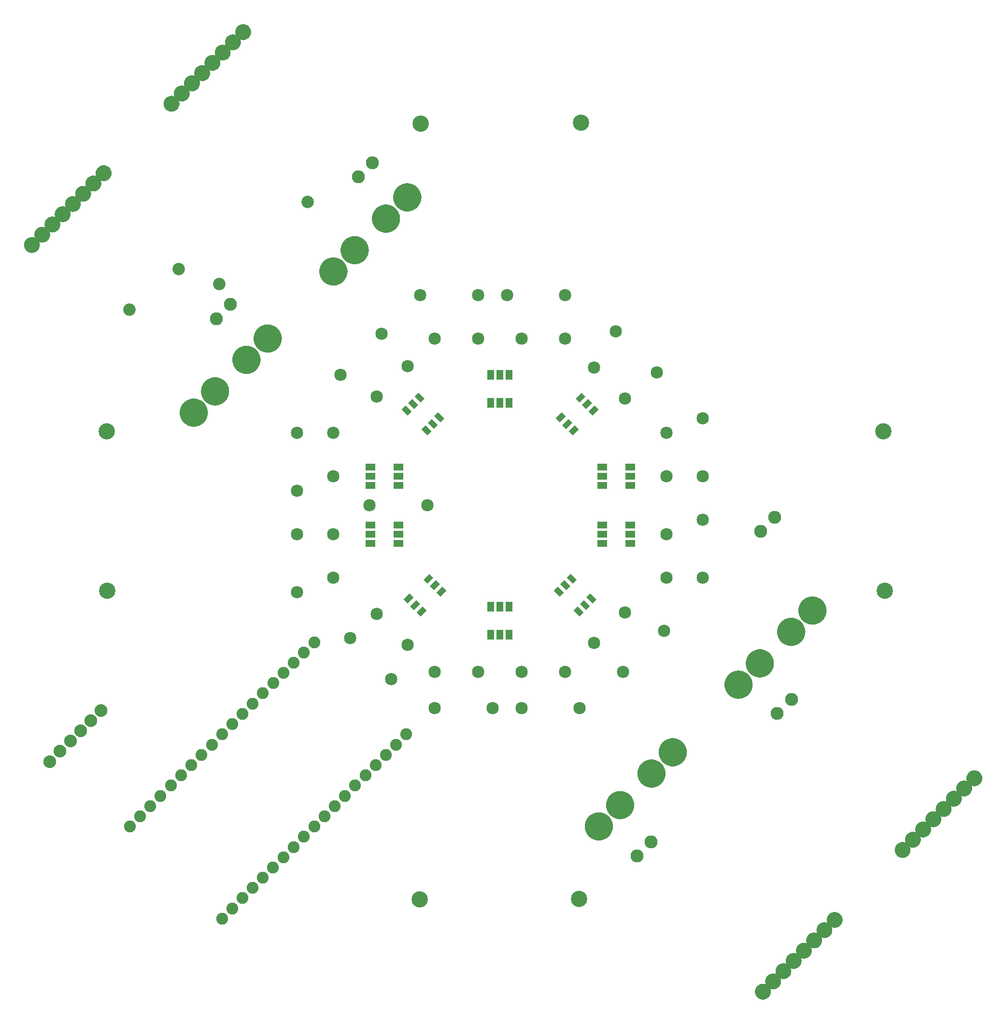
<source format=gbs>
G04 MADE WITH FRITZING*
G04 WWW.FRITZING.ORG*
G04 DOUBLE SIDED*
G04 HOLES PLATED*
G04 CONTOUR ON CENTER OF CONTOUR VECTOR*
%ASAXBY*%
%FSLAX23Y23*%
%MOIN*%
%OFA0B0*%
%SFA1.0B1.0*%
%ADD10C,0.112362*%
%ADD11C,0.090000*%
%ADD12C,0.085433*%
%ADD13C,0.088000*%
%ADD14C,0.085000*%
%ADD15C,0.081858*%
%ADD16R,0.069056X0.049361*%
%ADD17R,0.069056X0.049389*%
%ADD18R,0.069056X0.049375*%
%ADD19R,0.049361X0.069056*%
%ADD20R,0.049389X0.069056*%
%ADD21R,0.049375X0.069056*%
%ADD22C,0.030000*%
%ADD23C,0.010000*%
%ADD24R,0.001000X0.001000*%
%LNMASK0*%
G90*
G70*
G54D10*
X3414Y6588D03*
X4520Y6595D03*
X3407Y1236D03*
X4507Y1240D03*
X1248Y3366D03*
X1247Y4465D03*
X6615Y3366D03*
X6607Y4466D03*
G54D11*
X5855Y3873D03*
X5758Y3776D03*
G54D12*
X1401Y5305D03*
X1741Y5587D03*
X2022Y5484D03*
X2633Y6051D03*
G54D13*
X1207Y2541D03*
X1136Y2470D03*
X1065Y2400D03*
X995Y2329D03*
X924Y2258D03*
X853Y2187D03*
G54D14*
X2810Y3755D03*
X2810Y3455D03*
X3110Y3205D03*
X3322Y2993D03*
X3510Y2805D03*
X3810Y2805D03*
X4110Y2805D03*
X4410Y2805D03*
X4610Y3005D03*
X4822Y3217D03*
X2810Y4155D03*
X2810Y4455D03*
X5110Y3755D03*
X5110Y3455D03*
X5110Y4455D03*
X5110Y4155D03*
X4610Y4905D03*
X4822Y4693D03*
X4110Y5105D03*
X4410Y5105D03*
X3110Y4705D03*
X3322Y4917D03*
X3510Y5105D03*
X3810Y5105D03*
X2560Y3355D03*
X2560Y3755D03*
X4510Y2555D03*
X4110Y2555D03*
X3910Y2555D03*
X3510Y2555D03*
X3210Y2755D03*
X2927Y3038D03*
X4810Y2805D03*
X5093Y3088D03*
X5360Y3855D03*
X5360Y3455D03*
X5360Y4555D03*
X5360Y4155D03*
X4760Y5155D03*
X5043Y4872D03*
X4010Y5405D03*
X4410Y5405D03*
X3410Y5405D03*
X3810Y5405D03*
X2560Y4455D03*
X2560Y4055D03*
X2860Y4855D03*
X3143Y5138D03*
X3460Y3955D03*
X3060Y3955D03*
G54D15*
X2678Y3011D03*
X2607Y2940D03*
X2536Y2870D03*
X2465Y2799D03*
X2395Y2729D03*
X2324Y2658D03*
X2253Y2587D03*
X2183Y2517D03*
X2112Y2446D03*
X2042Y2375D03*
X1971Y2304D03*
X1900Y2233D03*
X1829Y2163D03*
X1758Y2092D03*
X1688Y2022D03*
X1617Y1951D03*
X1547Y1881D03*
X1476Y1810D03*
X1405Y1739D03*
X2041Y1103D03*
X2112Y1174D03*
X2183Y1245D03*
X2253Y1315D03*
X2324Y1386D03*
X2394Y1456D03*
X2465Y1527D03*
X2536Y1597D03*
X2607Y1668D03*
X2678Y1739D03*
X2748Y1810D03*
X2819Y1881D03*
X2889Y1951D03*
X2960Y2022D03*
X3031Y2093D03*
X3101Y2163D03*
X3172Y2234D03*
X3243Y2304D03*
X3314Y2375D03*
G54D11*
X4906Y1536D03*
X5004Y1634D03*
X5873Y2518D03*
X5971Y2615D03*
X3078Y6321D03*
X2981Y6224D03*
X2098Y5342D03*
X2001Y5244D03*
G54D16*
X3067Y4092D03*
G54D17*
X3067Y4155D03*
G54D18*
X3067Y4218D03*
X3260Y4218D03*
G54D17*
X3260Y4155D03*
G54D16*
X3260Y4092D03*
X3067Y3692D03*
G54D17*
X3067Y3755D03*
G54D18*
X3067Y3818D03*
X3260Y3818D03*
G54D17*
X3260Y3755D03*
G54D16*
X3260Y3692D03*
G54D19*
X4023Y4662D03*
G54D20*
X3960Y4662D03*
G54D21*
X3897Y4662D03*
X3897Y4855D03*
G54D20*
X3960Y4855D03*
G54D19*
X4023Y4855D03*
G54D16*
X4667Y4092D03*
G54D17*
X4667Y4155D03*
G54D18*
X4667Y4218D03*
X4860Y4218D03*
G54D17*
X4860Y4155D03*
G54D16*
X4860Y4092D03*
X4667Y3692D03*
G54D17*
X4667Y3755D03*
G54D18*
X4667Y3818D03*
X4860Y3818D03*
G54D17*
X4860Y3755D03*
G54D16*
X4860Y3692D03*
G54D19*
X4023Y3062D03*
G54D20*
X3960Y3062D03*
G54D21*
X3897Y3062D03*
X3897Y3255D03*
G54D20*
X3960Y3255D03*
G54D19*
X4023Y3255D03*
G54D22*
G36*
X5898Y3873D02*
X5855Y3831D01*
X5813Y3873D01*
X5855Y3916D01*
X5898Y3873D01*
G37*
D02*
G54D23*
G36*
X3534Y4598D02*
X3576Y4556D01*
X3548Y4528D01*
X3506Y4570D01*
X3534Y4598D01*
G37*
D02*
G36*
X3490Y4553D02*
X3531Y4511D01*
X3504Y4484D01*
X3462Y4525D01*
X3490Y4553D01*
G37*
D02*
G36*
X3445Y4509D02*
X3487Y4467D01*
X3459Y4439D01*
X3417Y4481D01*
X3445Y4509D01*
G37*
D02*
G36*
X3309Y4645D02*
X3350Y4603D01*
X3323Y4576D01*
X3281Y4617D01*
X3309Y4645D01*
G37*
D02*
G36*
X3353Y4690D02*
X3395Y4648D01*
X3367Y4620D01*
X3325Y4662D01*
X3353Y4690D01*
G37*
D02*
G36*
X3398Y4734D02*
X3439Y4692D01*
X3412Y4665D01*
X3370Y4706D01*
X3398Y4734D01*
G37*
D02*
G36*
X4503Y4481D02*
X4461Y4439D01*
X4433Y4467D01*
X4475Y4509D01*
X4503Y4481D01*
G37*
D02*
G36*
X4459Y4525D02*
X4417Y4484D01*
X4389Y4511D01*
X4431Y4553D01*
X4459Y4525D01*
G37*
D02*
G36*
X4414Y4570D02*
X4372Y4528D01*
X4344Y4556D01*
X4386Y4598D01*
X4414Y4570D01*
G37*
D02*
G36*
X4550Y4706D02*
X4509Y4665D01*
X4481Y4692D01*
X4523Y4734D01*
X4550Y4706D01*
G37*
D02*
G36*
X4595Y4662D02*
X4553Y4620D01*
X4525Y4648D01*
X4567Y4690D01*
X4595Y4662D01*
G37*
D02*
G36*
X4639Y4617D02*
X4598Y4576D01*
X4570Y4603D01*
X4612Y4645D01*
X4639Y4617D01*
G37*
D02*
G36*
X4584Y3348D02*
X4626Y3306D01*
X4598Y3278D01*
X4556Y3320D01*
X4584Y3348D01*
G37*
D02*
G36*
X4540Y3303D02*
X4581Y3261D01*
X4554Y3234D01*
X4512Y3275D01*
X4540Y3303D01*
G37*
D02*
G36*
X4495Y3259D02*
X4537Y3217D01*
X4509Y3189D01*
X4467Y3231D01*
X4495Y3259D01*
G37*
D02*
G36*
X4359Y3395D02*
X4400Y3353D01*
X4373Y3325D01*
X4331Y3367D01*
X4359Y3395D01*
G37*
D02*
G36*
X4403Y3440D02*
X4445Y3398D01*
X4417Y3370D01*
X4375Y3412D01*
X4403Y3440D01*
G37*
D02*
G36*
X4448Y3484D02*
X4489Y3442D01*
X4462Y3415D01*
X4420Y3456D01*
X4448Y3484D01*
G37*
D02*
G36*
X3453Y3231D02*
X3411Y3189D01*
X3383Y3217D01*
X3425Y3259D01*
X3453Y3231D01*
G37*
D02*
G36*
X3409Y3275D02*
X3367Y3234D01*
X3339Y3261D01*
X3381Y3303D01*
X3409Y3275D01*
G37*
D02*
G36*
X3364Y3320D02*
X3322Y3278D01*
X3294Y3306D01*
X3336Y3348D01*
X3364Y3320D01*
G37*
D02*
G36*
X3500Y3456D02*
X3459Y3415D01*
X3431Y3442D01*
X3473Y3484D01*
X3500Y3456D01*
G37*
D02*
G36*
X3545Y3412D02*
X3503Y3370D01*
X3475Y3398D01*
X3517Y3440D01*
X3545Y3412D01*
G37*
D02*
G36*
X3589Y3367D02*
X3548Y3326D01*
X3520Y3353D01*
X3562Y3395D01*
X3589Y3367D01*
G37*
D02*
G54D22*
G36*
X4864Y1536D02*
X4906Y1579D01*
X4949Y1536D01*
X4906Y1494D01*
X4864Y1536D01*
G37*
D02*
G36*
X5831Y2518D02*
X5873Y2560D01*
X5916Y2518D01*
X5873Y2476D01*
X5831Y2518D01*
G37*
D02*
G36*
X3121Y6321D02*
X3078Y6279D01*
X3036Y6321D01*
X3078Y6364D01*
X3121Y6321D01*
G37*
D02*
G36*
X2140Y5342D02*
X2098Y5299D01*
X2056Y5342D01*
X2098Y5384D01*
X2140Y5342D01*
G37*
D02*
G54D24*
X2181Y7276D02*
X2194Y7276D01*
X2176Y7275D02*
X2199Y7275D01*
X2172Y7274D02*
X2202Y7274D01*
X2170Y7273D02*
X2205Y7273D01*
X2167Y7272D02*
X2208Y7272D01*
X2165Y7271D02*
X2210Y7271D01*
X2163Y7270D02*
X2212Y7270D01*
X2161Y7269D02*
X2214Y7269D01*
X2159Y7268D02*
X2216Y7268D01*
X2157Y7267D02*
X2218Y7267D01*
X2156Y7266D02*
X2219Y7266D01*
X2154Y7265D02*
X2221Y7265D01*
X2153Y7264D02*
X2222Y7264D01*
X2152Y7263D02*
X2223Y7263D01*
X2151Y7262D02*
X2224Y7262D01*
X2150Y7261D02*
X2225Y7261D01*
X2149Y7260D02*
X2226Y7260D01*
X2148Y7259D02*
X2227Y7259D01*
X2147Y7258D02*
X2228Y7258D01*
X2146Y7257D02*
X2229Y7257D01*
X2145Y7256D02*
X2230Y7256D01*
X2144Y7255D02*
X2230Y7255D01*
X2144Y7254D02*
X2231Y7254D01*
X2143Y7253D02*
X2232Y7253D01*
X2142Y7252D02*
X2233Y7252D01*
X2142Y7251D02*
X2233Y7251D01*
X2141Y7250D02*
X2234Y7250D01*
X2141Y7249D02*
X2234Y7249D01*
X2140Y7248D02*
X2235Y7248D01*
X2140Y7247D02*
X2235Y7247D01*
X2139Y7246D02*
X2236Y7246D01*
X2139Y7245D02*
X2236Y7245D01*
X2138Y7244D02*
X2237Y7244D01*
X2138Y7243D02*
X2237Y7243D01*
X2137Y7242D02*
X2238Y7242D01*
X2137Y7241D02*
X2238Y7241D01*
X2137Y7240D02*
X2238Y7240D01*
X2136Y7239D02*
X2239Y7239D01*
X2136Y7238D02*
X2239Y7238D01*
X2136Y7237D02*
X2239Y7237D01*
X2135Y7236D02*
X2240Y7236D01*
X2135Y7235D02*
X2240Y7235D01*
X2135Y7234D02*
X2240Y7234D01*
X2134Y7233D02*
X2240Y7233D01*
X2134Y7232D02*
X2241Y7232D01*
X2134Y7231D02*
X2241Y7231D01*
X2134Y7230D02*
X2241Y7230D01*
X2134Y7229D02*
X2241Y7229D01*
X2133Y7228D02*
X2241Y7228D01*
X2133Y7227D02*
X2242Y7227D01*
X2133Y7226D02*
X2242Y7226D01*
X2133Y7225D02*
X2242Y7225D01*
X2133Y7224D02*
X2242Y7224D01*
X2133Y7223D02*
X2242Y7223D01*
X2133Y7222D02*
X2242Y7222D01*
X2133Y7221D02*
X2242Y7221D01*
X2133Y7220D02*
X2242Y7220D01*
X2133Y7219D02*
X2242Y7219D01*
X2133Y7218D02*
X2242Y7218D01*
X2133Y7217D02*
X2242Y7217D01*
X2133Y7216D02*
X2242Y7216D01*
X2133Y7215D02*
X2241Y7215D01*
X2134Y7214D02*
X2241Y7214D01*
X2134Y7213D02*
X2241Y7213D01*
X2134Y7212D02*
X2241Y7212D01*
X2134Y7211D02*
X2241Y7211D01*
X2134Y7210D02*
X2240Y7210D01*
X2135Y7209D02*
X2240Y7209D01*
X2135Y7208D02*
X2240Y7208D01*
X2135Y7207D02*
X2240Y7207D01*
X2136Y7206D02*
X2239Y7206D01*
X2108Y7205D02*
X2125Y7205D01*
X2136Y7205D02*
X2239Y7205D01*
X2104Y7204D02*
X2129Y7204D01*
X2136Y7204D02*
X2239Y7204D01*
X2101Y7203D02*
X2133Y7203D01*
X2137Y7203D02*
X2238Y7203D01*
X2098Y7202D02*
X2135Y7202D01*
X2137Y7202D02*
X2238Y7202D01*
X2096Y7201D02*
X2238Y7201D01*
X2093Y7200D02*
X2237Y7200D01*
X2091Y7199D02*
X2237Y7199D01*
X2090Y7198D02*
X2236Y7198D01*
X2088Y7197D02*
X2236Y7197D01*
X2086Y7196D02*
X2235Y7196D01*
X2085Y7195D02*
X2235Y7195D01*
X2083Y7194D02*
X2234Y7194D01*
X2082Y7193D02*
X2234Y7193D01*
X2081Y7192D02*
X2233Y7192D01*
X2080Y7191D02*
X2232Y7191D01*
X2079Y7190D02*
X2232Y7190D01*
X2078Y7189D02*
X2231Y7189D01*
X2077Y7188D02*
X2230Y7188D01*
X2076Y7187D02*
X2230Y7187D01*
X2075Y7186D02*
X2229Y7186D01*
X2074Y7185D02*
X2228Y7185D01*
X2074Y7184D02*
X2227Y7184D01*
X2073Y7183D02*
X2226Y7183D01*
X2072Y7182D02*
X2225Y7182D01*
X2071Y7181D02*
X2224Y7181D01*
X2071Y7180D02*
X2223Y7180D01*
X2070Y7179D02*
X2222Y7179D01*
X2070Y7178D02*
X2220Y7178D01*
X2069Y7177D02*
X2219Y7177D01*
X2069Y7176D02*
X2217Y7176D01*
X2068Y7175D02*
X2216Y7175D01*
X2068Y7174D02*
X2214Y7174D01*
X2067Y7173D02*
X2212Y7173D01*
X2067Y7172D02*
X2210Y7172D01*
X2066Y7171D02*
X2208Y7171D01*
X2066Y7170D02*
X2167Y7170D01*
X2170Y7170D02*
X2205Y7170D01*
X2066Y7169D02*
X2168Y7169D01*
X2173Y7169D02*
X2202Y7169D01*
X2065Y7168D02*
X2168Y7168D01*
X2177Y7168D02*
X2198Y7168D01*
X2065Y7167D02*
X2168Y7167D01*
X2182Y7167D02*
X2193Y7167D01*
X2065Y7166D02*
X2169Y7166D01*
X2064Y7165D02*
X2169Y7165D01*
X2064Y7164D02*
X2169Y7164D01*
X2064Y7163D02*
X2170Y7163D01*
X2064Y7162D02*
X2170Y7162D01*
X2063Y7161D02*
X2170Y7161D01*
X2063Y7160D02*
X2170Y7160D01*
X2063Y7159D02*
X2170Y7159D01*
X2063Y7158D02*
X2171Y7158D01*
X2063Y7157D02*
X2171Y7157D01*
X2063Y7156D02*
X2171Y7156D01*
X2062Y7155D02*
X2171Y7155D01*
X2062Y7154D02*
X2171Y7154D01*
X2062Y7153D02*
X2171Y7153D01*
X2062Y7152D02*
X2171Y7152D01*
X2062Y7151D02*
X2171Y7151D01*
X2062Y7150D02*
X2171Y7150D01*
X2062Y7149D02*
X2171Y7149D01*
X2062Y7148D02*
X2171Y7148D01*
X2062Y7147D02*
X2171Y7147D01*
X2062Y7146D02*
X2171Y7146D01*
X2063Y7145D02*
X2171Y7145D01*
X2063Y7144D02*
X2171Y7144D01*
X2063Y7143D02*
X2170Y7143D01*
X2063Y7142D02*
X2170Y7142D01*
X2063Y7141D02*
X2170Y7141D01*
X2064Y7140D02*
X2170Y7140D01*
X2064Y7139D02*
X2170Y7139D01*
X2064Y7138D02*
X2169Y7138D01*
X2064Y7137D02*
X2169Y7137D01*
X2065Y7136D02*
X2169Y7136D01*
X2042Y7135D02*
X2050Y7135D01*
X2065Y7135D02*
X2168Y7135D01*
X2036Y7134D02*
X2056Y7134D01*
X2065Y7134D02*
X2168Y7134D01*
X2033Y7133D02*
X2060Y7133D01*
X2066Y7133D02*
X2168Y7133D01*
X2029Y7132D02*
X2063Y7132D01*
X2066Y7132D02*
X2167Y7132D01*
X2027Y7131D02*
X2167Y7131D01*
X2024Y7130D02*
X2167Y7130D01*
X2022Y7129D02*
X2166Y7129D01*
X2020Y7128D02*
X2166Y7128D01*
X2018Y7127D02*
X2165Y7127D01*
X2017Y7126D02*
X2165Y7126D01*
X2015Y7125D02*
X2164Y7125D01*
X2014Y7124D02*
X2164Y7124D01*
X2012Y7123D02*
X2163Y7123D01*
X2011Y7122D02*
X2163Y7122D01*
X2010Y7121D02*
X2162Y7121D01*
X2009Y7120D02*
X2162Y7120D01*
X2008Y7119D02*
X2161Y7119D01*
X2007Y7118D02*
X2160Y7118D01*
X2006Y7117D02*
X2159Y7117D01*
X2005Y7116D02*
X2159Y7116D01*
X2004Y7115D02*
X2158Y7115D01*
X2003Y7114D02*
X2157Y7114D01*
X2003Y7113D02*
X2156Y7113D01*
X2002Y7112D02*
X2155Y7112D01*
X2001Y7111D02*
X2154Y7111D01*
X2001Y7110D02*
X2153Y7110D01*
X2000Y7109D02*
X2152Y7109D01*
X1999Y7108D02*
X2151Y7108D01*
X1999Y7107D02*
X2149Y7107D01*
X1998Y7106D02*
X2148Y7106D01*
X1998Y7105D02*
X2146Y7105D01*
X1997Y7104D02*
X2144Y7104D01*
X1997Y7103D02*
X2143Y7103D01*
X1997Y7102D02*
X2141Y7102D01*
X1996Y7101D02*
X2138Y7101D01*
X1996Y7100D02*
X2096Y7100D01*
X2098Y7100D02*
X2136Y7100D01*
X1995Y7099D02*
X2097Y7099D01*
X2100Y7099D02*
X2133Y7099D01*
X1995Y7098D02*
X2097Y7098D01*
X2103Y7098D02*
X2130Y7098D01*
X1995Y7097D02*
X2097Y7097D01*
X2107Y7097D02*
X2126Y7097D01*
X1994Y7096D02*
X2098Y7096D01*
X2114Y7096D02*
X2119Y7096D01*
X1994Y7095D02*
X2098Y7095D01*
X1994Y7094D02*
X2098Y7094D01*
X1993Y7093D02*
X2099Y7093D01*
X1993Y7092D02*
X2099Y7092D01*
X1993Y7091D02*
X2099Y7091D01*
X1993Y7090D02*
X2099Y7090D01*
X1992Y7089D02*
X2100Y7089D01*
X1992Y7088D02*
X2100Y7088D01*
X1992Y7087D02*
X2100Y7087D01*
X1992Y7086D02*
X2100Y7086D01*
X1992Y7085D02*
X2100Y7085D01*
X1992Y7084D02*
X2100Y7084D01*
X1992Y7083D02*
X2100Y7083D01*
X1992Y7082D02*
X2100Y7082D01*
X1992Y7081D02*
X2101Y7081D01*
X1991Y7080D02*
X2101Y7080D01*
X1992Y7079D02*
X2101Y7079D01*
X1992Y7078D02*
X2100Y7078D01*
X1992Y7077D02*
X2100Y7077D01*
X1992Y7076D02*
X2100Y7076D01*
X1992Y7075D02*
X2100Y7075D01*
X1992Y7074D02*
X2100Y7074D01*
X1992Y7073D02*
X2100Y7073D01*
X1992Y7072D02*
X2100Y7072D01*
X1992Y7071D02*
X2100Y7071D01*
X1993Y7070D02*
X2099Y7070D01*
X1993Y7069D02*
X2099Y7069D01*
X1993Y7068D02*
X2099Y7068D01*
X1993Y7067D02*
X2099Y7067D01*
X1994Y7066D02*
X2098Y7066D01*
X1994Y7065D02*
X2098Y7065D01*
X1970Y7064D02*
X1981Y7064D01*
X1994Y7064D02*
X2098Y7064D01*
X1964Y7063D02*
X1986Y7063D01*
X1995Y7063D02*
X2097Y7063D01*
X1961Y7062D02*
X1990Y7062D01*
X1995Y7062D02*
X2097Y7062D01*
X1958Y7061D02*
X1993Y7061D01*
X1995Y7061D02*
X2097Y7061D01*
X1955Y7060D02*
X2096Y7060D01*
X1953Y7059D02*
X2096Y7059D01*
X1951Y7058D02*
X2095Y7058D01*
X1949Y7057D02*
X2095Y7057D01*
X1947Y7056D02*
X2094Y7056D01*
X1945Y7055D02*
X2094Y7055D01*
X1944Y7054D02*
X2094Y7054D01*
X1942Y7053D02*
X2093Y7053D01*
X1941Y7052D02*
X2092Y7052D01*
X1940Y7051D02*
X2092Y7051D01*
X1939Y7050D02*
X2091Y7050D01*
X1938Y7049D02*
X2091Y7049D01*
X1937Y7048D02*
X2090Y7048D01*
X1936Y7047D02*
X2089Y7047D01*
X1935Y7046D02*
X2089Y7046D01*
X1934Y7045D02*
X2088Y7045D01*
X1933Y7044D02*
X2087Y7044D01*
X1932Y7043D02*
X2086Y7043D01*
X1932Y7042D02*
X2085Y7042D01*
X1931Y7041D02*
X2084Y7041D01*
X1930Y7040D02*
X2083Y7040D01*
X1930Y7039D02*
X2082Y7039D01*
X1929Y7038D02*
X2081Y7038D01*
X1929Y7037D02*
X2079Y7037D01*
X1928Y7036D02*
X2078Y7036D01*
X1928Y7035D02*
X2077Y7035D01*
X1927Y7034D02*
X2075Y7034D01*
X1927Y7033D02*
X2073Y7033D01*
X1926Y7032D02*
X2071Y7032D01*
X1926Y7031D02*
X2069Y7031D01*
X1925Y7030D02*
X2067Y7030D01*
X1925Y7029D02*
X2026Y7029D01*
X2028Y7029D02*
X2064Y7029D01*
X1924Y7028D02*
X2026Y7028D01*
X2030Y7028D02*
X2062Y7028D01*
X1924Y7027D02*
X2026Y7027D01*
X2034Y7027D02*
X2058Y7027D01*
X1924Y7026D02*
X2027Y7026D01*
X2038Y7026D02*
X2054Y7026D01*
X1923Y7025D02*
X2027Y7025D01*
X1923Y7024D02*
X2028Y7024D01*
X1923Y7023D02*
X2028Y7023D01*
X1923Y7022D02*
X2028Y7022D01*
X1922Y7021D02*
X2028Y7021D01*
X1922Y7020D02*
X2029Y7020D01*
X1922Y7019D02*
X2029Y7019D01*
X1922Y7018D02*
X2029Y7018D01*
X1921Y7017D02*
X2029Y7017D01*
X1921Y7016D02*
X2029Y7016D01*
X1921Y7015D02*
X2029Y7015D01*
X1921Y7014D02*
X2030Y7014D01*
X1921Y7013D02*
X2030Y7013D01*
X1921Y7012D02*
X2030Y7012D01*
X1921Y7011D02*
X2030Y7011D01*
X1921Y7010D02*
X2030Y7010D01*
X1921Y7009D02*
X2030Y7009D01*
X1921Y7008D02*
X2030Y7008D01*
X1921Y7007D02*
X2030Y7007D01*
X1921Y7006D02*
X2030Y7006D01*
X1921Y7005D02*
X2030Y7005D01*
X1921Y7004D02*
X2029Y7004D01*
X1921Y7003D02*
X2029Y7003D01*
X1921Y7002D02*
X2029Y7002D01*
X1922Y7001D02*
X2029Y7001D01*
X1922Y7000D02*
X2029Y7000D01*
X1922Y6999D02*
X2029Y6999D01*
X1922Y6998D02*
X2028Y6998D01*
X1923Y6997D02*
X2028Y6997D01*
X1923Y6996D02*
X2028Y6996D01*
X1923Y6995D02*
X2028Y6995D01*
X1923Y6994D02*
X2027Y6994D01*
X1897Y6993D02*
X1912Y6993D01*
X1924Y6993D02*
X2027Y6993D01*
X1893Y6992D02*
X1917Y6992D01*
X1924Y6992D02*
X2027Y6992D01*
X1889Y6991D02*
X1920Y6991D01*
X1924Y6991D02*
X2026Y6991D01*
X1886Y6990D02*
X1923Y6990D01*
X1925Y6990D02*
X2026Y6990D01*
X1884Y6989D02*
X2025Y6989D01*
X1882Y6988D02*
X2025Y6988D01*
X1879Y6987D02*
X2025Y6987D01*
X1878Y6986D02*
X2024Y6986D01*
X1876Y6985D02*
X2024Y6985D01*
X1874Y6984D02*
X2023Y6984D01*
X1873Y6983D02*
X2023Y6983D01*
X1871Y6982D02*
X2022Y6982D01*
X1870Y6981D02*
X2022Y6981D01*
X1869Y6980D02*
X2021Y6980D01*
X1868Y6979D02*
X2020Y6979D01*
X1867Y6978D02*
X2020Y6978D01*
X1866Y6977D02*
X2019Y6977D01*
X1865Y6976D02*
X2018Y6976D01*
X1864Y6975D02*
X2018Y6975D01*
X1863Y6974D02*
X2017Y6974D01*
X1862Y6973D02*
X2016Y6973D01*
X1861Y6972D02*
X2015Y6972D01*
X1861Y6971D02*
X2014Y6971D01*
X1860Y6970D02*
X2013Y6970D01*
X1859Y6969D02*
X2012Y6969D01*
X1859Y6968D02*
X2011Y6968D01*
X1858Y6967D02*
X2010Y6967D01*
X1858Y6966D02*
X2008Y6966D01*
X1857Y6965D02*
X2007Y6965D01*
X1857Y6964D02*
X2005Y6964D01*
X1856Y6963D02*
X2004Y6963D01*
X1856Y6962D02*
X2002Y6962D01*
X1855Y6961D02*
X2000Y6961D01*
X1855Y6960D02*
X1998Y6960D01*
X1854Y6959D02*
X1996Y6959D01*
X1854Y6958D02*
X1955Y6958D01*
X1958Y6958D02*
X1993Y6958D01*
X1854Y6957D02*
X1956Y6957D01*
X1961Y6957D02*
X1990Y6957D01*
X1853Y6956D02*
X1956Y6956D01*
X1964Y6956D02*
X1986Y6956D01*
X1853Y6955D02*
X1956Y6955D01*
X1969Y6955D02*
X1981Y6955D01*
X1853Y6954D02*
X1957Y6954D01*
X1852Y6953D02*
X1957Y6953D01*
X1852Y6952D02*
X1957Y6952D01*
X1852Y6951D02*
X1957Y6951D01*
X1852Y6950D02*
X1958Y6950D01*
X1851Y6949D02*
X1958Y6949D01*
X1851Y6948D02*
X1958Y6948D01*
X1851Y6947D02*
X1958Y6947D01*
X1851Y6946D02*
X1958Y6946D01*
X1851Y6945D02*
X1959Y6945D01*
X1850Y6944D02*
X1959Y6944D01*
X1850Y6943D02*
X1959Y6943D01*
X1850Y6942D02*
X1959Y6942D01*
X1850Y6941D02*
X1959Y6941D01*
X1850Y6940D02*
X1959Y6940D01*
X1850Y6939D02*
X1959Y6939D01*
X1850Y6938D02*
X1959Y6938D01*
X1850Y6937D02*
X1959Y6937D01*
X1850Y6936D02*
X1959Y6936D01*
X1850Y6935D02*
X1959Y6935D01*
X1850Y6934D02*
X1959Y6934D01*
X1850Y6933D02*
X1959Y6933D01*
X1851Y6932D02*
X1959Y6932D01*
X1851Y6931D02*
X1958Y6931D01*
X1851Y6930D02*
X1958Y6930D01*
X1851Y6929D02*
X1958Y6929D01*
X1851Y6928D02*
X1958Y6928D01*
X1852Y6927D02*
X1958Y6927D01*
X1852Y6926D02*
X1957Y6926D01*
X1852Y6925D02*
X1957Y6925D01*
X1852Y6924D02*
X1957Y6924D01*
X1833Y6923D02*
X1835Y6923D01*
X1853Y6923D02*
X1956Y6923D01*
X1825Y6922D02*
X1843Y6922D01*
X1853Y6922D02*
X1956Y6922D01*
X1821Y6921D02*
X1847Y6921D01*
X1854Y6921D02*
X1956Y6921D01*
X1818Y6920D02*
X1850Y6920D01*
X1854Y6920D02*
X1955Y6920D01*
X1815Y6919D02*
X1955Y6919D01*
X1812Y6918D02*
X1955Y6918D01*
X1810Y6917D02*
X1954Y6917D01*
X1808Y6916D02*
X1954Y6916D01*
X1806Y6915D02*
X1953Y6915D01*
X1805Y6914D02*
X1953Y6914D01*
X1803Y6913D02*
X1952Y6913D01*
X1802Y6912D02*
X1952Y6912D01*
X1800Y6911D02*
X1951Y6911D01*
X1799Y6910D02*
X1951Y6910D01*
X1798Y6909D02*
X1950Y6909D01*
X1797Y6908D02*
X1949Y6908D01*
X1795Y6907D02*
X1949Y6907D01*
X1795Y6906D02*
X1948Y6906D01*
X1794Y6905D02*
X1947Y6905D01*
X1793Y6904D02*
X1947Y6904D01*
X1792Y6903D02*
X1946Y6903D01*
X1791Y6902D02*
X1945Y6902D01*
X1791Y6901D02*
X1944Y6901D01*
X1790Y6900D02*
X1943Y6900D01*
X1789Y6899D02*
X1942Y6899D01*
X1789Y6898D02*
X1941Y6898D01*
X1788Y6897D02*
X1940Y6897D01*
X1787Y6896D02*
X1939Y6896D01*
X1787Y6895D02*
X1937Y6895D01*
X1786Y6894D02*
X1936Y6894D01*
X1786Y6893D02*
X1934Y6893D01*
X1785Y6892D02*
X1932Y6892D01*
X1785Y6891D02*
X1931Y6891D01*
X1784Y6890D02*
X1929Y6890D01*
X1784Y6889D02*
X1927Y6889D01*
X1784Y6888D02*
X1924Y6888D01*
X1783Y6887D02*
X1885Y6887D01*
X1888Y6887D02*
X1921Y6887D01*
X1783Y6886D02*
X1885Y6886D01*
X1891Y6886D02*
X1918Y6886D01*
X1783Y6885D02*
X1885Y6885D01*
X1895Y6885D02*
X1915Y6885D01*
X1782Y6884D02*
X1886Y6884D01*
X1900Y6884D02*
X1909Y6884D01*
X1782Y6883D02*
X1886Y6883D01*
X1782Y6882D02*
X1886Y6882D01*
X1781Y6881D02*
X1887Y6881D01*
X1781Y6880D02*
X1887Y6880D01*
X1781Y6879D02*
X1887Y6879D01*
X1780Y6878D02*
X1887Y6878D01*
X1780Y6877D02*
X1887Y6877D01*
X1780Y6876D02*
X1888Y6876D01*
X1780Y6875D02*
X1888Y6875D01*
X1780Y6874D02*
X1888Y6874D01*
X1780Y6873D02*
X1888Y6873D01*
X1780Y6872D02*
X1888Y6872D01*
X1780Y6871D02*
X1888Y6871D01*
X1779Y6870D02*
X1888Y6870D01*
X1779Y6869D02*
X1888Y6869D01*
X1779Y6868D02*
X1888Y6868D01*
X1779Y6867D02*
X1888Y6867D01*
X1779Y6866D02*
X1888Y6866D01*
X1780Y6865D02*
X1888Y6865D01*
X1780Y6864D02*
X1888Y6864D01*
X1780Y6863D02*
X1888Y6863D01*
X1780Y6862D02*
X1888Y6862D01*
X1780Y6861D02*
X1888Y6861D01*
X1780Y6860D02*
X1888Y6860D01*
X1780Y6859D02*
X1887Y6859D01*
X1781Y6858D02*
X1887Y6858D01*
X1781Y6857D02*
X1887Y6857D01*
X1781Y6856D02*
X1887Y6856D01*
X1781Y6855D02*
X1886Y6855D01*
X1782Y6854D02*
X1886Y6854D01*
X1782Y6853D02*
X1886Y6853D01*
X1758Y6852D02*
X1768Y6852D01*
X1782Y6852D02*
X1886Y6852D01*
X1753Y6851D02*
X1774Y6851D01*
X1783Y6851D02*
X1885Y6851D01*
X1749Y6850D02*
X1777Y6850D01*
X1783Y6850D02*
X1885Y6850D01*
X1746Y6849D02*
X1780Y6849D01*
X1783Y6849D02*
X1885Y6849D01*
X1743Y6848D02*
X1884Y6848D01*
X1741Y6847D02*
X1884Y6847D01*
X1739Y6846D02*
X1883Y6846D01*
X1737Y6845D02*
X1883Y6845D01*
X1735Y6844D02*
X1882Y6844D01*
X1733Y6843D02*
X1882Y6843D01*
X1732Y6842D02*
X1881Y6842D01*
X1730Y6841D02*
X1881Y6841D01*
X1729Y6840D02*
X1880Y6840D01*
X1728Y6839D02*
X1880Y6839D01*
X1727Y6838D02*
X1879Y6838D01*
X1726Y6837D02*
X1879Y6837D01*
X1725Y6836D02*
X1878Y6836D01*
X1724Y6835D02*
X1877Y6835D01*
X1723Y6834D02*
X1876Y6834D01*
X1722Y6833D02*
X1876Y6833D01*
X1721Y6832D02*
X1875Y6832D01*
X1720Y6831D02*
X1874Y6831D01*
X1720Y6830D02*
X1873Y6830D01*
X1719Y6829D02*
X1872Y6829D01*
X1718Y6828D02*
X1871Y6828D01*
X1718Y6827D02*
X1870Y6827D01*
X1717Y6826D02*
X1869Y6826D01*
X1717Y6825D02*
X1867Y6825D01*
X1716Y6824D02*
X1866Y6824D01*
X1715Y6823D02*
X1865Y6823D01*
X1715Y6822D02*
X1863Y6822D01*
X1715Y6821D02*
X1861Y6821D01*
X1714Y6820D02*
X1859Y6820D01*
X1714Y6819D02*
X1857Y6819D01*
X1713Y6818D02*
X1855Y6818D01*
X1713Y6817D02*
X1853Y6817D01*
X1712Y6816D02*
X1814Y6816D01*
X1818Y6816D02*
X1850Y6816D01*
X1712Y6815D02*
X1814Y6815D01*
X1821Y6815D02*
X1847Y6815D01*
X1712Y6814D02*
X1815Y6814D01*
X1825Y6814D02*
X1843Y6814D01*
X1711Y6813D02*
X1815Y6813D01*
X1834Y6813D02*
X1834Y6813D01*
X1711Y6812D02*
X1815Y6812D01*
X1711Y6811D02*
X1816Y6811D01*
X1711Y6810D02*
X1816Y6810D01*
X1710Y6809D02*
X1816Y6809D01*
X1710Y6808D02*
X1816Y6808D01*
X1710Y6807D02*
X1817Y6807D01*
X1710Y6806D02*
X1817Y6806D01*
X1709Y6805D02*
X1817Y6805D01*
X1709Y6804D02*
X1817Y6804D01*
X1709Y6803D02*
X1817Y6803D01*
X1709Y6802D02*
X1817Y6802D01*
X1709Y6801D02*
X1818Y6801D01*
X1709Y6800D02*
X1818Y6800D01*
X1709Y6799D02*
X1818Y6799D01*
X1709Y6798D02*
X1818Y6798D01*
X1709Y6797D02*
X1818Y6797D01*
X1709Y6796D02*
X1818Y6796D01*
X1709Y6795D02*
X1818Y6795D01*
X1709Y6794D02*
X1818Y6794D01*
X1709Y6793D02*
X1817Y6793D01*
X1709Y6792D02*
X1817Y6792D01*
X1709Y6791D02*
X1817Y6791D01*
X1709Y6790D02*
X1817Y6790D01*
X1710Y6789D02*
X1817Y6789D01*
X1710Y6788D02*
X1817Y6788D01*
X1710Y6787D02*
X1816Y6787D01*
X1710Y6786D02*
X1816Y6786D01*
X1710Y6785D02*
X1816Y6785D01*
X1711Y6784D02*
X1816Y6784D01*
X1711Y6783D02*
X1815Y6783D01*
X1711Y6782D02*
X1815Y6782D01*
X1686Y6781D02*
X1699Y6781D01*
X1712Y6781D02*
X1815Y6781D01*
X1681Y6780D02*
X1704Y6780D01*
X1712Y6780D02*
X1814Y6780D01*
X1677Y6779D02*
X1708Y6779D01*
X1712Y6779D02*
X1814Y6779D01*
X1675Y6778D02*
X1710Y6778D01*
X1713Y6778D02*
X1814Y6778D01*
X1672Y6777D02*
X1813Y6777D01*
X1670Y6776D02*
X1813Y6776D01*
X1668Y6775D02*
X1812Y6775D01*
X1666Y6774D02*
X1812Y6774D01*
X1664Y6773D02*
X1812Y6773D01*
X1662Y6772D02*
X1811Y6772D01*
X1661Y6771D02*
X1811Y6771D01*
X1659Y6770D02*
X1810Y6770D01*
X1658Y6769D02*
X1809Y6769D01*
X1657Y6768D02*
X1809Y6768D01*
X1656Y6767D02*
X1808Y6767D01*
X1655Y6766D02*
X1808Y6766D01*
X1654Y6765D02*
X1807Y6765D01*
X1653Y6764D02*
X1806Y6764D01*
X1652Y6763D02*
X1806Y6763D01*
X1651Y6762D02*
X1805Y6762D01*
X1650Y6761D02*
X1804Y6761D01*
X1649Y6760D02*
X1803Y6760D01*
X1649Y6759D02*
X1802Y6759D01*
X1648Y6758D02*
X1801Y6758D01*
X1647Y6757D02*
X1800Y6757D01*
X1647Y6756D02*
X1799Y6756D01*
X1646Y6755D02*
X1798Y6755D01*
X1646Y6754D02*
X1796Y6754D01*
X1645Y6753D02*
X1795Y6753D01*
X1645Y6752D02*
X1793Y6752D01*
X1644Y6751D02*
X1792Y6751D01*
X1644Y6750D02*
X1790Y6750D01*
X1643Y6749D02*
X1788Y6749D01*
X1643Y6748D02*
X1786Y6748D01*
X1642Y6747D02*
X1784Y6747D01*
X1642Y6746D02*
X1743Y6746D01*
X1745Y6746D02*
X1781Y6746D01*
X1642Y6745D02*
X1743Y6745D01*
X1748Y6745D02*
X1778Y6745D01*
X1641Y6744D02*
X1744Y6744D01*
X1752Y6744D02*
X1775Y6744D01*
X1641Y6743D02*
X1744Y6743D01*
X1756Y6743D02*
X1770Y6743D01*
X1641Y6742D02*
X1744Y6742D01*
X1640Y6741D02*
X1745Y6741D01*
X1640Y6740D02*
X1745Y6740D01*
X1640Y6739D02*
X1745Y6739D01*
X1639Y6738D02*
X1746Y6738D01*
X1639Y6737D02*
X1746Y6737D01*
X1639Y6736D02*
X1746Y6736D01*
X1639Y6735D02*
X1746Y6735D01*
X1639Y6734D02*
X1746Y6734D01*
X1638Y6733D02*
X1746Y6733D01*
X1638Y6732D02*
X1747Y6732D01*
X1638Y6731D02*
X1747Y6731D01*
X1638Y6730D02*
X1747Y6730D01*
X1638Y6729D02*
X1747Y6729D01*
X1638Y6728D02*
X1747Y6728D01*
X1638Y6727D02*
X1747Y6727D01*
X1638Y6726D02*
X1747Y6726D01*
X1638Y6725D02*
X1747Y6725D01*
X1638Y6724D02*
X1747Y6724D01*
X1638Y6723D02*
X1747Y6723D01*
X1638Y6722D02*
X1747Y6722D01*
X1638Y6721D02*
X1747Y6721D01*
X1639Y6720D02*
X1746Y6720D01*
X1639Y6719D02*
X1746Y6719D01*
X1639Y6718D02*
X1746Y6718D01*
X1639Y6717D02*
X1746Y6717D01*
X1639Y6716D02*
X1746Y6716D01*
X1640Y6715D02*
X1745Y6715D01*
X1640Y6714D02*
X1745Y6714D01*
X1640Y6713D02*
X1745Y6713D01*
X1640Y6712D02*
X1745Y6712D01*
X1641Y6711D02*
X1744Y6711D01*
X1641Y6710D02*
X1744Y6710D01*
X1641Y6709D02*
X1744Y6709D01*
X1642Y6708D02*
X1743Y6708D01*
X1642Y6707D02*
X1743Y6707D01*
X1642Y6706D02*
X1743Y6706D01*
X1643Y6705D02*
X1742Y6705D01*
X1643Y6704D02*
X1742Y6704D01*
X1644Y6703D02*
X1741Y6703D01*
X1644Y6702D02*
X1741Y6702D01*
X1645Y6701D02*
X1740Y6701D01*
X1645Y6700D02*
X1740Y6700D01*
X1646Y6699D02*
X1739Y6699D01*
X1646Y6698D02*
X1739Y6698D01*
X1647Y6697D02*
X1738Y6697D01*
X1648Y6696D02*
X1737Y6696D01*
X1648Y6695D02*
X1737Y6695D01*
X1649Y6694D02*
X1736Y6694D01*
X1650Y6693D02*
X1735Y6693D01*
X1650Y6692D02*
X1735Y6692D01*
X1651Y6691D02*
X1734Y6691D01*
X1652Y6690D02*
X1733Y6690D01*
X1653Y6689D02*
X1732Y6689D01*
X1654Y6688D02*
X1731Y6688D01*
X1655Y6687D02*
X1730Y6687D01*
X1656Y6686D02*
X1729Y6686D01*
X1657Y6685D02*
X1728Y6685D01*
X1658Y6684D02*
X1727Y6684D01*
X1660Y6683D02*
X1725Y6683D01*
X1661Y6682D02*
X1724Y6682D01*
X1663Y6681D02*
X1722Y6681D01*
X1664Y6680D02*
X1721Y6680D01*
X1666Y6679D02*
X1719Y6679D01*
X1668Y6678D02*
X1717Y6678D01*
X1670Y6677D02*
X1715Y6677D01*
X1673Y6676D02*
X1712Y6676D01*
X1675Y6675D02*
X1710Y6675D01*
X1678Y6674D02*
X1707Y6674D01*
X1682Y6673D02*
X1703Y6673D01*
X1687Y6672D02*
X1698Y6672D01*
X1219Y6302D02*
X1229Y6302D01*
X1214Y6301D02*
X1234Y6301D01*
X1210Y6300D02*
X1238Y6300D01*
X1207Y6299D02*
X1241Y6299D01*
X1204Y6298D02*
X1244Y6298D01*
X1202Y6297D02*
X1246Y6297D01*
X1200Y6296D02*
X1248Y6296D01*
X1198Y6295D02*
X1250Y6295D01*
X1196Y6294D02*
X1252Y6294D01*
X1194Y6293D02*
X1254Y6293D01*
X1193Y6292D02*
X1255Y6292D01*
X1192Y6291D02*
X1257Y6291D01*
X1190Y6290D02*
X1258Y6290D01*
X1189Y6289D02*
X1259Y6289D01*
X1188Y6288D02*
X1261Y6288D01*
X1187Y6287D02*
X1262Y6287D01*
X1186Y6286D02*
X1263Y6286D01*
X1185Y6285D02*
X1264Y6285D01*
X1184Y6284D02*
X1265Y6284D01*
X1183Y6283D02*
X1265Y6283D01*
X1182Y6282D02*
X1266Y6282D01*
X1181Y6281D02*
X1267Y6281D01*
X1181Y6280D02*
X1268Y6280D01*
X1180Y6279D02*
X1268Y6279D01*
X1179Y6278D02*
X1269Y6278D01*
X1179Y6277D02*
X1270Y6277D01*
X1178Y6276D02*
X1270Y6276D01*
X1178Y6275D02*
X1271Y6275D01*
X1177Y6274D02*
X1271Y6274D01*
X1176Y6273D02*
X1272Y6273D01*
X1176Y6272D02*
X1272Y6272D01*
X1175Y6271D02*
X1273Y6271D01*
X1175Y6270D02*
X1273Y6270D01*
X1175Y6269D02*
X1274Y6269D01*
X1174Y6268D02*
X1274Y6268D01*
X1174Y6267D02*
X1275Y6267D01*
X1173Y6266D02*
X1275Y6266D01*
X1173Y6265D02*
X1275Y6265D01*
X1173Y6264D02*
X1276Y6264D01*
X1172Y6263D02*
X1276Y6263D01*
X1172Y6262D02*
X1276Y6262D01*
X1172Y6261D02*
X1277Y6261D01*
X1171Y6260D02*
X1277Y6260D01*
X1171Y6259D02*
X1277Y6259D01*
X1171Y6258D02*
X1277Y6258D01*
X1171Y6257D02*
X1278Y6257D01*
X1171Y6256D02*
X1278Y6256D01*
X1170Y6255D02*
X1278Y6255D01*
X1170Y6254D02*
X1278Y6254D01*
X1170Y6253D02*
X1278Y6253D01*
X1170Y6252D02*
X1278Y6252D01*
X1170Y6251D02*
X1278Y6251D01*
X1170Y6250D02*
X1279Y6250D01*
X1170Y6249D02*
X1279Y6249D01*
X1170Y6248D02*
X1279Y6248D01*
X1170Y6247D02*
X1279Y6247D01*
X1170Y6246D02*
X1279Y6246D01*
X1170Y6245D02*
X1279Y6245D01*
X1170Y6244D02*
X1279Y6244D01*
X1170Y6243D02*
X1278Y6243D01*
X1170Y6242D02*
X1278Y6242D01*
X1170Y6241D02*
X1278Y6241D01*
X1170Y6240D02*
X1278Y6240D01*
X1170Y6239D02*
X1278Y6239D01*
X1171Y6238D02*
X1278Y6238D01*
X1171Y6237D02*
X1277Y6237D01*
X1171Y6236D02*
X1277Y6236D01*
X1171Y6235D02*
X1277Y6235D01*
X1172Y6234D02*
X1277Y6234D01*
X1172Y6233D02*
X1276Y6233D01*
X1172Y6232D02*
X1276Y6232D01*
X1147Y6231D02*
X1160Y6231D01*
X1173Y6231D02*
X1276Y6231D01*
X1142Y6230D02*
X1165Y6230D01*
X1173Y6230D02*
X1275Y6230D01*
X1138Y6229D02*
X1168Y6229D01*
X1173Y6229D02*
X1275Y6229D01*
X1136Y6228D02*
X1171Y6228D01*
X1174Y6228D02*
X1275Y6228D01*
X1133Y6227D02*
X1274Y6227D01*
X1131Y6226D02*
X1274Y6226D01*
X1129Y6225D02*
X1273Y6225D01*
X1127Y6224D02*
X1273Y6224D01*
X1125Y6223D02*
X1273Y6223D01*
X1123Y6222D02*
X1272Y6222D01*
X1122Y6221D02*
X1272Y6221D01*
X1120Y6220D02*
X1271Y6220D01*
X1119Y6219D02*
X1270Y6219D01*
X1118Y6218D02*
X1270Y6218D01*
X1117Y6217D02*
X1269Y6217D01*
X1116Y6216D02*
X1269Y6216D01*
X1115Y6215D02*
X1268Y6215D01*
X1114Y6214D02*
X1267Y6214D01*
X1113Y6213D02*
X1267Y6213D01*
X1112Y6212D02*
X1266Y6212D01*
X1111Y6211D02*
X1265Y6211D01*
X1110Y6210D02*
X1264Y6210D01*
X1110Y6209D02*
X1263Y6209D01*
X1109Y6208D02*
X1262Y6208D01*
X1108Y6207D02*
X1261Y6207D01*
X1108Y6206D02*
X1260Y6206D01*
X1107Y6205D02*
X1259Y6205D01*
X1107Y6204D02*
X1257Y6204D01*
X1106Y6203D02*
X1256Y6203D01*
X1106Y6202D02*
X1255Y6202D01*
X1105Y6201D02*
X1253Y6201D01*
X1105Y6200D02*
X1251Y6200D01*
X1104Y6199D02*
X1249Y6199D01*
X1104Y6198D02*
X1247Y6198D01*
X1103Y6197D02*
X1245Y6197D01*
X1103Y6196D02*
X1204Y6196D01*
X1206Y6196D02*
X1242Y6196D01*
X1103Y6195D02*
X1204Y6195D01*
X1209Y6195D02*
X1240Y6195D01*
X1102Y6194D02*
X1205Y6194D01*
X1212Y6194D02*
X1236Y6194D01*
X1102Y6193D02*
X1205Y6193D01*
X1217Y6193D02*
X1231Y6193D01*
X1102Y6192D02*
X1205Y6192D01*
X1101Y6191D02*
X1206Y6191D01*
X1101Y6190D02*
X1206Y6190D01*
X1101Y6189D02*
X1206Y6189D01*
X1100Y6188D02*
X1206Y6188D01*
X1100Y6187D02*
X1207Y6187D01*
X1100Y6186D02*
X1207Y6186D01*
X1100Y6185D02*
X1207Y6185D01*
X1100Y6184D02*
X1207Y6184D01*
X1099Y6183D02*
X1207Y6183D01*
X1099Y6182D02*
X1208Y6182D01*
X1099Y6181D02*
X1208Y6181D01*
X1099Y6180D02*
X1208Y6180D01*
X1099Y6179D02*
X1208Y6179D01*
X1099Y6178D02*
X1208Y6178D01*
X3311Y6178D02*
X3329Y6178D01*
X1099Y6177D02*
X1208Y6177D01*
X3305Y6177D02*
X3335Y6177D01*
X1099Y6176D02*
X1208Y6176D01*
X3300Y6176D02*
X3340Y6176D01*
X1099Y6175D02*
X1208Y6175D01*
X3296Y6175D02*
X3344Y6175D01*
X1099Y6174D02*
X1208Y6174D01*
X3293Y6174D02*
X3347Y6174D01*
X1099Y6173D02*
X1208Y6173D01*
X3290Y6173D02*
X3350Y6173D01*
X1099Y6172D02*
X1208Y6172D01*
X3287Y6172D02*
X3353Y6172D01*
X1099Y6171D02*
X1208Y6171D01*
X3284Y6171D02*
X3356Y6171D01*
X1099Y6170D02*
X1207Y6170D01*
X3282Y6170D02*
X3358Y6170D01*
X1100Y6169D02*
X1207Y6169D01*
X3280Y6169D02*
X3360Y6169D01*
X1100Y6168D02*
X1207Y6168D01*
X3278Y6168D02*
X3362Y6168D01*
X1100Y6167D02*
X1207Y6167D01*
X3275Y6167D02*
X3365Y6167D01*
X1100Y6166D02*
X1207Y6166D01*
X3274Y6166D02*
X3366Y6166D01*
X1100Y6165D02*
X1206Y6165D01*
X3272Y6165D02*
X3368Y6165D01*
X1101Y6164D02*
X1206Y6164D01*
X3270Y6164D02*
X3370Y6164D01*
X1101Y6163D02*
X1206Y6163D01*
X3268Y6163D02*
X3372Y6163D01*
X1101Y6162D02*
X1206Y6162D01*
X3267Y6162D02*
X3373Y6162D01*
X1102Y6161D02*
X1205Y6161D01*
X3265Y6161D02*
X3375Y6161D01*
X1074Y6160D02*
X1091Y6160D01*
X1102Y6160D02*
X1205Y6160D01*
X3264Y6160D02*
X3376Y6160D01*
X1070Y6159D02*
X1095Y6159D01*
X1102Y6159D02*
X1205Y6159D01*
X3262Y6159D02*
X3378Y6159D01*
X1067Y6158D02*
X1099Y6158D01*
X1103Y6158D02*
X1204Y6158D01*
X3261Y6158D02*
X3379Y6158D01*
X1064Y6157D02*
X1101Y6157D01*
X1103Y6157D02*
X1204Y6157D01*
X3260Y6157D02*
X3381Y6157D01*
X1062Y6156D02*
X1204Y6156D01*
X3258Y6156D02*
X3382Y6156D01*
X1059Y6155D02*
X1203Y6155D01*
X3257Y6155D02*
X3383Y6155D01*
X1057Y6154D02*
X1203Y6154D01*
X3256Y6154D02*
X3384Y6154D01*
X1056Y6153D02*
X1202Y6153D01*
X3255Y6153D02*
X3385Y6153D01*
X1054Y6152D02*
X1202Y6152D01*
X3254Y6152D02*
X3386Y6152D01*
X1052Y6151D02*
X1201Y6151D01*
X3253Y6151D02*
X3387Y6151D01*
X1051Y6150D02*
X1201Y6150D01*
X3251Y6150D02*
X3389Y6150D01*
X1049Y6149D02*
X1200Y6149D01*
X3251Y6149D02*
X3389Y6149D01*
X1048Y6148D02*
X1200Y6148D01*
X3250Y6148D02*
X3390Y6148D01*
X1047Y6147D02*
X1199Y6147D01*
X3249Y6147D02*
X3391Y6147D01*
X1046Y6146D02*
X1198Y6146D01*
X3248Y6146D02*
X3392Y6146D01*
X1045Y6145D02*
X1198Y6145D01*
X3247Y6145D02*
X3393Y6145D01*
X1044Y6144D02*
X1197Y6144D01*
X3246Y6144D02*
X3394Y6144D01*
X1043Y6143D02*
X1196Y6143D01*
X3245Y6143D02*
X3395Y6143D01*
X1042Y6142D02*
X1196Y6142D01*
X3244Y6142D02*
X3396Y6142D01*
X1041Y6141D02*
X1195Y6141D01*
X3244Y6141D02*
X3396Y6141D01*
X1040Y6140D02*
X1194Y6140D01*
X3243Y6140D02*
X3397Y6140D01*
X1040Y6139D02*
X1193Y6139D01*
X3242Y6139D02*
X3398Y6139D01*
X1039Y6138D02*
X1192Y6138D01*
X3242Y6138D02*
X3398Y6138D01*
X1038Y6137D02*
X1191Y6137D01*
X3241Y6137D02*
X3399Y6137D01*
X1037Y6136D02*
X1190Y6136D01*
X3240Y6136D02*
X3400Y6136D01*
X1037Y6135D02*
X1189Y6135D01*
X3240Y6135D02*
X3400Y6135D01*
X1036Y6134D02*
X1188Y6134D01*
X3239Y6134D02*
X3401Y6134D01*
X1036Y6133D02*
X1186Y6133D01*
X3238Y6133D02*
X3402Y6133D01*
X1035Y6132D02*
X1185Y6132D01*
X3238Y6132D02*
X3402Y6132D01*
X1035Y6131D02*
X1183Y6131D01*
X3237Y6131D02*
X3403Y6131D01*
X1034Y6130D02*
X1182Y6130D01*
X3237Y6130D02*
X3403Y6130D01*
X1034Y6129D02*
X1180Y6129D01*
X3236Y6129D02*
X3404Y6129D01*
X1033Y6128D02*
X1178Y6128D01*
X3236Y6128D02*
X3404Y6128D01*
X1033Y6127D02*
X1176Y6127D01*
X3235Y6127D02*
X3405Y6127D01*
X1032Y6126D02*
X1173Y6126D01*
X3234Y6126D02*
X3406Y6126D01*
X1032Y6125D02*
X1133Y6125D01*
X1136Y6125D02*
X1171Y6125D01*
X3234Y6125D02*
X3406Y6125D01*
X1032Y6124D02*
X1134Y6124D01*
X1139Y6124D02*
X1168Y6124D01*
X3234Y6124D02*
X3406Y6124D01*
X1031Y6123D02*
X1134Y6123D01*
X1143Y6123D02*
X1164Y6123D01*
X3233Y6123D02*
X3407Y6123D01*
X1031Y6122D02*
X1134Y6122D01*
X1148Y6122D02*
X1159Y6122D01*
X3233Y6122D02*
X3407Y6122D01*
X1031Y6121D02*
X1135Y6121D01*
X3232Y6121D02*
X3408Y6121D01*
X1030Y6120D02*
X1135Y6120D01*
X3232Y6120D02*
X3408Y6120D01*
X1030Y6119D02*
X1135Y6119D01*
X3231Y6119D02*
X3409Y6119D01*
X1030Y6118D02*
X1136Y6118D01*
X3231Y6118D02*
X3409Y6118D01*
X1030Y6117D02*
X1136Y6117D01*
X3230Y6117D02*
X3410Y6117D01*
X1029Y6116D02*
X1136Y6116D01*
X3230Y6116D02*
X3410Y6116D01*
X1029Y6115D02*
X1136Y6115D01*
X3230Y6115D02*
X3410Y6115D01*
X1029Y6114D02*
X1136Y6114D01*
X3229Y6114D02*
X3411Y6114D01*
X1029Y6113D02*
X1137Y6113D01*
X3229Y6113D02*
X3411Y6113D01*
X1029Y6112D02*
X1137Y6112D01*
X3229Y6112D02*
X3411Y6112D01*
X1029Y6111D02*
X1137Y6111D01*
X3228Y6111D02*
X3412Y6111D01*
X1028Y6110D02*
X1137Y6110D01*
X3228Y6110D02*
X3412Y6110D01*
X1028Y6109D02*
X1137Y6109D01*
X3228Y6109D02*
X3412Y6109D01*
X1028Y6108D02*
X1137Y6108D01*
X3227Y6108D02*
X3413Y6108D01*
X1028Y6107D02*
X1137Y6107D01*
X3227Y6107D02*
X3413Y6107D01*
X1028Y6106D02*
X1137Y6106D01*
X3227Y6106D02*
X3413Y6106D01*
X1028Y6105D02*
X1137Y6105D01*
X3226Y6105D02*
X3414Y6105D01*
X1028Y6104D02*
X1137Y6104D01*
X3226Y6104D02*
X3414Y6104D01*
X1028Y6103D02*
X1137Y6103D01*
X3226Y6103D02*
X3414Y6103D01*
X1028Y6102D02*
X1137Y6102D01*
X3226Y6102D02*
X3414Y6102D01*
X1028Y6101D02*
X1137Y6101D01*
X3225Y6101D02*
X3415Y6101D01*
X1029Y6100D02*
X1137Y6100D01*
X3225Y6100D02*
X3415Y6100D01*
X1029Y6099D02*
X1137Y6099D01*
X3225Y6099D02*
X3415Y6099D01*
X1029Y6098D02*
X1136Y6098D01*
X3225Y6098D02*
X3415Y6098D01*
X1029Y6097D02*
X1136Y6097D01*
X3225Y6097D02*
X3415Y6097D01*
X1029Y6096D02*
X1136Y6096D01*
X3224Y6096D02*
X3416Y6096D01*
X1030Y6095D02*
X1136Y6095D01*
X3224Y6095D02*
X3416Y6095D01*
X1030Y6094D02*
X1136Y6094D01*
X3224Y6094D02*
X3416Y6094D01*
X1030Y6093D02*
X1135Y6093D01*
X3224Y6093D02*
X3416Y6093D01*
X1030Y6092D02*
X1135Y6092D01*
X3224Y6092D02*
X3416Y6092D01*
X1031Y6091D02*
X1135Y6091D01*
X3224Y6091D02*
X3416Y6091D01*
X1009Y6090D02*
X1015Y6090D01*
X1031Y6090D02*
X1134Y6090D01*
X3223Y6090D02*
X3417Y6090D01*
X1002Y6089D02*
X1022Y6089D01*
X1031Y6089D02*
X1134Y6089D01*
X3223Y6089D02*
X3417Y6089D01*
X998Y6088D02*
X1026Y6088D01*
X1032Y6088D02*
X1134Y6088D01*
X3223Y6088D02*
X3417Y6088D01*
X995Y6087D02*
X1029Y6087D01*
X1032Y6087D02*
X1133Y6087D01*
X3223Y6087D02*
X3417Y6087D01*
X993Y6086D02*
X1133Y6086D01*
X3223Y6086D02*
X3417Y6086D01*
X990Y6085D02*
X1133Y6085D01*
X3223Y6085D02*
X3417Y6085D01*
X988Y6084D02*
X1132Y6084D01*
X3223Y6084D02*
X3417Y6084D01*
X986Y6083D02*
X1132Y6083D01*
X3223Y6083D02*
X3417Y6083D01*
X984Y6082D02*
X1131Y6082D01*
X3223Y6082D02*
X3417Y6082D01*
X983Y6081D02*
X1131Y6081D01*
X3223Y6081D02*
X3417Y6081D01*
X981Y6080D02*
X1130Y6080D01*
X3223Y6080D02*
X3417Y6080D01*
X980Y6079D02*
X1130Y6079D01*
X3223Y6079D02*
X3417Y6079D01*
X978Y6078D02*
X1129Y6078D01*
X3223Y6078D02*
X3417Y6078D01*
X977Y6077D02*
X1129Y6077D01*
X3223Y6077D02*
X3417Y6077D01*
X976Y6076D02*
X1128Y6076D01*
X3223Y6076D02*
X3417Y6076D01*
X975Y6075D02*
X1128Y6075D01*
X3223Y6075D02*
X3417Y6075D01*
X973Y6074D02*
X1127Y6074D01*
X3223Y6074D02*
X3417Y6074D01*
X973Y6073D02*
X1126Y6073D01*
X3223Y6073D02*
X3417Y6073D01*
X972Y6072D02*
X1125Y6072D01*
X3223Y6072D02*
X3417Y6072D01*
X971Y6071D02*
X1125Y6071D01*
X3224Y6071D02*
X3416Y6071D01*
X970Y6070D02*
X1124Y6070D01*
X3224Y6070D02*
X3416Y6070D01*
X969Y6069D02*
X1123Y6069D01*
X3224Y6069D02*
X3416Y6069D01*
X969Y6068D02*
X1122Y6068D01*
X3224Y6068D02*
X3416Y6068D01*
X968Y6067D02*
X1121Y6067D01*
X3224Y6067D02*
X3416Y6067D01*
X967Y6066D02*
X1120Y6066D01*
X3224Y6066D02*
X3416Y6066D01*
X967Y6065D02*
X1119Y6065D01*
X3225Y6065D02*
X3415Y6065D01*
X966Y6064D02*
X1118Y6064D01*
X3225Y6064D02*
X3415Y6064D01*
X965Y6063D02*
X1117Y6063D01*
X3225Y6063D02*
X3415Y6063D01*
X965Y6062D02*
X1115Y6062D01*
X3225Y6062D02*
X3415Y6062D01*
X964Y6061D02*
X1114Y6061D01*
X3225Y6061D02*
X3415Y6061D01*
X964Y6060D02*
X1112Y6060D01*
X3226Y6060D02*
X3414Y6060D01*
X963Y6059D02*
X1110Y6059D01*
X3226Y6059D02*
X3414Y6059D01*
X963Y6058D02*
X1109Y6058D01*
X3226Y6058D02*
X3414Y6058D01*
X963Y6057D02*
X1107Y6057D01*
X3226Y6057D02*
X3414Y6057D01*
X962Y6056D02*
X1104Y6056D01*
X3227Y6056D02*
X3413Y6056D01*
X962Y6055D02*
X1102Y6055D01*
X3227Y6055D02*
X3413Y6055D01*
X961Y6054D02*
X1063Y6054D01*
X1066Y6054D02*
X1099Y6054D01*
X3227Y6054D02*
X3413Y6054D01*
X961Y6053D02*
X1063Y6053D01*
X1069Y6053D02*
X1096Y6053D01*
X3228Y6053D02*
X3412Y6053D01*
X961Y6052D02*
X1063Y6052D01*
X1073Y6052D02*
X1092Y6052D01*
X3228Y6052D02*
X3412Y6052D01*
X960Y6051D02*
X1064Y6051D01*
X1080Y6051D02*
X1085Y6051D01*
X3228Y6051D02*
X3412Y6051D01*
X960Y6050D02*
X1064Y6050D01*
X3229Y6050D02*
X3411Y6050D01*
X960Y6049D02*
X1064Y6049D01*
X3229Y6049D02*
X3411Y6049D01*
X959Y6048D02*
X1065Y6048D01*
X3229Y6048D02*
X3411Y6048D01*
X959Y6047D02*
X1065Y6047D01*
X3230Y6047D02*
X3410Y6047D01*
X959Y6046D02*
X1065Y6046D01*
X3230Y6046D02*
X3410Y6046D01*
X959Y6045D02*
X1065Y6045D01*
X3230Y6045D02*
X3410Y6045D01*
X958Y6044D02*
X1066Y6044D01*
X3231Y6044D02*
X3409Y6044D01*
X958Y6043D02*
X1066Y6043D01*
X3231Y6043D02*
X3409Y6043D01*
X958Y6042D02*
X1066Y6042D01*
X3232Y6042D02*
X3408Y6042D01*
X958Y6041D02*
X1066Y6041D01*
X3232Y6041D02*
X3408Y6041D01*
X958Y6040D02*
X1066Y6040D01*
X3233Y6040D02*
X3407Y6040D01*
X958Y6039D02*
X1066Y6039D01*
X3233Y6039D02*
X3407Y6039D01*
X958Y6038D02*
X1066Y6038D01*
X3234Y6038D02*
X3406Y6038D01*
X958Y6037D02*
X1066Y6037D01*
X3234Y6037D02*
X3406Y6037D01*
X957Y6036D02*
X1067Y6036D01*
X3234Y6036D02*
X3406Y6036D01*
X957Y6035D02*
X1067Y6035D01*
X3235Y6035D02*
X3405Y6035D01*
X958Y6034D02*
X1067Y6034D01*
X3236Y6034D02*
X3404Y6034D01*
X958Y6033D02*
X1066Y6033D01*
X3236Y6033D02*
X3404Y6033D01*
X958Y6032D02*
X1066Y6032D01*
X3237Y6032D02*
X3403Y6032D01*
X958Y6031D02*
X1066Y6031D01*
X3164Y6031D02*
X3182Y6031D01*
X3237Y6031D02*
X3403Y6031D01*
X958Y6030D02*
X1066Y6030D01*
X3158Y6030D02*
X3188Y6030D01*
X3238Y6030D02*
X3402Y6030D01*
X958Y6029D02*
X1066Y6029D01*
X3153Y6029D02*
X3193Y6029D01*
X3238Y6029D02*
X3402Y6029D01*
X958Y6028D02*
X1066Y6028D01*
X3149Y6028D02*
X3197Y6028D01*
X3239Y6028D02*
X3401Y6028D01*
X958Y6027D02*
X1066Y6027D01*
X3146Y6027D02*
X3200Y6027D01*
X3240Y6027D02*
X3400Y6027D01*
X958Y6026D02*
X1066Y6026D01*
X3143Y6026D02*
X3203Y6026D01*
X3240Y6026D02*
X3400Y6026D01*
X959Y6025D02*
X1065Y6025D01*
X3140Y6025D02*
X3206Y6025D01*
X3241Y6025D02*
X3399Y6025D01*
X959Y6024D02*
X1065Y6024D01*
X3137Y6024D02*
X3209Y6024D01*
X3242Y6024D02*
X3398Y6024D01*
X959Y6023D02*
X1065Y6023D01*
X3135Y6023D02*
X3211Y6023D01*
X3242Y6023D02*
X3398Y6023D01*
X959Y6022D02*
X1065Y6022D01*
X3133Y6022D02*
X3213Y6022D01*
X3243Y6022D02*
X3397Y6022D01*
X960Y6021D02*
X1064Y6021D01*
X3131Y6021D02*
X3215Y6021D01*
X3244Y6021D02*
X3396Y6021D01*
X960Y6020D02*
X1064Y6020D01*
X3129Y6020D02*
X3218Y6020D01*
X3244Y6020D02*
X3396Y6020D01*
X936Y6019D02*
X947Y6019D01*
X960Y6019D02*
X1064Y6019D01*
X3127Y6019D02*
X3219Y6019D01*
X3245Y6019D02*
X3395Y6019D01*
X930Y6018D02*
X952Y6018D01*
X961Y6018D02*
X1063Y6018D01*
X3125Y6018D02*
X3221Y6018D01*
X3246Y6018D02*
X3394Y6018D01*
X927Y6017D02*
X956Y6017D01*
X961Y6017D02*
X1063Y6017D01*
X3123Y6017D02*
X3223Y6017D01*
X3247Y6017D02*
X3393Y6017D01*
X924Y6016D02*
X959Y6016D01*
X961Y6016D02*
X1063Y6016D01*
X3121Y6016D02*
X3225Y6016D01*
X3248Y6016D02*
X3392Y6016D01*
X921Y6015D02*
X1062Y6015D01*
X3120Y6015D02*
X3226Y6015D01*
X3249Y6015D02*
X3391Y6015D01*
X919Y6014D02*
X1062Y6014D01*
X3118Y6014D02*
X3228Y6014D01*
X3250Y6014D02*
X3391Y6014D01*
X917Y6013D02*
X1061Y6013D01*
X3117Y6013D02*
X3229Y6013D01*
X3250Y6013D02*
X3390Y6013D01*
X915Y6012D02*
X1061Y6012D01*
X3115Y6012D02*
X3231Y6012D01*
X3251Y6012D02*
X3389Y6012D01*
X913Y6011D02*
X1060Y6011D01*
X3114Y6011D02*
X3232Y6011D01*
X3252Y6011D02*
X3388Y6011D01*
X911Y6010D02*
X1060Y6010D01*
X3113Y6010D02*
X3234Y6010D01*
X3254Y6010D02*
X3387Y6010D01*
X910Y6009D02*
X1060Y6009D01*
X3111Y6009D02*
X3235Y6009D01*
X3255Y6009D02*
X3385Y6009D01*
X908Y6008D02*
X1059Y6008D01*
X3110Y6008D02*
X3236Y6008D01*
X3256Y6008D02*
X3384Y6008D01*
X907Y6007D02*
X1058Y6007D01*
X3109Y6007D02*
X3237Y6007D01*
X3257Y6007D02*
X3383Y6007D01*
X906Y6006D02*
X1058Y6006D01*
X3108Y6006D02*
X3238Y6006D01*
X3258Y6006D02*
X3382Y6006D01*
X905Y6005D02*
X1057Y6005D01*
X3107Y6005D02*
X3239Y6005D01*
X3259Y6005D02*
X3381Y6005D01*
X904Y6004D02*
X1057Y6004D01*
X3106Y6004D02*
X3240Y6004D01*
X3261Y6004D02*
X3379Y6004D01*
X903Y6003D02*
X1056Y6003D01*
X3104Y6003D02*
X3242Y6003D01*
X3262Y6003D02*
X3378Y6003D01*
X902Y6002D02*
X1055Y6002D01*
X3104Y6002D02*
X3243Y6002D01*
X3264Y6002D02*
X3376Y6002D01*
X901Y6001D02*
X1054Y6001D01*
X3103Y6001D02*
X3243Y6001D01*
X3265Y6001D02*
X3375Y6001D01*
X900Y6000D02*
X1054Y6000D01*
X3102Y6000D02*
X3244Y6000D01*
X3267Y6000D02*
X3373Y6000D01*
X899Y5999D02*
X1053Y5999D01*
X3101Y5999D02*
X3245Y5999D01*
X3268Y5999D02*
X3372Y5999D01*
X898Y5998D02*
X1052Y5998D01*
X3100Y5998D02*
X3246Y5998D01*
X3270Y5998D02*
X3370Y5998D01*
X898Y5997D02*
X1051Y5997D01*
X3099Y5997D02*
X3247Y5997D01*
X3272Y5997D02*
X3368Y5997D01*
X897Y5996D02*
X1050Y5996D01*
X3098Y5996D02*
X3248Y5996D01*
X3274Y5996D02*
X3366Y5996D01*
X896Y5995D02*
X1049Y5995D01*
X3098Y5995D02*
X3249Y5995D01*
X3275Y5995D02*
X3365Y5995D01*
X896Y5994D02*
X1048Y5994D01*
X3097Y5994D02*
X3249Y5994D01*
X3278Y5994D02*
X3362Y5994D01*
X895Y5993D02*
X1047Y5993D01*
X3096Y5993D02*
X3250Y5993D01*
X3280Y5993D02*
X3360Y5993D01*
X895Y5992D02*
X1045Y5992D01*
X3095Y5992D02*
X3251Y5992D01*
X3282Y5992D02*
X3358Y5992D01*
X894Y5991D02*
X1044Y5991D01*
X3095Y5991D02*
X3251Y5991D01*
X3284Y5991D02*
X3356Y5991D01*
X894Y5990D02*
X1043Y5990D01*
X3094Y5990D02*
X3252Y5990D01*
X3287Y5990D02*
X3353Y5990D01*
X893Y5989D02*
X1041Y5989D01*
X3093Y5989D02*
X3253Y5989D01*
X3290Y5989D02*
X3350Y5989D01*
X893Y5988D02*
X1039Y5988D01*
X3093Y5988D02*
X3253Y5988D01*
X3292Y5988D02*
X3348Y5988D01*
X892Y5987D02*
X1037Y5987D01*
X3092Y5987D02*
X3254Y5987D01*
X3296Y5987D02*
X3344Y5987D01*
X892Y5986D02*
X1035Y5986D01*
X3091Y5986D02*
X3255Y5986D01*
X3300Y5986D02*
X3340Y5986D01*
X891Y5985D02*
X1033Y5985D01*
X3091Y5985D02*
X3255Y5985D01*
X3304Y5985D02*
X3336Y5985D01*
X891Y5984D02*
X992Y5984D01*
X994Y5984D02*
X1030Y5984D01*
X3090Y5984D02*
X3256Y5984D01*
X3311Y5984D02*
X3329Y5984D01*
X890Y5983D02*
X992Y5983D01*
X996Y5983D02*
X1028Y5983D01*
X3090Y5983D02*
X3256Y5983D01*
X890Y5982D02*
X992Y5982D01*
X1000Y5982D02*
X1024Y5982D01*
X3089Y5982D02*
X3257Y5982D01*
X890Y5981D02*
X993Y5981D01*
X1004Y5981D02*
X1020Y5981D01*
X3089Y5981D02*
X3257Y5981D01*
X889Y5980D02*
X993Y5980D01*
X3088Y5980D02*
X3258Y5980D01*
X889Y5979D02*
X993Y5979D01*
X3087Y5979D02*
X3259Y5979D01*
X889Y5978D02*
X994Y5978D01*
X3087Y5978D02*
X3259Y5978D01*
X889Y5977D02*
X994Y5977D01*
X3087Y5977D02*
X3259Y5977D01*
X888Y5976D02*
X994Y5976D01*
X3086Y5976D02*
X3260Y5976D01*
X888Y5975D02*
X995Y5975D01*
X3086Y5975D02*
X3260Y5975D01*
X888Y5974D02*
X995Y5974D01*
X3085Y5974D02*
X3261Y5974D01*
X888Y5973D02*
X995Y5973D01*
X3085Y5973D02*
X3261Y5973D01*
X887Y5972D02*
X995Y5972D01*
X3084Y5972D02*
X3262Y5972D01*
X887Y5971D02*
X995Y5971D01*
X3084Y5971D02*
X3262Y5971D01*
X887Y5970D02*
X995Y5970D01*
X3083Y5970D02*
X3263Y5970D01*
X887Y5969D02*
X996Y5969D01*
X3083Y5969D02*
X3263Y5969D01*
X887Y5968D02*
X996Y5968D01*
X3083Y5968D02*
X3263Y5968D01*
X887Y5967D02*
X996Y5967D01*
X3082Y5967D02*
X3264Y5967D01*
X887Y5966D02*
X996Y5966D01*
X3082Y5966D02*
X3264Y5966D01*
X887Y5965D02*
X996Y5965D01*
X3082Y5965D02*
X3264Y5965D01*
X887Y5964D02*
X996Y5964D01*
X3081Y5964D02*
X3265Y5964D01*
X887Y5963D02*
X996Y5963D01*
X3081Y5963D02*
X3265Y5963D01*
X887Y5962D02*
X996Y5962D01*
X3081Y5962D02*
X3265Y5962D01*
X887Y5961D02*
X996Y5961D01*
X3080Y5961D02*
X3266Y5961D01*
X887Y5960D02*
X996Y5960D01*
X3080Y5960D02*
X3266Y5960D01*
X887Y5959D02*
X995Y5959D01*
X3080Y5959D02*
X3266Y5959D01*
X887Y5958D02*
X995Y5958D01*
X3079Y5958D02*
X3267Y5958D01*
X887Y5957D02*
X995Y5957D01*
X3079Y5957D02*
X3267Y5957D01*
X888Y5956D02*
X995Y5956D01*
X3079Y5956D02*
X3267Y5956D01*
X888Y5955D02*
X995Y5955D01*
X3079Y5955D02*
X3267Y5955D01*
X888Y5954D02*
X995Y5954D01*
X3078Y5954D02*
X3268Y5954D01*
X888Y5953D02*
X994Y5953D01*
X3078Y5953D02*
X3268Y5953D01*
X889Y5952D02*
X994Y5952D01*
X3078Y5952D02*
X3268Y5952D01*
X889Y5951D02*
X994Y5951D01*
X3078Y5951D02*
X3268Y5951D01*
X889Y5950D02*
X994Y5950D01*
X3078Y5950D02*
X3268Y5950D01*
X889Y5949D02*
X993Y5949D01*
X3077Y5949D02*
X3269Y5949D01*
X863Y5948D02*
X878Y5948D01*
X890Y5948D02*
X993Y5948D01*
X3077Y5948D02*
X3269Y5948D01*
X859Y5947D02*
X883Y5947D01*
X890Y5947D02*
X993Y5947D01*
X3077Y5947D02*
X3269Y5947D01*
X855Y5946D02*
X886Y5946D01*
X890Y5946D02*
X992Y5946D01*
X3077Y5946D02*
X3269Y5946D01*
X852Y5945D02*
X889Y5945D01*
X891Y5945D02*
X992Y5945D01*
X3077Y5945D02*
X3269Y5945D01*
X850Y5944D02*
X991Y5944D01*
X3077Y5944D02*
X3269Y5944D01*
X848Y5943D02*
X991Y5943D01*
X3076Y5943D02*
X3270Y5943D01*
X845Y5942D02*
X991Y5942D01*
X3076Y5942D02*
X3270Y5942D01*
X844Y5941D02*
X990Y5941D01*
X3076Y5941D02*
X3270Y5941D01*
X842Y5940D02*
X990Y5940D01*
X3076Y5940D02*
X3270Y5940D01*
X840Y5939D02*
X989Y5939D01*
X3076Y5939D02*
X3270Y5939D01*
X839Y5938D02*
X989Y5938D01*
X3076Y5938D02*
X3270Y5938D01*
X837Y5937D02*
X988Y5937D01*
X3076Y5937D02*
X3270Y5937D01*
X836Y5936D02*
X987Y5936D01*
X3076Y5936D02*
X3270Y5936D01*
X835Y5935D02*
X987Y5935D01*
X3076Y5935D02*
X3270Y5935D01*
X834Y5934D02*
X986Y5934D01*
X3076Y5934D02*
X3270Y5934D01*
X833Y5933D02*
X986Y5933D01*
X3076Y5933D02*
X3270Y5933D01*
X832Y5932D02*
X985Y5932D01*
X3076Y5932D02*
X3270Y5932D01*
X831Y5931D02*
X984Y5931D01*
X3076Y5931D02*
X3270Y5931D01*
X830Y5930D02*
X984Y5930D01*
X3076Y5930D02*
X3270Y5930D01*
X829Y5929D02*
X983Y5929D01*
X3076Y5929D02*
X3270Y5929D01*
X828Y5928D02*
X982Y5928D01*
X3076Y5928D02*
X3270Y5928D01*
X827Y5927D02*
X981Y5927D01*
X3076Y5927D02*
X3270Y5927D01*
X827Y5926D02*
X980Y5926D01*
X3076Y5926D02*
X3270Y5926D01*
X826Y5925D02*
X979Y5925D01*
X3076Y5925D02*
X3270Y5925D01*
X825Y5924D02*
X978Y5924D01*
X3077Y5924D02*
X3269Y5924D01*
X825Y5923D02*
X977Y5923D01*
X3077Y5923D02*
X3269Y5923D01*
X824Y5922D02*
X976Y5922D01*
X3077Y5922D02*
X3269Y5922D01*
X824Y5921D02*
X974Y5921D01*
X3077Y5921D02*
X3269Y5921D01*
X823Y5920D02*
X973Y5920D01*
X3077Y5920D02*
X3269Y5920D01*
X823Y5919D02*
X971Y5919D01*
X3077Y5919D02*
X3269Y5919D01*
X822Y5918D02*
X970Y5918D01*
X3078Y5918D02*
X3268Y5918D01*
X822Y5917D02*
X968Y5917D01*
X3078Y5917D02*
X3268Y5917D01*
X821Y5916D02*
X966Y5916D01*
X3078Y5916D02*
X3268Y5916D01*
X821Y5915D02*
X964Y5915D01*
X3078Y5915D02*
X3268Y5915D01*
X820Y5914D02*
X962Y5914D01*
X3078Y5914D02*
X3268Y5914D01*
X820Y5913D02*
X921Y5913D01*
X924Y5913D02*
X959Y5913D01*
X3079Y5913D02*
X3267Y5913D01*
X820Y5912D02*
X922Y5912D01*
X927Y5912D02*
X956Y5912D01*
X3079Y5912D02*
X3267Y5912D01*
X819Y5911D02*
X922Y5911D01*
X930Y5911D02*
X952Y5911D01*
X3079Y5911D02*
X3267Y5911D01*
X819Y5910D02*
X922Y5910D01*
X935Y5910D02*
X947Y5910D01*
X3079Y5910D02*
X3267Y5910D01*
X819Y5909D02*
X923Y5909D01*
X3080Y5909D02*
X3266Y5909D01*
X818Y5908D02*
X923Y5908D01*
X3080Y5908D02*
X3266Y5908D01*
X818Y5907D02*
X923Y5907D01*
X3080Y5907D02*
X3266Y5907D01*
X818Y5906D02*
X923Y5906D01*
X3081Y5906D02*
X3265Y5906D01*
X818Y5905D02*
X924Y5905D01*
X3081Y5905D02*
X3265Y5905D01*
X817Y5904D02*
X924Y5904D01*
X3081Y5904D02*
X3265Y5904D01*
X817Y5903D02*
X924Y5903D01*
X3082Y5903D02*
X3264Y5903D01*
X817Y5902D02*
X924Y5902D01*
X3082Y5902D02*
X3264Y5902D01*
X817Y5901D02*
X924Y5901D01*
X3082Y5901D02*
X3264Y5901D01*
X817Y5900D02*
X925Y5900D01*
X3083Y5900D02*
X3263Y5900D01*
X816Y5899D02*
X925Y5899D01*
X3083Y5899D02*
X3263Y5899D01*
X816Y5898D02*
X925Y5898D01*
X3083Y5898D02*
X3263Y5898D01*
X816Y5897D02*
X925Y5897D01*
X3084Y5897D02*
X3262Y5897D01*
X816Y5896D02*
X925Y5896D01*
X3084Y5896D02*
X3262Y5896D01*
X816Y5895D02*
X925Y5895D01*
X3085Y5895D02*
X3261Y5895D01*
X816Y5894D02*
X925Y5894D01*
X3085Y5894D02*
X3261Y5894D01*
X816Y5893D02*
X925Y5893D01*
X3086Y5893D02*
X3260Y5893D01*
X816Y5892D02*
X925Y5892D01*
X3086Y5892D02*
X3260Y5892D01*
X816Y5891D02*
X925Y5891D01*
X3087Y5891D02*
X3260Y5891D01*
X816Y5890D02*
X925Y5890D01*
X3087Y5890D02*
X3259Y5890D01*
X816Y5889D02*
X925Y5889D01*
X3087Y5889D02*
X3259Y5889D01*
X816Y5888D02*
X925Y5888D01*
X3088Y5888D02*
X3258Y5888D01*
X817Y5887D02*
X925Y5887D01*
X3089Y5887D02*
X3258Y5887D01*
X817Y5886D02*
X924Y5886D01*
X3089Y5886D02*
X3257Y5886D01*
X817Y5885D02*
X924Y5885D01*
X3090Y5885D02*
X3256Y5885D01*
X817Y5884D02*
X924Y5884D01*
X3090Y5884D02*
X3256Y5884D01*
X817Y5883D02*
X924Y5883D01*
X3091Y5883D02*
X3255Y5883D01*
X818Y5882D02*
X924Y5882D01*
X3091Y5882D02*
X3255Y5882D01*
X818Y5881D02*
X923Y5881D01*
X3092Y5881D02*
X3254Y5881D01*
X818Y5880D02*
X923Y5880D01*
X3093Y5880D02*
X3254Y5880D01*
X818Y5879D02*
X923Y5879D01*
X3093Y5879D02*
X3253Y5879D01*
X799Y5878D02*
X801Y5878D01*
X819Y5878D02*
X922Y5878D01*
X3094Y5878D02*
X3252Y5878D01*
X791Y5877D02*
X809Y5877D01*
X819Y5877D02*
X922Y5877D01*
X3095Y5877D02*
X3252Y5877D01*
X787Y5876D02*
X813Y5876D01*
X819Y5876D02*
X922Y5876D01*
X3095Y5876D02*
X3251Y5876D01*
X784Y5875D02*
X816Y5875D01*
X820Y5875D02*
X921Y5875D01*
X3096Y5875D02*
X3250Y5875D01*
X781Y5874D02*
X921Y5874D01*
X3097Y5874D02*
X3249Y5874D01*
X778Y5873D02*
X921Y5873D01*
X3097Y5873D02*
X3249Y5873D01*
X776Y5872D02*
X920Y5872D01*
X3098Y5872D02*
X3248Y5872D01*
X774Y5871D02*
X920Y5871D01*
X3099Y5871D02*
X3247Y5871D01*
X772Y5870D02*
X919Y5870D01*
X3100Y5870D02*
X3246Y5870D01*
X771Y5869D02*
X919Y5869D01*
X3101Y5869D02*
X3245Y5869D01*
X769Y5868D02*
X918Y5868D01*
X3102Y5868D02*
X3244Y5868D01*
X768Y5867D02*
X918Y5867D01*
X3103Y5867D02*
X3244Y5867D01*
X766Y5866D02*
X917Y5866D01*
X3103Y5866D02*
X3243Y5866D01*
X765Y5865D02*
X917Y5865D01*
X3104Y5865D02*
X3242Y5865D01*
X764Y5864D02*
X916Y5864D01*
X3105Y5864D02*
X3241Y5864D01*
X763Y5863D02*
X915Y5863D01*
X3107Y5863D02*
X3240Y5863D01*
X761Y5862D02*
X915Y5862D01*
X3108Y5862D02*
X3238Y5862D01*
X761Y5861D02*
X914Y5861D01*
X3109Y5861D02*
X3237Y5861D01*
X760Y5860D02*
X913Y5860D01*
X3110Y5860D02*
X3236Y5860D01*
X759Y5859D02*
X913Y5859D01*
X3111Y5859D02*
X3235Y5859D01*
X758Y5858D02*
X912Y5858D01*
X3112Y5858D02*
X3234Y5858D01*
X757Y5857D02*
X911Y5857D01*
X3114Y5857D02*
X3232Y5857D01*
X757Y5856D02*
X910Y5856D01*
X3115Y5856D02*
X3231Y5856D01*
X756Y5855D02*
X909Y5855D01*
X3117Y5855D02*
X3230Y5855D01*
X755Y5854D02*
X908Y5854D01*
X3118Y5854D02*
X3228Y5854D01*
X755Y5853D02*
X907Y5853D01*
X3120Y5853D02*
X3226Y5853D01*
X754Y5852D02*
X906Y5852D01*
X3121Y5852D02*
X3225Y5852D01*
X753Y5851D02*
X905Y5851D01*
X3123Y5851D02*
X3223Y5851D01*
X753Y5850D02*
X903Y5850D01*
X3125Y5850D02*
X3221Y5850D01*
X752Y5849D02*
X902Y5849D01*
X3127Y5849D02*
X3220Y5849D01*
X752Y5848D02*
X900Y5848D01*
X3128Y5848D02*
X3218Y5848D01*
X751Y5847D02*
X898Y5847D01*
X3131Y5847D02*
X3216Y5847D01*
X751Y5846D02*
X897Y5846D01*
X3133Y5846D02*
X3213Y5846D01*
X750Y5845D02*
X895Y5845D01*
X3135Y5845D02*
X3211Y5845D01*
X750Y5844D02*
X892Y5844D01*
X3137Y5844D02*
X3209Y5844D01*
X750Y5843D02*
X890Y5843D01*
X3140Y5843D02*
X3206Y5843D01*
X749Y5842D02*
X851Y5842D01*
X854Y5842D02*
X887Y5842D01*
X3143Y5842D02*
X3203Y5842D01*
X749Y5841D02*
X851Y5841D01*
X857Y5841D02*
X884Y5841D01*
X3146Y5841D02*
X3201Y5841D01*
X749Y5840D02*
X851Y5840D01*
X861Y5840D02*
X881Y5840D01*
X3149Y5840D02*
X3197Y5840D01*
X748Y5839D02*
X852Y5839D01*
X866Y5839D02*
X875Y5839D01*
X3153Y5839D02*
X3193Y5839D01*
X748Y5838D02*
X852Y5838D01*
X3157Y5838D02*
X3189Y5838D01*
X748Y5837D02*
X852Y5837D01*
X3164Y5837D02*
X3182Y5837D01*
X747Y5836D02*
X852Y5836D01*
X747Y5835D02*
X853Y5835D01*
X747Y5834D02*
X853Y5834D01*
X747Y5833D02*
X853Y5833D01*
X746Y5832D02*
X853Y5832D01*
X746Y5831D02*
X854Y5831D01*
X746Y5830D02*
X854Y5830D01*
X746Y5829D02*
X854Y5829D01*
X746Y5828D02*
X854Y5828D01*
X746Y5827D02*
X854Y5827D01*
X745Y5826D02*
X854Y5826D01*
X745Y5825D02*
X854Y5825D01*
X745Y5824D02*
X854Y5824D01*
X745Y5823D02*
X854Y5823D01*
X745Y5822D02*
X854Y5822D01*
X745Y5821D02*
X854Y5821D01*
X745Y5820D02*
X854Y5820D01*
X746Y5819D02*
X854Y5819D01*
X746Y5818D02*
X854Y5818D01*
X746Y5817D02*
X854Y5817D01*
X746Y5816D02*
X854Y5816D01*
X746Y5815D02*
X854Y5815D01*
X746Y5814D02*
X853Y5814D01*
X2956Y5814D02*
X2958Y5814D01*
X747Y5813D02*
X853Y5813D01*
X2945Y5813D02*
X2969Y5813D01*
X747Y5812D02*
X853Y5812D01*
X2939Y5812D02*
X2975Y5812D01*
X747Y5811D02*
X853Y5811D01*
X2935Y5811D02*
X2978Y5811D01*
X747Y5810D02*
X852Y5810D01*
X2931Y5810D02*
X2982Y5810D01*
X748Y5809D02*
X852Y5809D01*
X2928Y5809D02*
X2985Y5809D01*
X748Y5808D02*
X852Y5808D01*
X2925Y5808D02*
X2988Y5808D01*
X724Y5807D02*
X734Y5807D01*
X748Y5807D02*
X852Y5807D01*
X2923Y5807D02*
X2991Y5807D01*
X719Y5806D02*
X739Y5806D01*
X749Y5806D02*
X851Y5806D01*
X2920Y5806D02*
X2994Y5806D01*
X715Y5805D02*
X743Y5805D01*
X749Y5805D02*
X851Y5805D01*
X2918Y5805D02*
X2996Y5805D01*
X712Y5804D02*
X746Y5804D01*
X749Y5804D02*
X851Y5804D01*
X2916Y5804D02*
X2998Y5804D01*
X709Y5803D02*
X850Y5803D01*
X2913Y5803D02*
X3000Y5803D01*
X707Y5802D02*
X850Y5802D01*
X2911Y5802D02*
X3002Y5802D01*
X705Y5801D02*
X849Y5801D01*
X2910Y5801D02*
X3004Y5801D01*
X703Y5800D02*
X849Y5800D01*
X2908Y5800D02*
X3006Y5800D01*
X701Y5799D02*
X848Y5799D01*
X2906Y5799D02*
X3008Y5799D01*
X699Y5798D02*
X848Y5798D01*
X2904Y5798D02*
X3009Y5798D01*
X698Y5797D02*
X847Y5797D01*
X2903Y5797D02*
X3011Y5797D01*
X696Y5796D02*
X847Y5796D01*
X2901Y5796D02*
X3012Y5796D01*
X695Y5795D02*
X846Y5795D01*
X2900Y5795D02*
X3014Y5795D01*
X694Y5794D02*
X846Y5794D01*
X2898Y5794D02*
X3015Y5794D01*
X693Y5793D02*
X845Y5793D01*
X2897Y5793D02*
X3017Y5793D01*
X692Y5792D02*
X845Y5792D01*
X2896Y5792D02*
X3018Y5792D01*
X691Y5791D02*
X844Y5791D01*
X2894Y5791D02*
X3019Y5791D01*
X690Y5790D02*
X843Y5790D01*
X2893Y5790D02*
X3020Y5790D01*
X689Y5789D02*
X842Y5789D01*
X2892Y5789D02*
X3022Y5789D01*
X688Y5788D02*
X842Y5788D01*
X2891Y5788D02*
X3023Y5788D01*
X687Y5787D02*
X841Y5787D01*
X2890Y5787D02*
X3024Y5787D01*
X686Y5786D02*
X840Y5786D01*
X2889Y5786D02*
X3025Y5786D01*
X686Y5785D02*
X839Y5785D01*
X2888Y5785D02*
X3026Y5785D01*
X685Y5784D02*
X838Y5784D01*
X2887Y5784D02*
X3027Y5784D01*
X684Y5783D02*
X837Y5783D01*
X2886Y5783D02*
X3028Y5783D01*
X684Y5782D02*
X836Y5782D01*
X2885Y5782D02*
X3029Y5782D01*
X683Y5781D02*
X835Y5781D01*
X2884Y5781D02*
X3029Y5781D01*
X683Y5780D02*
X833Y5780D01*
X2883Y5780D02*
X3030Y5780D01*
X682Y5779D02*
X832Y5779D01*
X2882Y5779D02*
X3031Y5779D01*
X681Y5778D02*
X831Y5778D01*
X2882Y5778D02*
X3032Y5778D01*
X681Y5777D02*
X829Y5777D01*
X2881Y5777D02*
X3033Y5777D01*
X680Y5776D02*
X827Y5776D01*
X2880Y5776D02*
X3033Y5776D01*
X680Y5775D02*
X825Y5775D01*
X2879Y5775D02*
X3034Y5775D01*
X680Y5774D02*
X823Y5774D01*
X2879Y5774D02*
X3035Y5774D01*
X679Y5773D02*
X821Y5773D01*
X2878Y5773D02*
X3036Y5773D01*
X679Y5772D02*
X819Y5772D01*
X2877Y5772D02*
X3036Y5772D01*
X678Y5771D02*
X780Y5771D01*
X784Y5771D02*
X816Y5771D01*
X2877Y5771D02*
X3037Y5771D01*
X678Y5770D02*
X780Y5770D01*
X787Y5770D02*
X813Y5770D01*
X2876Y5770D02*
X3038Y5770D01*
X678Y5769D02*
X781Y5769D01*
X791Y5769D02*
X809Y5769D01*
X2876Y5769D02*
X3038Y5769D01*
X677Y5768D02*
X781Y5768D01*
X800Y5768D02*
X800Y5768D01*
X2875Y5768D02*
X3039Y5768D01*
X677Y5767D02*
X781Y5767D01*
X2874Y5767D02*
X3039Y5767D01*
X677Y5766D02*
X782Y5766D01*
X2874Y5766D02*
X3040Y5766D01*
X676Y5765D02*
X782Y5765D01*
X2873Y5765D02*
X3040Y5765D01*
X676Y5764D02*
X782Y5764D01*
X2873Y5764D02*
X3041Y5764D01*
X676Y5763D02*
X782Y5763D01*
X2872Y5763D02*
X3042Y5763D01*
X676Y5762D02*
X783Y5762D01*
X2872Y5762D02*
X3042Y5762D01*
X676Y5761D02*
X783Y5761D01*
X2871Y5761D02*
X3043Y5761D01*
X675Y5760D02*
X783Y5760D01*
X2871Y5760D02*
X3043Y5760D01*
X675Y5759D02*
X783Y5759D01*
X2870Y5759D02*
X3043Y5759D01*
X675Y5758D02*
X783Y5758D01*
X2870Y5758D02*
X3044Y5758D01*
X675Y5757D02*
X783Y5757D01*
X2869Y5757D02*
X3044Y5757D01*
X675Y5756D02*
X784Y5756D01*
X2869Y5756D02*
X3045Y5756D01*
X675Y5755D02*
X784Y5755D01*
X2868Y5755D02*
X3045Y5755D01*
X675Y5754D02*
X784Y5754D01*
X2868Y5754D02*
X3046Y5754D01*
X675Y5753D02*
X784Y5753D01*
X2867Y5753D02*
X3046Y5753D01*
X675Y5752D02*
X784Y5752D01*
X2867Y5752D02*
X3047Y5752D01*
X675Y5751D02*
X784Y5751D01*
X2867Y5751D02*
X3047Y5751D01*
X675Y5750D02*
X784Y5750D01*
X2866Y5750D02*
X3047Y5750D01*
X675Y5749D02*
X784Y5749D01*
X2866Y5749D02*
X3048Y5749D01*
X675Y5748D02*
X783Y5748D01*
X2866Y5748D02*
X3048Y5748D01*
X675Y5747D02*
X783Y5747D01*
X2865Y5747D02*
X3048Y5747D01*
X675Y5746D02*
X783Y5746D01*
X2865Y5746D02*
X3049Y5746D01*
X675Y5745D02*
X783Y5745D01*
X2865Y5745D02*
X3049Y5745D01*
X675Y5744D02*
X783Y5744D01*
X2864Y5744D02*
X3049Y5744D01*
X676Y5743D02*
X783Y5743D01*
X2864Y5743D02*
X3050Y5743D01*
X676Y5742D02*
X782Y5742D01*
X2864Y5742D02*
X3050Y5742D01*
X676Y5741D02*
X782Y5741D01*
X2863Y5741D02*
X3050Y5741D01*
X676Y5740D02*
X782Y5740D01*
X2863Y5740D02*
X3050Y5740D01*
X677Y5739D02*
X782Y5739D01*
X2863Y5739D02*
X3051Y5739D01*
X677Y5738D02*
X781Y5738D01*
X2863Y5738D02*
X3051Y5738D01*
X677Y5737D02*
X781Y5737D01*
X2862Y5737D02*
X3051Y5737D01*
X678Y5736D02*
X781Y5736D01*
X2862Y5736D02*
X3052Y5736D01*
X678Y5735D02*
X780Y5735D01*
X2862Y5735D02*
X3052Y5735D01*
X678Y5734D02*
X780Y5734D01*
X2862Y5734D02*
X3052Y5734D01*
X679Y5733D02*
X780Y5733D01*
X2861Y5733D02*
X3052Y5733D01*
X679Y5732D02*
X779Y5732D01*
X2861Y5732D02*
X3052Y5732D01*
X679Y5731D02*
X779Y5731D01*
X2861Y5731D02*
X3052Y5731D01*
X680Y5730D02*
X778Y5730D01*
X2861Y5730D02*
X3053Y5730D01*
X680Y5729D02*
X778Y5729D01*
X2861Y5729D02*
X3053Y5729D01*
X681Y5728D02*
X778Y5728D01*
X2861Y5728D02*
X3053Y5728D01*
X681Y5727D02*
X777Y5727D01*
X2860Y5727D02*
X3053Y5727D01*
X682Y5726D02*
X777Y5726D01*
X2860Y5726D02*
X3053Y5726D01*
X682Y5725D02*
X776Y5725D01*
X2860Y5725D02*
X3053Y5725D01*
X683Y5724D02*
X775Y5724D01*
X2860Y5724D02*
X3054Y5724D01*
X683Y5723D02*
X775Y5723D01*
X2860Y5723D02*
X3054Y5723D01*
X684Y5722D02*
X774Y5722D01*
X2860Y5722D02*
X3054Y5722D01*
X685Y5721D02*
X774Y5721D01*
X2860Y5721D02*
X3054Y5721D01*
X685Y5720D02*
X773Y5720D01*
X2860Y5720D02*
X3054Y5720D01*
X686Y5719D02*
X772Y5719D01*
X2860Y5719D02*
X3054Y5719D01*
X687Y5718D02*
X772Y5718D01*
X2860Y5718D02*
X3054Y5718D01*
X688Y5717D02*
X771Y5717D01*
X2860Y5717D02*
X3054Y5717D01*
X688Y5716D02*
X770Y5716D01*
X2860Y5716D02*
X3054Y5716D01*
X689Y5715D02*
X769Y5715D01*
X2860Y5715D02*
X3054Y5715D01*
X690Y5714D02*
X768Y5714D01*
X2860Y5714D02*
X3054Y5714D01*
X691Y5713D02*
X767Y5713D01*
X2860Y5713D02*
X3054Y5713D01*
X692Y5712D02*
X766Y5712D01*
X2860Y5712D02*
X3054Y5712D01*
X693Y5711D02*
X765Y5711D01*
X2860Y5711D02*
X3054Y5711D01*
X695Y5710D02*
X764Y5710D01*
X2860Y5710D02*
X3054Y5710D01*
X696Y5709D02*
X762Y5709D01*
X2860Y5709D02*
X3054Y5709D01*
X697Y5708D02*
X761Y5708D01*
X2860Y5708D02*
X3053Y5708D01*
X699Y5707D02*
X759Y5707D01*
X2860Y5707D02*
X3053Y5707D01*
X701Y5706D02*
X758Y5706D01*
X2860Y5706D02*
X3053Y5706D01*
X702Y5705D02*
X756Y5705D01*
X2861Y5705D02*
X3053Y5705D01*
X704Y5704D02*
X754Y5704D01*
X2861Y5704D02*
X3053Y5704D01*
X706Y5703D02*
X752Y5703D01*
X2861Y5703D02*
X3053Y5703D01*
X709Y5702D02*
X750Y5702D01*
X2861Y5702D02*
X3053Y5702D01*
X711Y5701D02*
X747Y5701D01*
X2861Y5701D02*
X3052Y5701D01*
X714Y5700D02*
X744Y5700D01*
X2861Y5700D02*
X3052Y5700D01*
X718Y5699D02*
X741Y5699D01*
X2862Y5699D02*
X3052Y5699D01*
X722Y5698D02*
X736Y5698D01*
X2862Y5698D02*
X3052Y5698D01*
X2862Y5697D02*
X3052Y5697D01*
X2862Y5696D02*
X3051Y5696D01*
X2863Y5695D02*
X3051Y5695D01*
X2863Y5694D02*
X3051Y5694D01*
X2863Y5693D02*
X3051Y5693D01*
X2863Y5692D02*
X3050Y5692D01*
X2864Y5691D02*
X3050Y5691D01*
X2864Y5690D02*
X3050Y5690D01*
X2864Y5689D02*
X3049Y5689D01*
X2865Y5688D02*
X3049Y5688D01*
X2865Y5687D02*
X3049Y5687D01*
X2865Y5686D02*
X3048Y5686D01*
X2866Y5685D02*
X3048Y5685D01*
X2866Y5684D02*
X3048Y5684D01*
X2866Y5683D02*
X3047Y5683D01*
X2867Y5682D02*
X3047Y5682D01*
X2867Y5681D02*
X3047Y5681D01*
X2867Y5680D02*
X3046Y5680D01*
X2868Y5679D02*
X3046Y5679D01*
X2868Y5678D02*
X3045Y5678D01*
X2869Y5677D02*
X3045Y5677D01*
X2869Y5676D02*
X3044Y5676D01*
X2870Y5675D02*
X3044Y5675D01*
X2870Y5674D02*
X3044Y5674D01*
X2871Y5673D02*
X3043Y5673D01*
X2871Y5672D02*
X3043Y5672D01*
X2871Y5671D02*
X3042Y5671D01*
X2872Y5670D02*
X3042Y5670D01*
X2873Y5669D02*
X3041Y5669D01*
X2873Y5668D02*
X3040Y5668D01*
X2809Y5667D02*
X2811Y5667D01*
X2874Y5667D02*
X3040Y5667D01*
X2798Y5666D02*
X2822Y5666D01*
X2874Y5666D02*
X3039Y5666D01*
X2792Y5665D02*
X2828Y5665D01*
X2875Y5665D02*
X3039Y5665D01*
X2788Y5664D02*
X2831Y5664D01*
X2875Y5664D02*
X3038Y5664D01*
X2784Y5663D02*
X2835Y5663D01*
X2876Y5663D02*
X3038Y5663D01*
X2781Y5662D02*
X2838Y5662D01*
X2877Y5662D02*
X3037Y5662D01*
X2778Y5661D02*
X2841Y5661D01*
X2877Y5661D02*
X3036Y5661D01*
X2776Y5660D02*
X2844Y5660D01*
X2878Y5660D02*
X3036Y5660D01*
X2773Y5659D02*
X2847Y5659D01*
X2879Y5659D02*
X3035Y5659D01*
X2771Y5658D02*
X2849Y5658D01*
X2879Y5658D02*
X3034Y5658D01*
X2769Y5657D02*
X2851Y5657D01*
X2880Y5657D02*
X3034Y5657D01*
X2766Y5656D02*
X2853Y5656D01*
X2881Y5656D02*
X3033Y5656D01*
X2764Y5655D02*
X2855Y5655D01*
X2882Y5655D02*
X3032Y5655D01*
X2763Y5654D02*
X2857Y5654D01*
X2882Y5654D02*
X3031Y5654D01*
X2761Y5653D02*
X2859Y5653D01*
X2883Y5653D02*
X3030Y5653D01*
X2759Y5652D02*
X2861Y5652D01*
X2884Y5652D02*
X3030Y5652D01*
X2757Y5651D02*
X2862Y5651D01*
X2885Y5651D02*
X3029Y5651D01*
X2756Y5650D02*
X2864Y5650D01*
X2886Y5650D02*
X3028Y5650D01*
X2754Y5649D02*
X2865Y5649D01*
X2887Y5649D02*
X3027Y5649D01*
X2753Y5648D02*
X2867Y5648D01*
X2888Y5648D02*
X3026Y5648D01*
X2751Y5647D02*
X2868Y5647D01*
X2889Y5647D02*
X3025Y5647D01*
X2750Y5646D02*
X2870Y5646D01*
X2890Y5646D02*
X3024Y5646D01*
X2749Y5645D02*
X2871Y5645D01*
X2891Y5645D02*
X3023Y5645D01*
X2747Y5644D02*
X2872Y5644D01*
X2892Y5644D02*
X3022Y5644D01*
X2746Y5643D02*
X2873Y5643D01*
X2893Y5643D02*
X3020Y5643D01*
X2745Y5642D02*
X2875Y5642D01*
X2894Y5642D02*
X3019Y5642D01*
X2744Y5641D02*
X2876Y5641D01*
X2896Y5641D02*
X3018Y5641D01*
X2743Y5640D02*
X2877Y5640D01*
X2897Y5640D02*
X3017Y5640D01*
X2742Y5639D02*
X2878Y5639D01*
X2898Y5639D02*
X3015Y5639D01*
X2741Y5638D02*
X2879Y5638D01*
X2900Y5638D02*
X3014Y5638D01*
X2740Y5637D02*
X2880Y5637D01*
X2901Y5637D02*
X3013Y5637D01*
X2739Y5636D02*
X2881Y5636D01*
X2903Y5636D02*
X3011Y5636D01*
X2738Y5635D02*
X2882Y5635D01*
X2904Y5635D02*
X3009Y5635D01*
X2737Y5634D02*
X2882Y5634D01*
X2906Y5634D02*
X3008Y5634D01*
X2736Y5633D02*
X2883Y5633D01*
X2908Y5633D02*
X3006Y5633D01*
X2736Y5632D02*
X2884Y5632D01*
X2909Y5632D02*
X3004Y5632D01*
X2735Y5631D02*
X2885Y5631D01*
X2911Y5631D02*
X3002Y5631D01*
X2734Y5630D02*
X2886Y5630D01*
X2913Y5630D02*
X3000Y5630D01*
X2733Y5629D02*
X2886Y5629D01*
X2915Y5629D02*
X2998Y5629D01*
X2732Y5628D02*
X2887Y5628D01*
X2918Y5628D02*
X2996Y5628D01*
X2732Y5627D02*
X2888Y5627D01*
X2920Y5627D02*
X2994Y5627D01*
X2731Y5626D02*
X2889Y5626D01*
X2922Y5626D02*
X2991Y5626D01*
X2730Y5625D02*
X2889Y5625D01*
X2925Y5625D02*
X2989Y5625D01*
X2730Y5624D02*
X2890Y5624D01*
X2928Y5624D02*
X2986Y5624D01*
X2729Y5623D02*
X2891Y5623D01*
X2931Y5623D02*
X2983Y5623D01*
X2729Y5622D02*
X2891Y5622D01*
X2935Y5622D02*
X2979Y5622D01*
X2728Y5621D02*
X2892Y5621D01*
X2939Y5621D02*
X2975Y5621D01*
X2727Y5620D02*
X2892Y5620D01*
X2944Y5620D02*
X2969Y5620D01*
X2727Y5619D02*
X2893Y5619D01*
X2954Y5619D02*
X2960Y5619D01*
X2726Y5618D02*
X2893Y5618D01*
X2726Y5617D02*
X2894Y5617D01*
X2725Y5616D02*
X2895Y5616D01*
X2725Y5615D02*
X2895Y5615D01*
X2724Y5614D02*
X2896Y5614D01*
X2724Y5613D02*
X2896Y5613D01*
X2723Y5612D02*
X2896Y5612D01*
X2723Y5611D02*
X2897Y5611D01*
X2722Y5610D02*
X2897Y5610D01*
X2722Y5609D02*
X2898Y5609D01*
X2721Y5608D02*
X2898Y5608D01*
X2721Y5607D02*
X2899Y5607D01*
X2720Y5606D02*
X2899Y5606D01*
X2720Y5605D02*
X2900Y5605D01*
X2720Y5604D02*
X2900Y5604D01*
X2719Y5603D02*
X2900Y5603D01*
X2719Y5602D02*
X2901Y5602D01*
X2719Y5601D02*
X2901Y5601D01*
X2718Y5600D02*
X2901Y5600D01*
X2718Y5599D02*
X2902Y5599D01*
X2718Y5598D02*
X2902Y5598D01*
X2717Y5597D02*
X2902Y5597D01*
X2717Y5596D02*
X2903Y5596D01*
X2717Y5595D02*
X2903Y5595D01*
X2716Y5594D02*
X2903Y5594D01*
X2716Y5593D02*
X2904Y5593D01*
X2716Y5592D02*
X2904Y5592D01*
X2716Y5591D02*
X2904Y5591D01*
X2715Y5590D02*
X2904Y5590D01*
X2715Y5589D02*
X2905Y5589D01*
X2715Y5588D02*
X2905Y5588D01*
X2715Y5587D02*
X2905Y5587D01*
X2714Y5586D02*
X2905Y5586D01*
X2714Y5585D02*
X2905Y5585D01*
X2714Y5584D02*
X2906Y5584D01*
X2714Y5583D02*
X2906Y5583D01*
X2714Y5582D02*
X2906Y5582D01*
X2714Y5581D02*
X2906Y5581D01*
X2713Y5580D02*
X2906Y5580D01*
X2713Y5579D02*
X2906Y5579D01*
X2713Y5578D02*
X2906Y5578D01*
X2713Y5577D02*
X2907Y5577D01*
X2713Y5576D02*
X2907Y5576D01*
X2713Y5575D02*
X2907Y5575D01*
X2713Y5574D02*
X2907Y5574D01*
X2713Y5573D02*
X2907Y5573D01*
X2713Y5572D02*
X2907Y5572D01*
X2713Y5571D02*
X2907Y5571D01*
X2713Y5570D02*
X2907Y5570D01*
X2713Y5569D02*
X2907Y5569D01*
X2713Y5568D02*
X2907Y5568D01*
X2713Y5567D02*
X2907Y5567D01*
X2713Y5566D02*
X2907Y5566D01*
X2713Y5565D02*
X2907Y5565D01*
X2713Y5564D02*
X2907Y5564D01*
X2713Y5563D02*
X2907Y5563D01*
X2713Y5562D02*
X2907Y5562D01*
X2713Y5561D02*
X2906Y5561D01*
X2713Y5560D02*
X2906Y5560D01*
X2713Y5559D02*
X2906Y5559D01*
X2714Y5558D02*
X2906Y5558D01*
X2714Y5557D02*
X2906Y5557D01*
X2714Y5556D02*
X2906Y5556D01*
X2714Y5555D02*
X2906Y5555D01*
X2714Y5554D02*
X2905Y5554D01*
X2714Y5553D02*
X2905Y5553D01*
X2715Y5552D02*
X2905Y5552D01*
X2715Y5551D02*
X2905Y5551D01*
X2715Y5550D02*
X2905Y5550D01*
X2715Y5549D02*
X2904Y5549D01*
X2716Y5548D02*
X2904Y5548D01*
X2716Y5547D02*
X2904Y5547D01*
X2716Y5546D02*
X2904Y5546D01*
X2716Y5545D02*
X2903Y5545D01*
X2717Y5544D02*
X2903Y5544D01*
X2717Y5543D02*
X2903Y5543D01*
X2717Y5542D02*
X2902Y5542D01*
X2718Y5541D02*
X2902Y5541D01*
X2718Y5540D02*
X2902Y5540D01*
X2718Y5539D02*
X2901Y5539D01*
X2719Y5538D02*
X2901Y5538D01*
X2719Y5537D02*
X2901Y5537D01*
X2719Y5536D02*
X2900Y5536D01*
X2720Y5535D02*
X2900Y5535D01*
X2720Y5534D02*
X2900Y5534D01*
X2720Y5533D02*
X2899Y5533D01*
X2721Y5532D02*
X2899Y5532D01*
X2721Y5531D02*
X2898Y5531D01*
X2722Y5530D02*
X2898Y5530D01*
X2722Y5529D02*
X2897Y5529D01*
X2723Y5528D02*
X2897Y5528D01*
X2723Y5527D02*
X2897Y5527D01*
X2724Y5526D02*
X2896Y5526D01*
X2724Y5525D02*
X2896Y5525D01*
X2725Y5524D02*
X2895Y5524D01*
X2725Y5523D02*
X2895Y5523D01*
X2726Y5522D02*
X2894Y5522D01*
X2726Y5521D02*
X2893Y5521D01*
X2727Y5520D02*
X2893Y5520D01*
X2727Y5519D02*
X2892Y5519D01*
X2728Y5518D02*
X2892Y5518D01*
X2728Y5517D02*
X2891Y5517D01*
X2729Y5516D02*
X2891Y5516D01*
X2730Y5515D02*
X2890Y5515D01*
X2730Y5514D02*
X2889Y5514D01*
X2731Y5513D02*
X2889Y5513D01*
X2732Y5512D02*
X2888Y5512D01*
X2732Y5511D02*
X2887Y5511D01*
X2733Y5510D02*
X2887Y5510D01*
X2734Y5509D02*
X2886Y5509D01*
X2735Y5508D02*
X2885Y5508D01*
X2735Y5507D02*
X2884Y5507D01*
X2736Y5506D02*
X2883Y5506D01*
X2737Y5505D02*
X2883Y5505D01*
X2738Y5504D02*
X2882Y5504D01*
X2739Y5503D02*
X2881Y5503D01*
X2740Y5502D02*
X2880Y5502D01*
X2741Y5501D02*
X2879Y5501D01*
X2742Y5500D02*
X2878Y5500D01*
X2743Y5499D02*
X2877Y5499D01*
X2744Y5498D02*
X2876Y5498D01*
X2745Y5497D02*
X2875Y5497D01*
X2746Y5496D02*
X2874Y5496D01*
X2747Y5495D02*
X2872Y5495D01*
X2749Y5494D02*
X2871Y5494D01*
X2750Y5493D02*
X2870Y5493D01*
X2751Y5492D02*
X2868Y5492D01*
X2753Y5491D02*
X2867Y5491D01*
X2754Y5490D02*
X2866Y5490D01*
X2756Y5489D02*
X2864Y5489D01*
X2757Y5488D02*
X2862Y5488D01*
X2759Y5487D02*
X2861Y5487D01*
X2761Y5486D02*
X2859Y5486D01*
X2762Y5485D02*
X2857Y5485D01*
X2764Y5484D02*
X2855Y5484D01*
X2766Y5483D02*
X2853Y5483D01*
X2768Y5482D02*
X2851Y5482D01*
X2771Y5481D02*
X2849Y5481D01*
X2773Y5480D02*
X2847Y5480D01*
X2775Y5479D02*
X2844Y5479D01*
X2778Y5478D02*
X2842Y5478D01*
X2781Y5477D02*
X2839Y5477D01*
X2784Y5476D02*
X2836Y5476D01*
X2788Y5475D02*
X2832Y5475D01*
X2792Y5474D02*
X2828Y5474D01*
X2797Y5473D02*
X2822Y5473D01*
X2807Y5472D02*
X2813Y5472D01*
X2352Y5204D02*
X2361Y5204D01*
X2344Y5203D02*
X2370Y5203D01*
X2338Y5202D02*
X2375Y5202D01*
X2334Y5201D02*
X2379Y5201D01*
X2330Y5200D02*
X2383Y5200D01*
X2327Y5199D02*
X2386Y5199D01*
X2325Y5198D02*
X2389Y5198D01*
X2322Y5197D02*
X2392Y5197D01*
X2319Y5196D02*
X2394Y5196D01*
X2317Y5195D02*
X2396Y5195D01*
X2315Y5194D02*
X2398Y5194D01*
X2313Y5193D02*
X2401Y5193D01*
X2311Y5192D02*
X2403Y5192D01*
X2309Y5191D02*
X2404Y5191D01*
X2307Y5190D02*
X2406Y5190D01*
X2306Y5189D02*
X2408Y5189D01*
X2304Y5188D02*
X2410Y5188D01*
X2302Y5187D02*
X2411Y5187D01*
X2301Y5186D02*
X2413Y5186D01*
X2299Y5185D02*
X2414Y5185D01*
X2298Y5184D02*
X2415Y5184D01*
X2297Y5183D02*
X2417Y5183D01*
X2295Y5182D02*
X2418Y5182D01*
X2294Y5181D02*
X2419Y5181D01*
X2293Y5180D02*
X2421Y5180D01*
X2292Y5179D02*
X2422Y5179D01*
X2291Y5178D02*
X2423Y5178D01*
X2290Y5177D02*
X2424Y5177D01*
X2288Y5176D02*
X2425Y5176D01*
X2288Y5175D02*
X2426Y5175D01*
X2287Y5174D02*
X2427Y5174D01*
X2286Y5173D02*
X2428Y5173D01*
X2285Y5172D02*
X2429Y5172D01*
X2284Y5171D02*
X2430Y5171D01*
X2283Y5170D02*
X2430Y5170D01*
X2282Y5169D02*
X2431Y5169D01*
X2281Y5168D02*
X2432Y5168D01*
X2281Y5167D02*
X2433Y5167D01*
X2280Y5166D02*
X2433Y5166D01*
X2279Y5165D02*
X2434Y5165D01*
X2278Y5164D02*
X2435Y5164D01*
X2278Y5163D02*
X2436Y5163D01*
X2277Y5162D02*
X2436Y5162D01*
X2276Y5161D02*
X2437Y5161D01*
X2276Y5160D02*
X2438Y5160D01*
X2275Y5159D02*
X2438Y5159D01*
X2275Y5158D02*
X2439Y5158D01*
X2274Y5157D02*
X2439Y5157D01*
X2274Y5156D02*
X2440Y5156D01*
X2273Y5155D02*
X2440Y5155D01*
X2272Y5154D02*
X2441Y5154D01*
X2272Y5153D02*
X2442Y5153D01*
X2271Y5152D02*
X2442Y5152D01*
X2271Y5151D02*
X2443Y5151D01*
X2270Y5150D02*
X2443Y5150D01*
X2270Y5149D02*
X2443Y5149D01*
X2269Y5148D02*
X2444Y5148D01*
X2269Y5147D02*
X2444Y5147D01*
X2269Y5146D02*
X2445Y5146D01*
X2268Y5145D02*
X2445Y5145D01*
X2268Y5144D02*
X2446Y5144D01*
X2267Y5143D02*
X2446Y5143D01*
X2267Y5142D02*
X2447Y5142D01*
X2267Y5141D02*
X2447Y5141D01*
X2266Y5140D02*
X2447Y5140D01*
X2266Y5139D02*
X2448Y5139D01*
X2265Y5138D02*
X2448Y5138D01*
X2265Y5137D02*
X2448Y5137D01*
X2265Y5136D02*
X2449Y5136D01*
X2264Y5135D02*
X2449Y5135D01*
X2264Y5134D02*
X2449Y5134D01*
X2264Y5133D02*
X2450Y5133D01*
X2263Y5132D02*
X2450Y5132D01*
X2263Y5131D02*
X2450Y5131D01*
X2263Y5130D02*
X2450Y5130D01*
X2263Y5129D02*
X2451Y5129D01*
X2262Y5128D02*
X2451Y5128D01*
X2262Y5127D02*
X2451Y5127D01*
X2262Y5126D02*
X2451Y5126D01*
X2262Y5125D02*
X2452Y5125D01*
X2261Y5124D02*
X2452Y5124D01*
X2261Y5123D02*
X2452Y5123D01*
X2261Y5122D02*
X2452Y5122D01*
X2261Y5121D02*
X2452Y5121D01*
X2261Y5120D02*
X2453Y5120D01*
X2261Y5119D02*
X2453Y5119D01*
X2260Y5118D02*
X2453Y5118D01*
X2260Y5117D02*
X2453Y5117D01*
X2260Y5116D02*
X2453Y5116D01*
X2260Y5115D02*
X2453Y5115D01*
X2260Y5114D02*
X2453Y5114D01*
X2260Y5113D02*
X2453Y5113D01*
X2260Y5112D02*
X2454Y5112D01*
X2260Y5111D02*
X2454Y5111D01*
X2260Y5110D02*
X2454Y5110D01*
X2260Y5109D02*
X2454Y5109D01*
X2260Y5108D02*
X2454Y5108D01*
X2260Y5107D02*
X2454Y5107D01*
X2260Y5106D02*
X2454Y5106D01*
X2260Y5105D02*
X2454Y5105D01*
X2260Y5104D02*
X2454Y5104D01*
X2260Y5103D02*
X2454Y5103D01*
X2260Y5102D02*
X2454Y5102D01*
X2260Y5101D02*
X2454Y5101D01*
X2260Y5100D02*
X2453Y5100D01*
X2260Y5099D02*
X2453Y5099D01*
X2260Y5098D02*
X2453Y5098D01*
X2260Y5097D02*
X2453Y5097D01*
X2260Y5096D02*
X2453Y5096D01*
X2261Y5095D02*
X2453Y5095D01*
X2261Y5094D02*
X2453Y5094D01*
X2261Y5093D02*
X2453Y5093D01*
X2261Y5092D02*
X2452Y5092D01*
X2261Y5091D02*
X2452Y5091D01*
X2261Y5090D02*
X2452Y5090D01*
X2262Y5089D02*
X2452Y5089D01*
X2262Y5088D02*
X2452Y5088D01*
X2262Y5087D02*
X2451Y5087D01*
X2262Y5086D02*
X2451Y5086D01*
X2263Y5085D02*
X2451Y5085D01*
X2263Y5084D02*
X2451Y5084D01*
X2263Y5083D02*
X2450Y5083D01*
X2263Y5082D02*
X2450Y5082D01*
X2264Y5081D02*
X2450Y5081D01*
X2264Y5080D02*
X2450Y5080D01*
X2264Y5079D02*
X2449Y5079D01*
X2264Y5078D02*
X2449Y5078D01*
X2265Y5077D02*
X2449Y5077D01*
X2265Y5076D02*
X2448Y5076D01*
X2266Y5075D02*
X2448Y5075D01*
X2266Y5074D02*
X2448Y5074D01*
X2266Y5073D02*
X2447Y5073D01*
X2267Y5072D02*
X2447Y5072D01*
X2267Y5071D02*
X2446Y5071D01*
X2267Y5070D02*
X2446Y5070D01*
X2268Y5069D02*
X2446Y5069D01*
X2268Y5068D02*
X2445Y5068D01*
X2269Y5067D02*
X2445Y5067D01*
X2269Y5066D02*
X2444Y5066D01*
X2270Y5065D02*
X2444Y5065D01*
X2270Y5064D02*
X2443Y5064D01*
X2271Y5063D02*
X2443Y5063D01*
X2271Y5062D02*
X2442Y5062D01*
X2271Y5061D02*
X2442Y5061D01*
X2272Y5060D02*
X2441Y5060D01*
X2273Y5059D02*
X2441Y5059D01*
X2273Y5058D02*
X2440Y5058D01*
X2205Y5057D02*
X2215Y5057D01*
X2274Y5057D02*
X2440Y5057D01*
X2197Y5056D02*
X2223Y5056D01*
X2274Y5056D02*
X2439Y5056D01*
X2191Y5055D02*
X2228Y5055D01*
X2275Y5055D02*
X2439Y5055D01*
X2187Y5054D02*
X2232Y5054D01*
X2275Y5054D02*
X2438Y5054D01*
X2183Y5053D02*
X2236Y5053D01*
X2276Y5053D02*
X2437Y5053D01*
X2180Y5052D02*
X2239Y5052D01*
X2277Y5052D02*
X2437Y5052D01*
X2178Y5051D02*
X2242Y5051D01*
X2277Y5051D02*
X2436Y5051D01*
X2175Y5050D02*
X2245Y5050D01*
X2278Y5050D02*
X2435Y5050D01*
X2172Y5049D02*
X2247Y5049D01*
X2279Y5049D02*
X2435Y5049D01*
X2170Y5048D02*
X2249Y5048D01*
X2279Y5048D02*
X2434Y5048D01*
X2168Y5047D02*
X2251Y5047D01*
X2280Y5047D02*
X2433Y5047D01*
X2166Y5046D02*
X2254Y5046D01*
X2281Y5046D02*
X2432Y5046D01*
X2164Y5045D02*
X2256Y5045D01*
X2282Y5045D02*
X2432Y5045D01*
X2162Y5044D02*
X2257Y5044D01*
X2282Y5044D02*
X2431Y5044D01*
X2160Y5043D02*
X2259Y5043D01*
X2283Y5043D02*
X2430Y5043D01*
X2159Y5042D02*
X2261Y5042D01*
X2284Y5042D02*
X2429Y5042D01*
X2157Y5041D02*
X2263Y5041D01*
X2285Y5041D02*
X2428Y5041D01*
X2155Y5040D02*
X2264Y5040D01*
X2286Y5040D02*
X2427Y5040D01*
X2154Y5039D02*
X2266Y5039D01*
X2287Y5039D02*
X2427Y5039D01*
X2152Y5038D02*
X2267Y5038D01*
X2288Y5038D02*
X2426Y5038D01*
X2151Y5037D02*
X2268Y5037D01*
X2289Y5037D02*
X2425Y5037D01*
X2150Y5036D02*
X2270Y5036D01*
X2290Y5036D02*
X2424Y5036D01*
X2148Y5035D02*
X2271Y5035D01*
X2291Y5035D02*
X2422Y5035D01*
X2147Y5034D02*
X2272Y5034D01*
X2292Y5034D02*
X2421Y5034D01*
X2146Y5033D02*
X2274Y5033D01*
X2293Y5033D02*
X2420Y5033D01*
X2145Y5032D02*
X2275Y5032D01*
X2294Y5032D02*
X2419Y5032D01*
X2144Y5031D02*
X2276Y5031D01*
X2296Y5031D02*
X2418Y5031D01*
X2143Y5030D02*
X2277Y5030D01*
X2297Y5030D02*
X2416Y5030D01*
X2141Y5029D02*
X2278Y5029D01*
X2298Y5029D02*
X2415Y5029D01*
X2141Y5028D02*
X2279Y5028D01*
X2300Y5028D02*
X2414Y5028D01*
X2140Y5027D02*
X2280Y5027D01*
X2301Y5027D02*
X2412Y5027D01*
X2139Y5026D02*
X2281Y5026D01*
X2303Y5026D02*
X2411Y5026D01*
X2138Y5025D02*
X2282Y5025D01*
X2304Y5025D02*
X2409Y5025D01*
X2137Y5024D02*
X2283Y5024D01*
X2306Y5024D02*
X2407Y5024D01*
X2136Y5023D02*
X2283Y5023D01*
X2308Y5023D02*
X2405Y5023D01*
X2135Y5022D02*
X2284Y5022D01*
X2310Y5022D02*
X2404Y5022D01*
X2134Y5021D02*
X2285Y5021D01*
X2311Y5021D02*
X2402Y5021D01*
X2134Y5020D02*
X2286Y5020D01*
X2314Y5020D02*
X2400Y5020D01*
X2133Y5019D02*
X2287Y5019D01*
X2316Y5019D02*
X2398Y5019D01*
X2132Y5018D02*
X2287Y5018D01*
X2318Y5018D02*
X2395Y5018D01*
X2131Y5017D02*
X2288Y5017D01*
X2320Y5017D02*
X2393Y5017D01*
X2131Y5016D02*
X2289Y5016D01*
X2323Y5016D02*
X2391Y5016D01*
X2130Y5015D02*
X2289Y5015D01*
X2326Y5015D02*
X2388Y5015D01*
X2129Y5014D02*
X2290Y5014D01*
X2328Y5014D02*
X2385Y5014D01*
X2129Y5013D02*
X2291Y5013D01*
X2332Y5013D02*
X2382Y5013D01*
X2128Y5012D02*
X2291Y5012D01*
X2336Y5012D02*
X2378Y5012D01*
X2128Y5011D02*
X2292Y5011D01*
X2339Y5011D02*
X2374Y5011D01*
X2127Y5010D02*
X2292Y5010D01*
X2346Y5010D02*
X2368Y5010D01*
X2127Y5009D02*
X2293Y5009D01*
X2126Y5008D02*
X2293Y5008D01*
X2125Y5007D02*
X2294Y5007D01*
X2125Y5006D02*
X2295Y5006D01*
X2124Y5005D02*
X2295Y5005D01*
X2124Y5004D02*
X2296Y5004D01*
X2123Y5003D02*
X2296Y5003D01*
X2123Y5002D02*
X2296Y5002D01*
X2123Y5001D02*
X2297Y5001D01*
X2122Y5000D02*
X2297Y5000D01*
X2122Y4999D02*
X2298Y4999D01*
X2121Y4998D02*
X2298Y4998D01*
X2121Y4997D02*
X2299Y4997D01*
X2120Y4996D02*
X2299Y4996D01*
X2120Y4995D02*
X2300Y4995D01*
X2120Y4994D02*
X2300Y4994D01*
X2119Y4993D02*
X2300Y4993D01*
X2119Y4992D02*
X2301Y4992D01*
X2118Y4991D02*
X2301Y4991D01*
X2118Y4990D02*
X2301Y4990D01*
X2118Y4989D02*
X2302Y4989D01*
X2117Y4988D02*
X2302Y4988D01*
X2117Y4987D02*
X2302Y4987D01*
X2117Y4986D02*
X2303Y4986D01*
X2117Y4985D02*
X2303Y4985D01*
X2116Y4984D02*
X2303Y4984D01*
X2116Y4983D02*
X2303Y4983D01*
X2116Y4982D02*
X2304Y4982D01*
X2115Y4981D02*
X2304Y4981D01*
X2115Y4980D02*
X2304Y4980D01*
X2115Y4979D02*
X2304Y4979D01*
X2115Y4978D02*
X2305Y4978D01*
X2114Y4977D02*
X2305Y4977D01*
X2114Y4976D02*
X2305Y4976D01*
X2114Y4975D02*
X2305Y4975D01*
X2114Y4974D02*
X2305Y4974D01*
X2114Y4973D02*
X2306Y4973D01*
X2114Y4972D02*
X2306Y4972D01*
X2114Y4971D02*
X2306Y4971D01*
X2113Y4970D02*
X2306Y4970D01*
X2113Y4969D02*
X2306Y4969D01*
X2113Y4968D02*
X2306Y4968D01*
X2113Y4967D02*
X2306Y4967D01*
X2113Y4966D02*
X2306Y4966D01*
X2113Y4965D02*
X2307Y4965D01*
X2113Y4964D02*
X2307Y4964D01*
X2113Y4963D02*
X2307Y4963D01*
X2113Y4962D02*
X2307Y4962D01*
X2113Y4961D02*
X2307Y4961D01*
X2113Y4960D02*
X2307Y4960D01*
X2113Y4959D02*
X2307Y4959D01*
X2113Y4958D02*
X2307Y4958D01*
X2113Y4957D02*
X2307Y4957D01*
X2113Y4956D02*
X2307Y4956D01*
X2113Y4955D02*
X2307Y4955D01*
X2113Y4954D02*
X2307Y4954D01*
X2113Y4953D02*
X2306Y4953D01*
X2113Y4952D02*
X2306Y4952D01*
X2113Y4951D02*
X2306Y4951D01*
X2113Y4950D02*
X2306Y4950D01*
X2113Y4949D02*
X2306Y4949D01*
X2114Y4948D02*
X2306Y4948D01*
X2114Y4947D02*
X2306Y4947D01*
X2114Y4946D02*
X2306Y4946D01*
X2114Y4945D02*
X2305Y4945D01*
X2114Y4944D02*
X2305Y4944D01*
X2114Y4943D02*
X2305Y4943D01*
X2115Y4942D02*
X2305Y4942D01*
X2115Y4941D02*
X2305Y4941D01*
X2115Y4940D02*
X2304Y4940D01*
X2115Y4939D02*
X2304Y4939D01*
X2116Y4938D02*
X2304Y4938D01*
X2116Y4937D02*
X2304Y4937D01*
X2116Y4936D02*
X2303Y4936D01*
X2116Y4935D02*
X2303Y4935D01*
X2117Y4934D02*
X2303Y4934D01*
X2117Y4933D02*
X2303Y4933D01*
X2117Y4932D02*
X2302Y4932D01*
X2118Y4931D02*
X2302Y4931D01*
X2118Y4930D02*
X2302Y4930D01*
X2118Y4929D02*
X2301Y4929D01*
X2119Y4928D02*
X2301Y4928D01*
X2119Y4927D02*
X2301Y4927D01*
X2119Y4926D02*
X2300Y4926D01*
X2120Y4925D02*
X2300Y4925D01*
X2120Y4924D02*
X2299Y4924D01*
X2120Y4923D02*
X2299Y4923D01*
X2121Y4922D02*
X2299Y4922D01*
X2121Y4921D02*
X2298Y4921D01*
X2122Y4920D02*
X2298Y4920D01*
X2122Y4919D02*
X2297Y4919D01*
X2123Y4918D02*
X2297Y4918D01*
X2123Y4917D02*
X2296Y4917D01*
X2124Y4916D02*
X2296Y4916D01*
X2124Y4915D02*
X2295Y4915D01*
X2125Y4914D02*
X2295Y4914D01*
X2125Y4913D02*
X2294Y4913D01*
X2126Y4912D02*
X2294Y4912D01*
X2126Y4911D02*
X2293Y4911D01*
X2127Y4910D02*
X2293Y4910D01*
X2127Y4909D02*
X2292Y4909D01*
X2128Y4908D02*
X2292Y4908D01*
X2129Y4907D02*
X2291Y4907D01*
X2129Y4906D02*
X2290Y4906D01*
X2130Y4905D02*
X2290Y4905D01*
X2130Y4904D02*
X2289Y4904D01*
X2131Y4903D02*
X2288Y4903D01*
X2132Y4902D02*
X2288Y4902D01*
X2132Y4901D02*
X2287Y4901D01*
X2133Y4900D02*
X2286Y4900D01*
X2134Y4899D02*
X2286Y4899D01*
X2135Y4898D02*
X2285Y4898D01*
X2135Y4897D02*
X2284Y4897D01*
X2136Y4896D02*
X2283Y4896D01*
X2137Y4895D02*
X2282Y4895D01*
X2138Y4894D02*
X2281Y4894D01*
X2139Y4893D02*
X2281Y4893D01*
X2140Y4892D02*
X2280Y4892D01*
X2141Y4891D02*
X2279Y4891D01*
X2142Y4890D02*
X2278Y4890D01*
X2143Y4889D02*
X2277Y4889D01*
X2144Y4888D02*
X2275Y4888D01*
X2145Y4887D02*
X2274Y4887D01*
X2146Y4886D02*
X2273Y4886D01*
X2147Y4885D02*
X2272Y4885D01*
X2149Y4884D02*
X2271Y4884D01*
X2150Y4883D02*
X2269Y4883D01*
X2151Y4882D02*
X2268Y4882D01*
X2153Y4881D02*
X2267Y4881D01*
X2154Y4880D02*
X2265Y4880D01*
X2156Y4879D02*
X2264Y4879D01*
X2157Y4878D02*
X2262Y4878D01*
X2159Y4877D02*
X2260Y4877D01*
X2161Y4876D02*
X2258Y4876D01*
X2163Y4875D02*
X2257Y4875D01*
X2164Y4874D02*
X2255Y4874D01*
X2167Y4873D02*
X2253Y4873D01*
X2169Y4872D02*
X2251Y4872D01*
X2171Y4871D02*
X2248Y4871D01*
X2173Y4870D02*
X2246Y4870D01*
X2176Y4869D02*
X2244Y4869D01*
X2179Y4868D02*
X2241Y4868D01*
X2181Y4867D02*
X2238Y4867D01*
X2185Y4866D02*
X2235Y4866D01*
X2189Y4865D02*
X2231Y4865D01*
X2192Y4864D02*
X2227Y4864D01*
X2199Y4863D02*
X2221Y4863D01*
X1983Y4839D02*
X2004Y4839D01*
X1977Y4838D02*
X2010Y4838D01*
X1973Y4837D02*
X2014Y4837D01*
X1969Y4836D02*
X2018Y4836D01*
X1966Y4835D02*
X2021Y4835D01*
X1963Y4834D02*
X2024Y4834D01*
X1960Y4833D02*
X2027Y4833D01*
X1957Y4832D02*
X2030Y4832D01*
X1955Y4831D02*
X2032Y4831D01*
X1953Y4830D02*
X2034Y4830D01*
X1951Y4829D02*
X2036Y4829D01*
X1949Y4828D02*
X2038Y4828D01*
X1947Y4827D02*
X2040Y4827D01*
X1945Y4826D02*
X2042Y4826D01*
X1943Y4825D02*
X2044Y4825D01*
X1942Y4824D02*
X2045Y4824D01*
X1940Y4823D02*
X2047Y4823D01*
X1938Y4822D02*
X2049Y4822D01*
X1937Y4821D02*
X2050Y4821D01*
X1935Y4820D02*
X2052Y4820D01*
X1934Y4819D02*
X2053Y4819D01*
X1933Y4818D02*
X2054Y4818D01*
X1931Y4817D02*
X2056Y4817D01*
X1930Y4816D02*
X2057Y4816D01*
X1929Y4815D02*
X2058Y4815D01*
X1928Y4814D02*
X2059Y4814D01*
X1927Y4813D02*
X2060Y4813D01*
X1926Y4812D02*
X2061Y4812D01*
X1925Y4811D02*
X2062Y4811D01*
X1924Y4810D02*
X2063Y4810D01*
X1923Y4809D02*
X2064Y4809D01*
X1922Y4808D02*
X2065Y4808D01*
X1921Y4807D02*
X2066Y4807D01*
X1920Y4806D02*
X2067Y4806D01*
X1919Y4805D02*
X2068Y4805D01*
X1919Y4804D02*
X2068Y4804D01*
X1918Y4803D02*
X2069Y4803D01*
X1917Y4802D02*
X2070Y4802D01*
X1916Y4801D02*
X2071Y4801D01*
X1916Y4800D02*
X2071Y4800D01*
X1915Y4799D02*
X2072Y4799D01*
X1914Y4798D02*
X2073Y4798D01*
X1914Y4797D02*
X2073Y4797D01*
X1913Y4796D02*
X2074Y4796D01*
X1912Y4795D02*
X2075Y4795D01*
X1912Y4794D02*
X2075Y4794D01*
X1911Y4793D02*
X2076Y4793D01*
X1911Y4792D02*
X2076Y4792D01*
X1910Y4791D02*
X2077Y4791D01*
X1910Y4790D02*
X2077Y4790D01*
X1909Y4789D02*
X2078Y4789D01*
X1908Y4788D02*
X2079Y4788D01*
X1908Y4787D02*
X2079Y4787D01*
X1907Y4786D02*
X2080Y4786D01*
X1907Y4785D02*
X2080Y4785D01*
X1907Y4784D02*
X2080Y4784D01*
X1906Y4783D02*
X2081Y4783D01*
X1906Y4782D02*
X2081Y4782D01*
X1905Y4781D02*
X2082Y4781D01*
X1905Y4780D02*
X2082Y4780D01*
X1904Y4779D02*
X2083Y4779D01*
X1904Y4778D02*
X2083Y4778D01*
X1903Y4777D02*
X2084Y4777D01*
X1903Y4776D02*
X2084Y4776D01*
X1903Y4775D02*
X2084Y4775D01*
X1902Y4774D02*
X2085Y4774D01*
X1902Y4773D02*
X2085Y4773D01*
X1902Y4772D02*
X2085Y4772D01*
X1901Y4771D02*
X2086Y4771D01*
X1901Y4770D02*
X2086Y4770D01*
X1901Y4769D02*
X2086Y4769D01*
X1900Y4768D02*
X2087Y4768D01*
X1900Y4767D02*
X2087Y4767D01*
X1900Y4766D02*
X2087Y4766D01*
X1900Y4765D02*
X2087Y4765D01*
X1899Y4764D02*
X2088Y4764D01*
X1899Y4763D02*
X2088Y4763D01*
X1899Y4762D02*
X2088Y4762D01*
X1899Y4761D02*
X2088Y4761D01*
X1898Y4760D02*
X2089Y4760D01*
X1898Y4759D02*
X2089Y4759D01*
X1898Y4758D02*
X2089Y4758D01*
X1898Y4757D02*
X2089Y4757D01*
X1898Y4756D02*
X2089Y4756D01*
X1898Y4755D02*
X2089Y4755D01*
X1897Y4754D02*
X2090Y4754D01*
X1897Y4753D02*
X2090Y4753D01*
X1897Y4752D02*
X2090Y4752D01*
X1897Y4751D02*
X2090Y4751D01*
X1897Y4750D02*
X2090Y4750D01*
X1897Y4749D02*
X2090Y4749D01*
X1897Y4748D02*
X2090Y4748D01*
X1897Y4747D02*
X2090Y4747D01*
X1897Y4746D02*
X2090Y4746D01*
X1897Y4745D02*
X2090Y4745D01*
X1896Y4744D02*
X2091Y4744D01*
X1896Y4743D02*
X2091Y4743D01*
X1896Y4742D02*
X2091Y4742D01*
X1896Y4741D02*
X2091Y4741D01*
X1896Y4740D02*
X2091Y4740D01*
X1897Y4739D02*
X2090Y4739D01*
X1897Y4738D02*
X2090Y4738D01*
X1897Y4737D02*
X2090Y4737D01*
X1897Y4736D02*
X2090Y4736D01*
X1897Y4735D02*
X2090Y4735D01*
X1897Y4734D02*
X2090Y4734D01*
X1897Y4733D02*
X2090Y4733D01*
X1897Y4732D02*
X2090Y4732D01*
X1897Y4731D02*
X2090Y4731D01*
X1897Y4730D02*
X2090Y4730D01*
X1898Y4729D02*
X2089Y4729D01*
X1898Y4728D02*
X2089Y4728D01*
X1898Y4727D02*
X2089Y4727D01*
X1898Y4726D02*
X2089Y4726D01*
X1898Y4725D02*
X2089Y4725D01*
X1898Y4724D02*
X2089Y4724D01*
X1899Y4723D02*
X2088Y4723D01*
X1899Y4722D02*
X2088Y4722D01*
X1899Y4721D02*
X2088Y4721D01*
X1899Y4720D02*
X2088Y4720D01*
X1900Y4719D02*
X2087Y4719D01*
X1900Y4718D02*
X2087Y4718D01*
X1900Y4717D02*
X2087Y4717D01*
X1900Y4716D02*
X2087Y4716D01*
X1901Y4715D02*
X2086Y4715D01*
X1901Y4714D02*
X2086Y4714D01*
X1901Y4713D02*
X2086Y4713D01*
X1902Y4712D02*
X2085Y4712D01*
X1902Y4711D02*
X2085Y4711D01*
X1903Y4710D02*
X2084Y4710D01*
X1903Y4709D02*
X2084Y4709D01*
X1903Y4708D02*
X2084Y4708D01*
X1904Y4707D02*
X2083Y4707D01*
X1904Y4706D02*
X2083Y4706D01*
X1904Y4705D02*
X2083Y4705D01*
X1905Y4704D02*
X2082Y4704D01*
X1905Y4703D02*
X2082Y4703D01*
X1906Y4702D02*
X2081Y4702D01*
X1906Y4701D02*
X2081Y4701D01*
X1907Y4700D02*
X2080Y4700D01*
X1907Y4699D02*
X2080Y4699D01*
X1908Y4698D02*
X2079Y4698D01*
X1908Y4697D02*
X2079Y4697D01*
X1909Y4696D02*
X2078Y4696D01*
X1909Y4695D02*
X2078Y4695D01*
X1910Y4694D02*
X2077Y4694D01*
X1910Y4693D02*
X2077Y4693D01*
X1836Y4692D02*
X1857Y4692D01*
X1911Y4692D02*
X2076Y4692D01*
X1830Y4691D02*
X1863Y4691D01*
X1911Y4691D02*
X2076Y4691D01*
X1826Y4690D02*
X1867Y4690D01*
X1912Y4690D02*
X2075Y4690D01*
X1822Y4689D02*
X1871Y4689D01*
X1913Y4689D02*
X2074Y4689D01*
X1819Y4688D02*
X1874Y4688D01*
X1913Y4688D02*
X2074Y4688D01*
X1816Y4687D02*
X1877Y4687D01*
X1914Y4687D02*
X2073Y4687D01*
X1813Y4686D02*
X1880Y4686D01*
X1914Y4686D02*
X2073Y4686D01*
X1810Y4685D02*
X1883Y4685D01*
X1915Y4685D02*
X2072Y4685D01*
X1808Y4684D02*
X1885Y4684D01*
X1916Y4684D02*
X2071Y4684D01*
X1806Y4683D02*
X1887Y4683D01*
X1917Y4683D02*
X2070Y4683D01*
X1804Y4682D02*
X1889Y4682D01*
X1917Y4682D02*
X2070Y4682D01*
X1802Y4681D02*
X1891Y4681D01*
X1918Y4681D02*
X2069Y4681D01*
X1800Y4680D02*
X1893Y4680D01*
X1919Y4680D02*
X2068Y4680D01*
X1798Y4679D02*
X1895Y4679D01*
X1920Y4679D02*
X2067Y4679D01*
X1796Y4678D02*
X1897Y4678D01*
X1921Y4678D02*
X2066Y4678D01*
X1795Y4677D02*
X1898Y4677D01*
X1921Y4677D02*
X2066Y4677D01*
X1793Y4676D02*
X1900Y4676D01*
X1922Y4676D02*
X2065Y4676D01*
X1791Y4675D02*
X1902Y4675D01*
X1923Y4675D02*
X2064Y4675D01*
X1790Y4674D02*
X1903Y4674D01*
X1924Y4674D02*
X2063Y4674D01*
X1788Y4673D02*
X1905Y4673D01*
X1925Y4673D02*
X2062Y4673D01*
X1787Y4672D02*
X1906Y4672D01*
X1926Y4672D02*
X2061Y4672D01*
X1786Y4671D02*
X1907Y4671D01*
X1927Y4671D02*
X2060Y4671D01*
X1784Y4670D02*
X1909Y4670D01*
X1928Y4670D02*
X2059Y4670D01*
X1783Y4669D02*
X1910Y4669D01*
X1929Y4669D02*
X2058Y4669D01*
X1782Y4668D02*
X1911Y4668D01*
X1931Y4668D02*
X2056Y4668D01*
X1781Y4667D02*
X1912Y4667D01*
X1932Y4667D02*
X2055Y4667D01*
X1780Y4666D02*
X1913Y4666D01*
X1933Y4666D02*
X2054Y4666D01*
X1779Y4665D02*
X1914Y4665D01*
X1935Y4665D02*
X2053Y4665D01*
X1778Y4664D02*
X1915Y4664D01*
X1936Y4664D02*
X2051Y4664D01*
X1777Y4663D02*
X1916Y4663D01*
X1937Y4663D02*
X2050Y4663D01*
X1776Y4662D02*
X1917Y4662D01*
X1939Y4662D02*
X2048Y4662D01*
X1775Y4661D02*
X1918Y4661D01*
X1940Y4661D02*
X2047Y4661D01*
X1774Y4660D02*
X1919Y4660D01*
X1942Y4660D02*
X2045Y4660D01*
X1773Y4659D02*
X1920Y4659D01*
X1944Y4659D02*
X2043Y4659D01*
X1772Y4658D02*
X1921Y4658D01*
X1946Y4658D02*
X2041Y4658D01*
X1772Y4657D02*
X1921Y4657D01*
X1947Y4657D02*
X2040Y4657D01*
X1771Y4656D02*
X1922Y4656D01*
X1949Y4656D02*
X2038Y4656D01*
X1770Y4655D02*
X1923Y4655D01*
X1951Y4655D02*
X2036Y4655D01*
X1769Y4654D02*
X1924Y4654D01*
X1954Y4654D02*
X2033Y4654D01*
X1769Y4653D02*
X1924Y4653D01*
X1956Y4653D02*
X2031Y4653D01*
X1768Y4652D02*
X1925Y4652D01*
X1958Y4652D02*
X2029Y4652D01*
X1767Y4651D02*
X1926Y4651D01*
X1961Y4651D02*
X2026Y4651D01*
X1767Y4650D02*
X1926Y4650D01*
X1964Y4650D02*
X2023Y4650D01*
X1766Y4649D02*
X1927Y4649D01*
X1967Y4649D02*
X2020Y4649D01*
X1765Y4648D02*
X1928Y4648D01*
X1970Y4648D02*
X2017Y4648D01*
X1765Y4647D02*
X1928Y4647D01*
X1974Y4647D02*
X2013Y4647D01*
X1764Y4646D02*
X1929Y4646D01*
X1979Y4646D02*
X2008Y4646D01*
X1764Y4645D02*
X1929Y4645D01*
X1986Y4645D02*
X2001Y4645D01*
X1763Y4644D02*
X1930Y4644D01*
X1763Y4643D02*
X1930Y4643D01*
X1762Y4642D02*
X1931Y4642D01*
X1761Y4641D02*
X1932Y4641D01*
X1761Y4640D02*
X1932Y4640D01*
X1760Y4639D02*
X1933Y4639D01*
X1760Y4638D02*
X1933Y4638D01*
X1760Y4637D02*
X1934Y4637D01*
X1759Y4636D02*
X1934Y4636D01*
X1759Y4635D02*
X1934Y4635D01*
X1758Y4634D02*
X1935Y4634D01*
X1758Y4633D02*
X1935Y4633D01*
X1757Y4632D02*
X1936Y4632D01*
X1757Y4631D02*
X1936Y4631D01*
X1757Y4630D02*
X1937Y4630D01*
X1756Y4629D02*
X1937Y4629D01*
X1756Y4628D02*
X1937Y4628D01*
X1755Y4627D02*
X1938Y4627D01*
X1755Y4626D02*
X1938Y4626D01*
X1755Y4625D02*
X1938Y4625D01*
X1754Y4624D02*
X1939Y4624D01*
X1754Y4623D02*
X1939Y4623D01*
X1754Y4622D02*
X1939Y4622D01*
X1753Y4621D02*
X1940Y4621D01*
X1753Y4620D02*
X1940Y4620D01*
X1753Y4619D02*
X1940Y4619D01*
X1753Y4618D02*
X1940Y4618D01*
X1752Y4617D02*
X1941Y4617D01*
X1752Y4616D02*
X1941Y4616D01*
X1752Y4615D02*
X1941Y4615D01*
X1752Y4614D02*
X1941Y4614D01*
X1751Y4613D02*
X1942Y4613D01*
X1751Y4612D02*
X1942Y4612D01*
X1751Y4611D02*
X1942Y4611D01*
X1751Y4610D02*
X1942Y4610D01*
X1751Y4609D02*
X1942Y4609D01*
X1751Y4608D02*
X1943Y4608D01*
X1750Y4607D02*
X1943Y4607D01*
X1750Y4606D02*
X1943Y4606D01*
X1750Y4605D02*
X1943Y4605D01*
X1750Y4604D02*
X1943Y4604D01*
X1750Y4603D02*
X1943Y4603D01*
X1750Y4602D02*
X1943Y4602D01*
X1750Y4601D02*
X1943Y4601D01*
X1750Y4600D02*
X1943Y4600D01*
X1750Y4599D02*
X1943Y4599D01*
X1750Y4598D02*
X1944Y4598D01*
X1749Y4597D02*
X1944Y4597D01*
X1749Y4596D02*
X1944Y4596D01*
X1749Y4595D02*
X1944Y4595D01*
X1749Y4594D02*
X1944Y4594D01*
X1750Y4593D02*
X1944Y4593D01*
X1750Y4592D02*
X1943Y4592D01*
X1750Y4591D02*
X1943Y4591D01*
X1750Y4590D02*
X1943Y4590D01*
X1750Y4589D02*
X1943Y4589D01*
X1750Y4588D02*
X1943Y4588D01*
X1750Y4587D02*
X1943Y4587D01*
X1750Y4586D02*
X1943Y4586D01*
X1750Y4585D02*
X1943Y4585D01*
X1750Y4584D02*
X1943Y4584D01*
X1750Y4583D02*
X1943Y4583D01*
X1751Y4582D02*
X1942Y4582D01*
X1751Y4581D02*
X1942Y4581D01*
X1751Y4580D02*
X1942Y4580D01*
X1751Y4579D02*
X1942Y4579D01*
X1751Y4578D02*
X1942Y4578D01*
X1751Y4577D02*
X1942Y4577D01*
X1752Y4576D02*
X1941Y4576D01*
X1752Y4575D02*
X1941Y4575D01*
X1752Y4574D02*
X1941Y4574D01*
X1752Y4573D02*
X1941Y4573D01*
X1753Y4572D02*
X1940Y4572D01*
X1753Y4571D02*
X1940Y4571D01*
X1753Y4570D02*
X1940Y4570D01*
X1754Y4569D02*
X1940Y4569D01*
X1754Y4568D02*
X1939Y4568D01*
X1754Y4567D02*
X1939Y4567D01*
X1754Y4566D02*
X1939Y4566D01*
X1755Y4565D02*
X1938Y4565D01*
X1755Y4564D02*
X1938Y4564D01*
X1756Y4563D02*
X1938Y4563D01*
X1756Y4562D02*
X1937Y4562D01*
X1756Y4561D02*
X1937Y4561D01*
X1757Y4560D02*
X1936Y4560D01*
X1757Y4559D02*
X1936Y4559D01*
X1757Y4558D02*
X1936Y4558D01*
X1758Y4557D02*
X1935Y4557D01*
X1758Y4556D02*
X1935Y4556D01*
X1759Y4555D02*
X1934Y4555D01*
X1759Y4554D02*
X1934Y4554D01*
X1760Y4553D02*
X1933Y4553D01*
X1760Y4552D02*
X1933Y4552D01*
X1761Y4551D02*
X1932Y4551D01*
X1761Y4550D02*
X1932Y4550D01*
X1762Y4549D02*
X1931Y4549D01*
X1762Y4548D02*
X1931Y4548D01*
X1763Y4547D02*
X1930Y4547D01*
X1763Y4546D02*
X1930Y4546D01*
X1764Y4545D02*
X1929Y4545D01*
X1764Y4544D02*
X1929Y4544D01*
X1765Y4543D02*
X1928Y4543D01*
X1766Y4542D02*
X1927Y4542D01*
X1766Y4541D02*
X1927Y4541D01*
X1767Y4540D02*
X1926Y4540D01*
X1768Y4539D02*
X1926Y4539D01*
X1768Y4538D02*
X1925Y4538D01*
X1769Y4537D02*
X1924Y4537D01*
X1770Y4536D02*
X1923Y4536D01*
X1770Y4535D02*
X1923Y4535D01*
X1771Y4534D02*
X1922Y4534D01*
X1772Y4533D02*
X1921Y4533D01*
X1773Y4532D02*
X1920Y4532D01*
X1774Y4531D02*
X1920Y4531D01*
X1774Y4530D02*
X1919Y4530D01*
X1775Y4529D02*
X1918Y4529D01*
X1776Y4528D02*
X1917Y4528D01*
X1777Y4527D02*
X1916Y4527D01*
X1778Y4526D02*
X1915Y4526D01*
X1779Y4525D02*
X1914Y4525D01*
X1780Y4524D02*
X1913Y4524D01*
X1781Y4523D02*
X1912Y4523D01*
X1782Y4522D02*
X1911Y4522D01*
X1784Y4521D02*
X1909Y4521D01*
X1785Y4520D02*
X1908Y4520D01*
X1786Y4519D02*
X1907Y4519D01*
X1788Y4518D02*
X1906Y4518D01*
X1789Y4517D02*
X1904Y4517D01*
X1790Y4516D02*
X1903Y4516D01*
X1792Y4515D02*
X1901Y4515D01*
X1793Y4514D02*
X1900Y4514D01*
X1795Y4513D02*
X1898Y4513D01*
X1797Y4512D02*
X1896Y4512D01*
X1799Y4511D02*
X1894Y4511D01*
X1800Y4510D02*
X1893Y4510D01*
X1802Y4509D02*
X1891Y4509D01*
X1804Y4508D02*
X1889Y4508D01*
X1807Y4507D02*
X1886Y4507D01*
X1809Y4506D02*
X1884Y4506D01*
X1811Y4505D02*
X1882Y4505D01*
X1814Y4504D02*
X1879Y4504D01*
X1817Y4503D02*
X1876Y4503D01*
X1820Y4502D02*
X1873Y4502D01*
X1823Y4501D02*
X1870Y4501D01*
X1827Y4500D02*
X1866Y4500D01*
X1832Y4499D02*
X1861Y4499D01*
X1839Y4498D02*
X1855Y4498D01*
X6114Y3327D02*
X6119Y3327D01*
X6104Y3326D02*
X6129Y3326D01*
X6098Y3325D02*
X6135Y3325D01*
X6095Y3324D02*
X6138Y3324D01*
X6091Y3323D02*
X6142Y3323D01*
X6088Y3322D02*
X6145Y3322D01*
X6085Y3321D02*
X6148Y3321D01*
X6082Y3320D02*
X6151Y3320D01*
X6080Y3319D02*
X6154Y3319D01*
X6077Y3318D02*
X6156Y3318D01*
X6075Y3317D02*
X6158Y3317D01*
X6073Y3316D02*
X6160Y3316D01*
X6071Y3315D02*
X6162Y3315D01*
X6069Y3314D02*
X6164Y3314D01*
X6067Y3313D02*
X6166Y3313D01*
X6066Y3312D02*
X6167Y3312D01*
X6064Y3311D02*
X6169Y3311D01*
X6062Y3310D02*
X6171Y3310D01*
X6061Y3309D02*
X6172Y3309D01*
X6059Y3308D02*
X6174Y3308D01*
X6058Y3307D02*
X6175Y3307D01*
X6057Y3306D02*
X6176Y3306D01*
X6055Y3305D02*
X6178Y3305D01*
X6054Y3304D02*
X6179Y3304D01*
X6053Y3303D02*
X6180Y3303D01*
X6052Y3302D02*
X6181Y3302D01*
X6051Y3301D02*
X6182Y3301D01*
X6050Y3300D02*
X6184Y3300D01*
X6048Y3299D02*
X6185Y3299D01*
X6047Y3298D02*
X6186Y3298D01*
X6047Y3297D02*
X6187Y3297D01*
X6046Y3296D02*
X6188Y3296D01*
X6045Y3295D02*
X6188Y3295D01*
X6044Y3294D02*
X6189Y3294D01*
X6043Y3293D02*
X6190Y3293D01*
X6042Y3292D02*
X6191Y3292D01*
X6041Y3291D02*
X6192Y3291D01*
X6041Y3290D02*
X6192Y3290D01*
X6040Y3289D02*
X6193Y3289D01*
X6039Y3288D02*
X6194Y3288D01*
X6038Y3287D02*
X6195Y3287D01*
X6038Y3286D02*
X6195Y3286D01*
X6037Y3285D02*
X6196Y3285D01*
X6036Y3284D02*
X6197Y3284D01*
X6036Y3283D02*
X6197Y3283D01*
X6035Y3282D02*
X6198Y3282D01*
X6035Y3281D02*
X6198Y3281D01*
X6034Y3280D02*
X6199Y3280D01*
X6034Y3279D02*
X6200Y3279D01*
X6033Y3278D02*
X6200Y3278D01*
X6032Y3277D02*
X6201Y3277D01*
X6032Y3276D02*
X6201Y3276D01*
X6031Y3275D02*
X6202Y3275D01*
X6031Y3274D02*
X6202Y3274D01*
X6030Y3273D02*
X6203Y3273D01*
X6030Y3272D02*
X6203Y3272D01*
X6029Y3271D02*
X6204Y3271D01*
X6029Y3270D02*
X6204Y3270D01*
X6028Y3269D02*
X6205Y3269D01*
X6028Y3268D02*
X6205Y3268D01*
X6028Y3267D02*
X6206Y3267D01*
X6027Y3266D02*
X6206Y3266D01*
X6027Y3265D02*
X6206Y3265D01*
X6026Y3264D02*
X6207Y3264D01*
X6026Y3263D02*
X6207Y3263D01*
X6026Y3262D02*
X6207Y3262D01*
X6025Y3261D02*
X6208Y3261D01*
X6025Y3260D02*
X6208Y3260D01*
X6025Y3259D02*
X6208Y3259D01*
X6024Y3258D02*
X6209Y3258D01*
X6024Y3257D02*
X6209Y3257D01*
X6024Y3256D02*
X6209Y3256D01*
X6023Y3255D02*
X6210Y3255D01*
X6023Y3254D02*
X6210Y3254D01*
X6023Y3253D02*
X6210Y3253D01*
X6023Y3252D02*
X6211Y3252D01*
X6022Y3251D02*
X6211Y3251D01*
X6022Y3250D02*
X6211Y3250D01*
X6022Y3249D02*
X6211Y3249D01*
X6022Y3248D02*
X6212Y3248D01*
X6021Y3247D02*
X6212Y3247D01*
X6021Y3246D02*
X6212Y3246D01*
X6021Y3245D02*
X6212Y3245D01*
X6021Y3244D02*
X6212Y3244D01*
X6021Y3243D02*
X6212Y3243D01*
X6021Y3242D02*
X6213Y3242D01*
X6020Y3241D02*
X6213Y3241D01*
X6020Y3240D02*
X6213Y3240D01*
X6020Y3239D02*
X6213Y3239D01*
X6020Y3238D02*
X6213Y3238D01*
X6020Y3237D02*
X6213Y3237D01*
X6020Y3236D02*
X6213Y3236D01*
X6020Y3235D02*
X6213Y3235D01*
X6020Y3234D02*
X6213Y3234D01*
X6020Y3233D02*
X6213Y3233D01*
X6020Y3232D02*
X6214Y3232D01*
X6020Y3231D02*
X6214Y3231D01*
X6019Y3230D02*
X6214Y3230D01*
X6019Y3229D02*
X6214Y3229D01*
X6020Y3228D02*
X6214Y3228D01*
X6020Y3227D02*
X6214Y3227D01*
X6020Y3226D02*
X6213Y3226D01*
X6020Y3225D02*
X6213Y3225D01*
X6020Y3224D02*
X6213Y3224D01*
X6020Y3223D02*
X6213Y3223D01*
X6020Y3222D02*
X6213Y3222D01*
X6020Y3221D02*
X6213Y3221D01*
X6020Y3220D02*
X6213Y3220D01*
X6020Y3219D02*
X6213Y3219D01*
X6020Y3218D02*
X6213Y3218D01*
X6021Y3217D02*
X6213Y3217D01*
X6021Y3216D02*
X6212Y3216D01*
X6021Y3215D02*
X6212Y3215D01*
X6021Y3214D02*
X6212Y3214D01*
X6021Y3213D02*
X6212Y3213D01*
X6021Y3212D02*
X6212Y3212D01*
X6022Y3211D02*
X6212Y3211D01*
X6022Y3210D02*
X6211Y3210D01*
X6022Y3209D02*
X6211Y3209D01*
X6022Y3208D02*
X6211Y3208D01*
X6023Y3207D02*
X6211Y3207D01*
X6023Y3206D02*
X6210Y3206D01*
X6023Y3205D02*
X6210Y3205D01*
X6023Y3204D02*
X6210Y3204D01*
X6024Y3203D02*
X6209Y3203D01*
X6024Y3202D02*
X6209Y3202D01*
X6024Y3201D02*
X6209Y3201D01*
X6025Y3200D02*
X6208Y3200D01*
X6025Y3199D02*
X6208Y3199D01*
X6025Y3198D02*
X6208Y3198D01*
X6026Y3197D02*
X6207Y3197D01*
X6026Y3196D02*
X6207Y3196D01*
X6026Y3195D02*
X6207Y3195D01*
X6027Y3194D02*
X6206Y3194D01*
X6027Y3193D02*
X6206Y3193D01*
X6028Y3192D02*
X6206Y3192D01*
X6028Y3191D02*
X6205Y3191D01*
X6029Y3190D02*
X6205Y3190D01*
X6029Y3189D02*
X6204Y3189D01*
X6029Y3188D02*
X6204Y3188D01*
X6030Y3187D02*
X6203Y3187D01*
X6030Y3186D02*
X6203Y3186D01*
X6031Y3185D02*
X6202Y3185D01*
X6031Y3184D02*
X6202Y3184D01*
X6032Y3183D02*
X6201Y3183D01*
X6032Y3182D02*
X6201Y3182D01*
X6033Y3181D02*
X6200Y3181D01*
X5967Y3180D02*
X5972Y3180D01*
X6034Y3180D02*
X6200Y3180D01*
X5957Y3179D02*
X5982Y3179D01*
X6034Y3179D02*
X6199Y3179D01*
X5952Y3178D02*
X5988Y3178D01*
X6035Y3178D02*
X6198Y3178D01*
X5948Y3177D02*
X5992Y3177D01*
X6035Y3177D02*
X6198Y3177D01*
X5944Y3176D02*
X5995Y3176D01*
X6036Y3176D02*
X6197Y3176D01*
X5941Y3175D02*
X5998Y3175D01*
X6036Y3175D02*
X6197Y3175D01*
X5938Y3174D02*
X6001Y3174D01*
X6037Y3174D02*
X6196Y3174D01*
X5935Y3173D02*
X6004Y3173D01*
X6038Y3173D02*
X6195Y3173D01*
X5933Y3172D02*
X6007Y3172D01*
X6038Y3172D02*
X6195Y3172D01*
X5930Y3171D02*
X6009Y3171D01*
X6039Y3171D02*
X6194Y3171D01*
X5928Y3170D02*
X6011Y3170D01*
X6040Y3170D02*
X6193Y3170D01*
X5926Y3169D02*
X6013Y3169D01*
X6041Y3169D02*
X6192Y3169D01*
X5924Y3168D02*
X6015Y3168D01*
X6041Y3168D02*
X6192Y3168D01*
X5922Y3167D02*
X6017Y3167D01*
X6042Y3167D02*
X6191Y3167D01*
X5921Y3166D02*
X6019Y3166D01*
X6043Y3166D02*
X6190Y3166D01*
X5919Y3165D02*
X6020Y3165D01*
X6044Y3165D02*
X6189Y3165D01*
X5917Y3164D02*
X6022Y3164D01*
X6045Y3164D02*
X6188Y3164D01*
X5915Y3163D02*
X6024Y3163D01*
X6046Y3163D02*
X6187Y3163D01*
X5914Y3162D02*
X6025Y3162D01*
X6047Y3162D02*
X6187Y3162D01*
X5912Y3161D02*
X6027Y3161D01*
X6048Y3161D02*
X6186Y3161D01*
X5911Y3160D02*
X6028Y3160D01*
X6049Y3160D02*
X6185Y3160D01*
X5910Y3159D02*
X6029Y3159D01*
X6050Y3159D02*
X6184Y3159D01*
X5908Y3158D02*
X6031Y3158D01*
X6051Y3158D02*
X6182Y3158D01*
X5907Y3157D02*
X6032Y3157D01*
X6052Y3157D02*
X6181Y3157D01*
X5906Y3156D02*
X6033Y3156D01*
X6053Y3156D02*
X6180Y3156D01*
X5905Y3155D02*
X6034Y3155D01*
X6054Y3155D02*
X6179Y3155D01*
X5904Y3154D02*
X6036Y3154D01*
X6055Y3154D02*
X6178Y3154D01*
X5903Y3153D02*
X6037Y3153D01*
X6057Y3153D02*
X6176Y3153D01*
X5902Y3152D02*
X6038Y3152D01*
X6058Y3152D02*
X6175Y3152D01*
X5901Y3151D02*
X6039Y3151D01*
X6059Y3151D02*
X6174Y3151D01*
X5900Y3150D02*
X6040Y3150D01*
X6061Y3150D02*
X6172Y3150D01*
X5899Y3149D02*
X6041Y3149D01*
X6062Y3149D02*
X6171Y3149D01*
X5898Y3148D02*
X6041Y3148D01*
X6064Y3148D02*
X6169Y3148D01*
X5897Y3147D02*
X6042Y3147D01*
X6066Y3147D02*
X6167Y3147D01*
X5896Y3146D02*
X6043Y3146D01*
X6068Y3146D02*
X6166Y3146D01*
X5895Y3145D02*
X6044Y3145D01*
X6069Y3145D02*
X6164Y3145D01*
X5894Y3144D02*
X6045Y3144D01*
X6071Y3144D02*
X6162Y3144D01*
X5894Y3143D02*
X6046Y3143D01*
X6073Y3143D02*
X6160Y3143D01*
X5893Y3142D02*
X6046Y3142D01*
X6075Y3142D02*
X6158Y3142D01*
X5892Y3141D02*
X6047Y3141D01*
X6077Y3141D02*
X6156Y3141D01*
X5891Y3140D02*
X6048Y3140D01*
X6080Y3140D02*
X6153Y3140D01*
X5891Y3139D02*
X6048Y3139D01*
X6082Y3139D02*
X6151Y3139D01*
X5890Y3138D02*
X6049Y3138D01*
X6085Y3138D02*
X6148Y3138D01*
X5889Y3137D02*
X6050Y3137D01*
X6088Y3137D02*
X6145Y3137D01*
X5889Y3136D02*
X6050Y3136D01*
X6091Y3136D02*
X6142Y3136D01*
X5888Y3135D02*
X6051Y3135D01*
X6095Y3135D02*
X6138Y3135D01*
X5888Y3134D02*
X6051Y3134D01*
X6099Y3134D02*
X6134Y3134D01*
X5887Y3133D02*
X6052Y3133D01*
X6104Y3133D02*
X6129Y3133D01*
X5887Y3132D02*
X6053Y3132D01*
X6115Y3132D02*
X6118Y3132D01*
X5886Y3131D02*
X6053Y3131D01*
X5885Y3130D02*
X6054Y3130D01*
X5885Y3129D02*
X6054Y3129D01*
X5884Y3128D02*
X6055Y3128D01*
X5884Y3127D02*
X6055Y3127D01*
X5883Y3126D02*
X6056Y3126D01*
X5883Y3125D02*
X6056Y3125D01*
X5882Y3124D02*
X6057Y3124D01*
X5882Y3123D02*
X6057Y3123D01*
X5882Y3122D02*
X6058Y3122D01*
X5881Y3121D02*
X6058Y3121D01*
X5881Y3120D02*
X6059Y3120D01*
X5880Y3119D02*
X6059Y3119D01*
X5880Y3118D02*
X6059Y3118D01*
X5879Y3117D02*
X6060Y3117D01*
X5879Y3116D02*
X6060Y3116D01*
X5879Y3115D02*
X6060Y3115D01*
X5878Y3114D02*
X6061Y3114D01*
X5878Y3113D02*
X6061Y3113D01*
X5878Y3112D02*
X6062Y3112D01*
X5877Y3111D02*
X6062Y3111D01*
X5877Y3110D02*
X6062Y3110D01*
X5877Y3109D02*
X6063Y3109D01*
X5876Y3108D02*
X6063Y3108D01*
X5876Y3107D02*
X6063Y3107D01*
X5876Y3106D02*
X6063Y3106D01*
X5876Y3105D02*
X6064Y3105D01*
X5875Y3104D02*
X6064Y3104D01*
X5875Y3103D02*
X6064Y3103D01*
X5875Y3102D02*
X6064Y3102D01*
X5875Y3101D02*
X6065Y3101D01*
X5874Y3100D02*
X6065Y3100D01*
X5874Y3099D02*
X6065Y3099D01*
X5874Y3098D02*
X6065Y3098D01*
X5874Y3097D02*
X6065Y3097D01*
X5874Y3096D02*
X6065Y3096D01*
X5874Y3095D02*
X6066Y3095D01*
X5873Y3094D02*
X6066Y3094D01*
X5873Y3093D02*
X6066Y3093D01*
X5873Y3092D02*
X6066Y3092D01*
X5873Y3091D02*
X6066Y3091D01*
X5873Y3090D02*
X6066Y3090D01*
X5873Y3089D02*
X6066Y3089D01*
X5873Y3088D02*
X6066Y3088D01*
X5873Y3087D02*
X6066Y3087D01*
X5873Y3086D02*
X6067Y3086D01*
X5873Y3085D02*
X6067Y3085D01*
X5873Y3084D02*
X6067Y3084D01*
X5872Y3083D02*
X6067Y3083D01*
X5872Y3082D02*
X6067Y3082D01*
X5873Y3081D02*
X6067Y3081D01*
X5873Y3080D02*
X6067Y3080D01*
X5873Y3079D02*
X6067Y3079D01*
X5873Y3078D02*
X6066Y3078D01*
X5873Y3077D02*
X6066Y3077D01*
X5873Y3076D02*
X6066Y3076D01*
X5873Y3075D02*
X6066Y3075D01*
X5873Y3074D02*
X6066Y3074D01*
X5873Y3073D02*
X6066Y3073D01*
X5873Y3072D02*
X6066Y3072D01*
X5873Y3071D02*
X6066Y3071D01*
X5874Y3070D02*
X6066Y3070D01*
X5874Y3069D02*
X6065Y3069D01*
X5874Y3068D02*
X6065Y3068D01*
X5874Y3067D02*
X6065Y3067D01*
X5874Y3066D02*
X6065Y3066D01*
X5874Y3065D02*
X6065Y3065D01*
X5875Y3064D02*
X6065Y3064D01*
X5875Y3063D02*
X6064Y3063D01*
X5875Y3062D02*
X6064Y3062D01*
X5875Y3061D02*
X6064Y3061D01*
X5876Y3060D02*
X6064Y3060D01*
X5876Y3059D02*
X6063Y3059D01*
X5876Y3058D02*
X6063Y3058D01*
X5876Y3057D02*
X6063Y3057D01*
X5877Y3056D02*
X6062Y3056D01*
X5877Y3055D02*
X6062Y3055D01*
X5877Y3054D02*
X6062Y3054D01*
X5878Y3053D02*
X6061Y3053D01*
X5878Y3052D02*
X6061Y3052D01*
X5878Y3051D02*
X6061Y3051D01*
X5879Y3050D02*
X6060Y3050D01*
X5879Y3049D02*
X6060Y3049D01*
X5879Y3048D02*
X6060Y3048D01*
X5880Y3047D02*
X6059Y3047D01*
X5880Y3046D02*
X6059Y3046D01*
X5881Y3045D02*
X6059Y3045D01*
X5881Y3044D02*
X6058Y3044D01*
X5882Y3043D02*
X6058Y3043D01*
X5882Y3042D02*
X6057Y3042D01*
X5882Y3041D02*
X6057Y3041D01*
X5883Y3040D02*
X6056Y3040D01*
X5883Y3039D02*
X6056Y3039D01*
X5884Y3038D02*
X6055Y3038D01*
X5884Y3037D02*
X6055Y3037D01*
X5885Y3036D02*
X6054Y3036D01*
X5885Y3035D02*
X6054Y3035D01*
X5886Y3034D02*
X6053Y3034D01*
X5887Y3033D02*
X6053Y3033D01*
X5887Y3032D02*
X6052Y3032D01*
X5888Y3031D02*
X6051Y3031D01*
X5888Y3030D02*
X6051Y3030D01*
X5889Y3029D02*
X6050Y3029D01*
X5889Y3028D02*
X6050Y3028D01*
X5890Y3027D02*
X6049Y3027D01*
X5891Y3026D02*
X6048Y3026D01*
X5891Y3025D02*
X6048Y3025D01*
X5892Y3024D02*
X6047Y3024D01*
X5893Y3023D02*
X6046Y3023D01*
X5894Y3022D02*
X6045Y3022D01*
X5894Y3021D02*
X6045Y3021D01*
X5895Y3020D02*
X6044Y3020D01*
X5896Y3019D02*
X6043Y3019D01*
X5897Y3018D02*
X6042Y3018D01*
X5898Y3017D02*
X6041Y3017D01*
X5899Y3016D02*
X6041Y3016D01*
X5900Y3015D02*
X6040Y3015D01*
X5901Y3014D02*
X6039Y3014D01*
X5902Y3013D02*
X6038Y3013D01*
X5903Y3012D02*
X6037Y3012D01*
X5904Y3011D02*
X6036Y3011D01*
X5905Y3010D02*
X6034Y3010D01*
X5906Y3009D02*
X6033Y3009D01*
X5907Y3008D02*
X6032Y3008D01*
X5908Y3007D02*
X6031Y3007D01*
X5910Y3006D02*
X6029Y3006D01*
X5911Y3005D02*
X6028Y3005D01*
X5912Y3004D02*
X6027Y3004D01*
X5914Y3003D02*
X6025Y3003D01*
X5915Y3002D02*
X6024Y3002D01*
X5917Y3001D02*
X6022Y3001D01*
X5919Y3000D02*
X6020Y3000D01*
X5921Y2999D02*
X6019Y2999D01*
X5922Y2998D02*
X6017Y2998D01*
X5924Y2997D02*
X6015Y2997D01*
X5926Y2996D02*
X6013Y2996D01*
X5928Y2995D02*
X6011Y2995D01*
X5930Y2994D02*
X6009Y2994D01*
X5933Y2993D02*
X6006Y2993D01*
X5935Y2992D02*
X6004Y2992D01*
X5938Y2991D02*
X6001Y2991D01*
X5941Y2990D02*
X5998Y2990D01*
X5944Y2989D02*
X5995Y2989D01*
X5948Y2988D02*
X5991Y2988D01*
X5952Y2987D02*
X5988Y2987D01*
X5957Y2986D02*
X5982Y2986D01*
X5968Y2985D02*
X5971Y2985D01*
X5744Y2962D02*
X5763Y2962D01*
X5738Y2961D02*
X5769Y2961D01*
X5733Y2960D02*
X5773Y2960D01*
X5730Y2959D02*
X5777Y2959D01*
X5726Y2958D02*
X5781Y2958D01*
X5723Y2957D02*
X5784Y2957D01*
X5720Y2956D02*
X5786Y2956D01*
X5718Y2955D02*
X5789Y2955D01*
X5715Y2954D02*
X5791Y2954D01*
X5713Y2953D02*
X5794Y2953D01*
X5711Y2952D02*
X5796Y2952D01*
X5709Y2951D02*
X5798Y2951D01*
X5707Y2950D02*
X5800Y2950D01*
X5705Y2949D02*
X5802Y2949D01*
X5703Y2948D02*
X5803Y2948D01*
X5702Y2947D02*
X5805Y2947D01*
X5700Y2946D02*
X5807Y2946D01*
X5698Y2945D02*
X5808Y2945D01*
X5697Y2944D02*
X5810Y2944D01*
X5695Y2943D02*
X5811Y2943D01*
X5694Y2942D02*
X5813Y2942D01*
X5693Y2941D02*
X5814Y2941D01*
X5692Y2940D02*
X5815Y2940D01*
X5690Y2939D02*
X5816Y2939D01*
X5689Y2938D02*
X5818Y2938D01*
X5688Y2937D02*
X5819Y2937D01*
X5687Y2936D02*
X5820Y2936D01*
X5686Y2935D02*
X5821Y2935D01*
X5685Y2934D02*
X5822Y2934D01*
X5684Y2933D02*
X5823Y2933D01*
X5683Y2932D02*
X5824Y2932D01*
X5682Y2931D02*
X5825Y2931D01*
X5681Y2930D02*
X5826Y2930D01*
X5680Y2929D02*
X5826Y2929D01*
X5679Y2928D02*
X5827Y2928D01*
X5679Y2927D02*
X5828Y2927D01*
X5678Y2926D02*
X5829Y2926D01*
X5677Y2925D02*
X5830Y2925D01*
X5676Y2924D02*
X5830Y2924D01*
X5676Y2923D02*
X5831Y2923D01*
X5675Y2922D02*
X5832Y2922D01*
X5674Y2921D02*
X5832Y2921D01*
X5674Y2920D02*
X5833Y2920D01*
X5673Y2919D02*
X5834Y2919D01*
X5672Y2918D02*
X5834Y2918D01*
X5672Y2917D02*
X5835Y2917D01*
X5671Y2916D02*
X5836Y2916D01*
X5671Y2915D02*
X5836Y2915D01*
X5670Y2914D02*
X5837Y2914D01*
X5669Y2913D02*
X5837Y2913D01*
X5669Y2912D02*
X5838Y2912D01*
X5668Y2911D02*
X5838Y2911D01*
X5668Y2910D02*
X5839Y2910D01*
X5667Y2909D02*
X5839Y2909D01*
X5667Y2908D02*
X5840Y2908D01*
X5666Y2907D02*
X5840Y2907D01*
X5666Y2906D02*
X5841Y2906D01*
X5666Y2905D02*
X5841Y2905D01*
X5665Y2904D02*
X5842Y2904D01*
X5665Y2903D02*
X5842Y2903D01*
X5664Y2902D02*
X5843Y2902D01*
X5664Y2901D02*
X5843Y2901D01*
X5663Y2900D02*
X5843Y2900D01*
X5663Y2899D02*
X5844Y2899D01*
X5663Y2898D02*
X5844Y2898D01*
X5662Y2897D02*
X5844Y2897D01*
X5662Y2896D02*
X5845Y2896D01*
X5662Y2895D02*
X5845Y2895D01*
X5661Y2894D02*
X5845Y2894D01*
X5661Y2893D02*
X5846Y2893D01*
X5661Y2892D02*
X5846Y2892D01*
X5660Y2891D02*
X5846Y2891D01*
X5660Y2890D02*
X5847Y2890D01*
X5660Y2889D02*
X5847Y2889D01*
X5660Y2888D02*
X5847Y2888D01*
X5659Y2887D02*
X5847Y2887D01*
X5659Y2886D02*
X5848Y2886D01*
X5659Y2885D02*
X5848Y2885D01*
X5658Y2884D02*
X5848Y2884D01*
X5658Y2883D02*
X5848Y2883D01*
X5658Y2882D02*
X5849Y2882D01*
X5658Y2881D02*
X5849Y2881D01*
X5658Y2880D02*
X5849Y2880D01*
X5658Y2879D02*
X5849Y2879D01*
X5657Y2878D02*
X5849Y2878D01*
X5657Y2877D02*
X5849Y2877D01*
X5657Y2876D02*
X5850Y2876D01*
X5657Y2875D02*
X5850Y2875D01*
X5657Y2874D02*
X5850Y2874D01*
X5657Y2873D02*
X5850Y2873D01*
X5657Y2872D02*
X5850Y2872D01*
X5657Y2871D02*
X5850Y2871D01*
X5657Y2870D02*
X5850Y2870D01*
X5656Y2869D02*
X5850Y2869D01*
X5656Y2868D02*
X5850Y2868D01*
X5656Y2867D02*
X5850Y2867D01*
X5656Y2866D02*
X5850Y2866D01*
X5656Y2865D02*
X5850Y2865D01*
X5656Y2864D02*
X5850Y2864D01*
X5656Y2863D02*
X5850Y2863D01*
X5656Y2862D02*
X5850Y2862D01*
X5656Y2861D02*
X5850Y2861D01*
X5657Y2860D02*
X5850Y2860D01*
X5657Y2859D02*
X5850Y2859D01*
X5657Y2858D02*
X5850Y2858D01*
X5657Y2857D02*
X5850Y2857D01*
X5657Y2856D02*
X5850Y2856D01*
X5657Y2855D02*
X5850Y2855D01*
X5657Y2854D02*
X5850Y2854D01*
X5657Y2853D02*
X5849Y2853D01*
X5657Y2852D02*
X5849Y2852D01*
X5658Y2851D02*
X5849Y2851D01*
X5658Y2850D02*
X5849Y2850D01*
X5658Y2849D02*
X5849Y2849D01*
X5658Y2848D02*
X5849Y2848D01*
X5658Y2847D02*
X5848Y2847D01*
X5658Y2846D02*
X5848Y2846D01*
X5659Y2845D02*
X5848Y2845D01*
X5659Y2844D02*
X5848Y2844D01*
X5659Y2843D02*
X5847Y2843D01*
X5660Y2842D02*
X5847Y2842D01*
X5660Y2841D02*
X5847Y2841D01*
X5660Y2840D02*
X5847Y2840D01*
X5660Y2839D02*
X5846Y2839D01*
X5661Y2838D02*
X5846Y2838D01*
X5661Y2837D02*
X5846Y2837D01*
X5661Y2836D02*
X5845Y2836D01*
X5662Y2835D02*
X5845Y2835D01*
X5662Y2834D02*
X5845Y2834D01*
X5662Y2833D02*
X5844Y2833D01*
X5663Y2832D02*
X5844Y2832D01*
X5663Y2831D02*
X5844Y2831D01*
X5663Y2830D02*
X5843Y2830D01*
X5664Y2829D02*
X5843Y2829D01*
X5664Y2828D02*
X5843Y2828D01*
X5665Y2827D02*
X5842Y2827D01*
X5665Y2826D02*
X5842Y2826D01*
X5666Y2825D02*
X5841Y2825D01*
X5666Y2824D02*
X5841Y2824D01*
X5666Y2823D02*
X5840Y2823D01*
X5667Y2822D02*
X5840Y2822D01*
X5667Y2821D02*
X5839Y2821D01*
X5668Y2820D02*
X5839Y2820D01*
X5668Y2819D02*
X5838Y2819D01*
X5669Y2818D02*
X5838Y2818D01*
X5669Y2817D02*
X5837Y2817D01*
X5670Y2816D02*
X5837Y2816D01*
X5597Y2815D02*
X5616Y2815D01*
X5671Y2815D02*
X5836Y2815D01*
X5591Y2814D02*
X5622Y2814D01*
X5671Y2814D02*
X5836Y2814D01*
X5586Y2813D02*
X5626Y2813D01*
X5672Y2813D02*
X5835Y2813D01*
X5583Y2812D02*
X5630Y2812D01*
X5672Y2812D02*
X5834Y2812D01*
X5579Y2811D02*
X5634Y2811D01*
X5673Y2811D02*
X5834Y2811D01*
X5576Y2810D02*
X5637Y2810D01*
X5674Y2810D02*
X5833Y2810D01*
X5573Y2809D02*
X5639Y2809D01*
X5674Y2809D02*
X5832Y2809D01*
X5571Y2808D02*
X5642Y2808D01*
X5675Y2808D02*
X5832Y2808D01*
X5568Y2807D02*
X5644Y2807D01*
X5676Y2807D02*
X5831Y2807D01*
X5566Y2806D02*
X5647Y2806D01*
X5676Y2806D02*
X5830Y2806D01*
X5564Y2805D02*
X5649Y2805D01*
X5677Y2805D02*
X5830Y2805D01*
X5562Y2804D02*
X5651Y2804D01*
X5678Y2804D02*
X5829Y2804D01*
X5560Y2803D02*
X5653Y2803D01*
X5679Y2803D02*
X5828Y2803D01*
X5558Y2802D02*
X5655Y2802D01*
X5679Y2802D02*
X5827Y2802D01*
X5556Y2801D02*
X5656Y2801D01*
X5680Y2801D02*
X5826Y2801D01*
X5555Y2800D02*
X5658Y2800D01*
X5681Y2800D02*
X5826Y2800D01*
X5553Y2799D02*
X5660Y2799D01*
X5682Y2799D02*
X5825Y2799D01*
X5551Y2798D02*
X5661Y2798D01*
X5683Y2798D02*
X5824Y2798D01*
X5550Y2797D02*
X5663Y2797D01*
X5684Y2797D02*
X5823Y2797D01*
X5548Y2796D02*
X5664Y2796D01*
X5685Y2796D02*
X5822Y2796D01*
X5547Y2795D02*
X5666Y2795D01*
X5686Y2795D02*
X5821Y2795D01*
X5546Y2794D02*
X5667Y2794D01*
X5687Y2794D02*
X5820Y2794D01*
X5545Y2793D02*
X5668Y2793D01*
X5688Y2793D02*
X5819Y2793D01*
X5543Y2792D02*
X5669Y2792D01*
X5689Y2792D02*
X5818Y2792D01*
X5542Y2791D02*
X5671Y2791D01*
X5690Y2791D02*
X5816Y2791D01*
X5541Y2790D02*
X5672Y2790D01*
X5692Y2790D02*
X5815Y2790D01*
X5540Y2789D02*
X5673Y2789D01*
X5693Y2789D02*
X5814Y2789D01*
X5539Y2788D02*
X5674Y2788D01*
X5694Y2788D02*
X5813Y2788D01*
X5538Y2787D02*
X5675Y2787D01*
X5695Y2787D02*
X5811Y2787D01*
X5537Y2786D02*
X5676Y2786D01*
X5697Y2786D02*
X5810Y2786D01*
X5536Y2785D02*
X5677Y2785D01*
X5698Y2785D02*
X5808Y2785D01*
X5535Y2784D02*
X5678Y2784D01*
X5700Y2784D02*
X5807Y2784D01*
X5534Y2783D02*
X5679Y2783D01*
X5702Y2783D02*
X5805Y2783D01*
X5533Y2782D02*
X5679Y2782D01*
X5703Y2782D02*
X5803Y2782D01*
X5532Y2781D02*
X5680Y2781D01*
X5705Y2781D02*
X5802Y2781D01*
X5532Y2780D02*
X5681Y2780D01*
X5707Y2780D02*
X5800Y2780D01*
X5531Y2779D02*
X5682Y2779D01*
X5709Y2779D02*
X5798Y2779D01*
X5530Y2778D02*
X5683Y2778D01*
X5711Y2778D02*
X5796Y2778D01*
X5529Y2777D02*
X5683Y2777D01*
X5713Y2777D02*
X5794Y2777D01*
X5529Y2776D02*
X5684Y2776D01*
X5715Y2776D02*
X5791Y2776D01*
X5528Y2775D02*
X5685Y2775D01*
X5718Y2775D02*
X5789Y2775D01*
X5527Y2774D02*
X5686Y2774D01*
X5720Y2774D02*
X5786Y2774D01*
X5527Y2773D02*
X5686Y2773D01*
X5723Y2773D02*
X5784Y2773D01*
X5526Y2772D02*
X5687Y2772D01*
X5726Y2772D02*
X5781Y2772D01*
X5525Y2771D02*
X5687Y2771D01*
X5730Y2771D02*
X5777Y2771D01*
X5525Y2770D02*
X5688Y2770D01*
X5733Y2770D02*
X5773Y2770D01*
X5524Y2769D02*
X5689Y2769D01*
X5738Y2769D02*
X5769Y2769D01*
X5524Y2768D02*
X5689Y2768D01*
X5744Y2768D02*
X5762Y2768D01*
X5523Y2767D02*
X5690Y2767D01*
X5522Y2766D02*
X5690Y2766D01*
X5522Y2765D02*
X5691Y2765D01*
X5521Y2764D02*
X5691Y2764D01*
X5521Y2763D02*
X5692Y2763D01*
X5520Y2762D02*
X5692Y2762D01*
X5520Y2761D02*
X5693Y2761D01*
X5519Y2760D02*
X5693Y2760D01*
X5519Y2759D02*
X5694Y2759D01*
X5519Y2758D02*
X5694Y2758D01*
X5518Y2757D02*
X5695Y2757D01*
X5518Y2756D02*
X5695Y2756D01*
X5517Y2755D02*
X5696Y2755D01*
X5517Y2754D02*
X5696Y2754D01*
X5516Y2753D02*
X5696Y2753D01*
X5516Y2752D02*
X5697Y2752D01*
X5516Y2751D02*
X5697Y2751D01*
X5515Y2750D02*
X5697Y2750D01*
X5515Y2749D02*
X5698Y2749D01*
X5515Y2748D02*
X5698Y2748D01*
X5514Y2747D02*
X5698Y2747D01*
X5514Y2746D02*
X5699Y2746D01*
X5514Y2745D02*
X5699Y2745D01*
X5513Y2744D02*
X5699Y2744D01*
X5513Y2743D02*
X5700Y2743D01*
X5513Y2742D02*
X5700Y2742D01*
X5513Y2741D02*
X5700Y2741D01*
X5512Y2740D02*
X5700Y2740D01*
X5512Y2739D02*
X5701Y2739D01*
X5512Y2738D02*
X5701Y2738D01*
X5512Y2737D02*
X5701Y2737D01*
X5511Y2736D02*
X5701Y2736D01*
X5511Y2735D02*
X5702Y2735D01*
X5511Y2734D02*
X5702Y2734D01*
X5511Y2733D02*
X5702Y2733D01*
X5511Y2732D02*
X5702Y2732D01*
X5510Y2731D02*
X5702Y2731D01*
X5510Y2730D02*
X5702Y2730D01*
X5510Y2729D02*
X5703Y2729D01*
X5510Y2728D02*
X5703Y2728D01*
X5510Y2727D02*
X5703Y2727D01*
X5510Y2726D02*
X5703Y2726D01*
X5510Y2725D02*
X5703Y2725D01*
X5510Y2724D02*
X5703Y2724D01*
X5510Y2723D02*
X5703Y2723D01*
X5509Y2722D02*
X5703Y2722D01*
X5509Y2721D02*
X5703Y2721D01*
X5509Y2720D02*
X5703Y2720D01*
X5509Y2719D02*
X5703Y2719D01*
X5509Y2718D02*
X5704Y2718D01*
X5509Y2717D02*
X5703Y2717D01*
X5509Y2716D02*
X5703Y2716D01*
X5509Y2715D02*
X5703Y2715D01*
X5509Y2714D02*
X5703Y2714D01*
X5510Y2713D02*
X5703Y2713D01*
X5510Y2712D02*
X5703Y2712D01*
X5510Y2711D02*
X5703Y2711D01*
X5510Y2710D02*
X5703Y2710D01*
X5510Y2709D02*
X5703Y2709D01*
X5510Y2708D02*
X5703Y2708D01*
X5510Y2707D02*
X5703Y2707D01*
X5510Y2706D02*
X5702Y2706D01*
X5510Y2705D02*
X5702Y2705D01*
X5511Y2704D02*
X5702Y2704D01*
X5511Y2703D02*
X5702Y2703D01*
X5511Y2702D02*
X5702Y2702D01*
X5511Y2701D02*
X5702Y2701D01*
X5511Y2700D02*
X5701Y2700D01*
X5512Y2699D02*
X5701Y2699D01*
X5512Y2698D02*
X5701Y2698D01*
X5512Y2697D02*
X5701Y2697D01*
X5512Y2696D02*
X5700Y2696D01*
X5513Y2695D02*
X5700Y2695D01*
X5513Y2694D02*
X5700Y2694D01*
X5513Y2693D02*
X5700Y2693D01*
X5513Y2692D02*
X5699Y2692D01*
X5514Y2691D02*
X5699Y2691D01*
X5514Y2690D02*
X5699Y2690D01*
X5514Y2689D02*
X5698Y2689D01*
X5515Y2688D02*
X5698Y2688D01*
X5515Y2687D02*
X5698Y2687D01*
X5515Y2686D02*
X5697Y2686D01*
X5516Y2685D02*
X5697Y2685D01*
X5516Y2684D02*
X5697Y2684D01*
X5516Y2683D02*
X5696Y2683D01*
X5517Y2682D02*
X5696Y2682D01*
X5517Y2681D02*
X5696Y2681D01*
X5518Y2680D02*
X5695Y2680D01*
X5518Y2679D02*
X5695Y2679D01*
X5519Y2678D02*
X5694Y2678D01*
X5519Y2677D02*
X5694Y2677D01*
X5519Y2676D02*
X5693Y2676D01*
X5520Y2675D02*
X5693Y2675D01*
X5520Y2674D02*
X5692Y2674D01*
X5521Y2673D02*
X5692Y2673D01*
X5521Y2672D02*
X5691Y2672D01*
X5522Y2671D02*
X5691Y2671D01*
X5522Y2670D02*
X5690Y2670D01*
X5523Y2669D02*
X5690Y2669D01*
X5524Y2668D02*
X5689Y2668D01*
X5524Y2667D02*
X5689Y2667D01*
X5525Y2666D02*
X5688Y2666D01*
X5525Y2665D02*
X5687Y2665D01*
X5526Y2664D02*
X5687Y2664D01*
X5527Y2663D02*
X5686Y2663D01*
X5527Y2662D02*
X5685Y2662D01*
X5528Y2661D02*
X5685Y2661D01*
X5529Y2660D02*
X5684Y2660D01*
X5529Y2659D02*
X5683Y2659D01*
X5530Y2658D02*
X5683Y2658D01*
X5531Y2657D02*
X5682Y2657D01*
X5532Y2656D02*
X5681Y2656D01*
X5532Y2655D02*
X5680Y2655D01*
X5533Y2654D02*
X5679Y2654D01*
X5534Y2653D02*
X5679Y2653D01*
X5535Y2652D02*
X5678Y2652D01*
X5536Y2651D02*
X5677Y2651D01*
X5537Y2650D02*
X5676Y2650D01*
X5538Y2649D02*
X5675Y2649D01*
X5539Y2648D02*
X5674Y2648D01*
X5540Y2647D02*
X5673Y2647D01*
X5541Y2646D02*
X5672Y2646D01*
X5542Y2645D02*
X5671Y2645D01*
X5543Y2644D02*
X5669Y2644D01*
X5545Y2643D02*
X5668Y2643D01*
X5546Y2642D02*
X5667Y2642D01*
X5547Y2641D02*
X5666Y2641D01*
X5549Y2640D02*
X5664Y2640D01*
X5550Y2639D02*
X5663Y2639D01*
X5551Y2638D02*
X5661Y2638D01*
X5553Y2637D02*
X5660Y2637D01*
X5555Y2636D02*
X5658Y2636D01*
X5556Y2635D02*
X5656Y2635D01*
X5558Y2634D02*
X5655Y2634D01*
X5560Y2633D02*
X5653Y2633D01*
X5562Y2632D02*
X5651Y2632D01*
X5564Y2631D02*
X5649Y2631D01*
X5566Y2630D02*
X5647Y2630D01*
X5568Y2629D02*
X5644Y2629D01*
X5571Y2628D02*
X5642Y2628D01*
X5573Y2627D02*
X5639Y2627D01*
X5576Y2626D02*
X5637Y2626D01*
X5579Y2625D02*
X5634Y2625D01*
X5583Y2624D02*
X5630Y2624D01*
X5587Y2623D02*
X5626Y2623D01*
X5591Y2622D02*
X5622Y2622D01*
X5597Y2621D02*
X5615Y2621D01*
X5149Y2349D02*
X5156Y2349D01*
X5139Y2348D02*
X5165Y2348D01*
X5134Y2347D02*
X5171Y2347D01*
X5130Y2346D02*
X5174Y2346D01*
X5126Y2345D02*
X5178Y2345D01*
X5123Y2344D02*
X5181Y2344D01*
X5120Y2343D02*
X5184Y2343D01*
X5118Y2342D02*
X5187Y2342D01*
X5115Y2341D02*
X5189Y2341D01*
X5113Y2340D02*
X5192Y2340D01*
X5111Y2339D02*
X5194Y2339D01*
X5109Y2338D02*
X5196Y2338D01*
X5107Y2337D02*
X5198Y2337D01*
X5105Y2336D02*
X5200Y2336D01*
X5103Y2335D02*
X5201Y2335D01*
X5101Y2334D02*
X5203Y2334D01*
X5100Y2333D02*
X5205Y2333D01*
X5098Y2332D02*
X5207Y2332D01*
X5096Y2331D02*
X5208Y2331D01*
X5095Y2330D02*
X5210Y2330D01*
X5094Y2329D02*
X5211Y2329D01*
X5092Y2328D02*
X5212Y2328D01*
X5091Y2327D02*
X5214Y2327D01*
X5090Y2326D02*
X5215Y2326D01*
X5089Y2325D02*
X5216Y2325D01*
X5087Y2324D02*
X5217Y2324D01*
X5086Y2323D02*
X5218Y2323D01*
X5085Y2322D02*
X5219Y2322D01*
X5084Y2321D02*
X5220Y2321D01*
X5083Y2320D02*
X5221Y2320D01*
X5082Y2319D02*
X5222Y2319D01*
X5081Y2318D02*
X5223Y2318D01*
X5080Y2317D02*
X5224Y2317D01*
X5079Y2316D02*
X5225Y2316D01*
X5079Y2315D02*
X5226Y2315D01*
X5078Y2314D02*
X5227Y2314D01*
X5077Y2313D02*
X5228Y2313D01*
X5076Y2312D02*
X5228Y2312D01*
X5076Y2311D02*
X5229Y2311D01*
X5075Y2310D02*
X5230Y2310D01*
X5074Y2309D02*
X5230Y2309D01*
X5073Y2308D02*
X5231Y2308D01*
X5073Y2307D02*
X5232Y2307D01*
X5072Y2306D02*
X5232Y2306D01*
X5071Y2305D02*
X5233Y2305D01*
X5071Y2304D02*
X5234Y2304D01*
X5070Y2303D02*
X5234Y2303D01*
X5070Y2302D02*
X5235Y2302D01*
X5069Y2301D02*
X5235Y2301D01*
X5069Y2300D02*
X5236Y2300D01*
X5068Y2299D02*
X5236Y2299D01*
X5067Y2298D02*
X5237Y2298D01*
X5067Y2297D02*
X5238Y2297D01*
X5066Y2296D02*
X5238Y2296D01*
X5066Y2295D02*
X5239Y2295D01*
X5066Y2294D02*
X5239Y2294D01*
X5065Y2293D02*
X5239Y2293D01*
X5065Y2292D02*
X5240Y2292D01*
X5064Y2291D02*
X5240Y2291D01*
X5064Y2290D02*
X5241Y2290D01*
X5063Y2289D02*
X5241Y2289D01*
X5063Y2288D02*
X5242Y2288D01*
X5062Y2287D02*
X5242Y2287D01*
X5062Y2286D02*
X5242Y2286D01*
X5062Y2285D02*
X5243Y2285D01*
X5061Y2284D02*
X5243Y2284D01*
X5061Y2283D02*
X5244Y2283D01*
X5061Y2282D02*
X5244Y2282D01*
X5060Y2281D02*
X5244Y2281D01*
X5060Y2280D02*
X5245Y2280D01*
X5060Y2279D02*
X5245Y2279D01*
X5059Y2278D02*
X5245Y2278D01*
X5059Y2277D02*
X5245Y2277D01*
X5059Y2276D02*
X5246Y2276D01*
X5059Y2275D02*
X5246Y2275D01*
X5058Y2274D02*
X5246Y2274D01*
X5058Y2273D02*
X5247Y2273D01*
X5058Y2272D02*
X5247Y2272D01*
X5057Y2271D02*
X5247Y2271D01*
X5057Y2270D02*
X5247Y2270D01*
X5057Y2269D02*
X5248Y2269D01*
X5057Y2268D02*
X5248Y2268D01*
X5057Y2267D02*
X5248Y2267D01*
X5057Y2266D02*
X5248Y2266D01*
X5056Y2265D02*
X5248Y2265D01*
X5056Y2264D02*
X5248Y2264D01*
X5056Y2263D02*
X5248Y2263D01*
X5056Y2262D02*
X5249Y2262D01*
X5056Y2261D02*
X5249Y2261D01*
X5056Y2260D02*
X5249Y2260D01*
X5056Y2259D02*
X5249Y2259D01*
X5055Y2258D02*
X5249Y2258D01*
X5055Y2257D02*
X5249Y2257D01*
X5055Y2256D02*
X5249Y2256D01*
X5055Y2255D02*
X5249Y2255D01*
X5055Y2254D02*
X5249Y2254D01*
X5055Y2253D02*
X5249Y2253D01*
X5055Y2252D02*
X5249Y2252D01*
X5055Y2251D02*
X5249Y2251D01*
X5055Y2250D02*
X5249Y2250D01*
X5055Y2249D02*
X5249Y2249D01*
X5055Y2248D02*
X5249Y2248D01*
X5055Y2247D02*
X5249Y2247D01*
X5055Y2246D02*
X5249Y2246D01*
X5056Y2245D02*
X5249Y2245D01*
X5056Y2244D02*
X5249Y2244D01*
X5056Y2243D02*
X5249Y2243D01*
X5056Y2242D02*
X5249Y2242D01*
X5056Y2241D02*
X5249Y2241D01*
X5056Y2240D02*
X5248Y2240D01*
X5056Y2239D02*
X5248Y2239D01*
X5056Y2238D02*
X5248Y2238D01*
X5057Y2237D02*
X5248Y2237D01*
X5057Y2236D02*
X5248Y2236D01*
X5057Y2235D02*
X5248Y2235D01*
X5057Y2234D02*
X5247Y2234D01*
X5057Y2233D02*
X5247Y2233D01*
X5058Y2232D02*
X5247Y2232D01*
X5058Y2231D02*
X5247Y2231D01*
X5058Y2230D02*
X5246Y2230D01*
X5058Y2229D02*
X5246Y2229D01*
X5059Y2228D02*
X5246Y2228D01*
X5059Y2227D02*
X5246Y2227D01*
X5059Y2226D02*
X5245Y2226D01*
X5059Y2225D02*
X5245Y2225D01*
X5060Y2224D02*
X5245Y2224D01*
X5060Y2223D02*
X5245Y2223D01*
X5060Y2222D02*
X5244Y2222D01*
X5061Y2221D02*
X5244Y2221D01*
X5061Y2220D02*
X5243Y2220D01*
X5061Y2219D02*
X5243Y2219D01*
X5062Y2218D02*
X5243Y2218D01*
X5062Y2217D02*
X5242Y2217D01*
X5063Y2216D02*
X5242Y2216D01*
X5063Y2215D02*
X5242Y2215D01*
X5063Y2214D02*
X5241Y2214D01*
X5064Y2213D02*
X5241Y2213D01*
X5064Y2212D02*
X5240Y2212D01*
X5065Y2211D02*
X5240Y2211D01*
X5065Y2210D02*
X5239Y2210D01*
X5066Y2209D02*
X5239Y2209D01*
X5066Y2208D02*
X5238Y2208D01*
X5067Y2207D02*
X5238Y2207D01*
X5067Y2206D02*
X5238Y2206D01*
X5068Y2205D02*
X5237Y2205D01*
X5068Y2204D02*
X5236Y2204D01*
X5069Y2203D02*
X5236Y2203D01*
X5002Y2202D02*
X5009Y2202D01*
X5069Y2202D02*
X5235Y2202D01*
X4992Y2201D02*
X5018Y2201D01*
X5070Y2201D02*
X5235Y2201D01*
X4987Y2200D02*
X5024Y2200D01*
X5070Y2200D02*
X5234Y2200D01*
X4983Y2199D02*
X5028Y2199D01*
X5071Y2199D02*
X5234Y2199D01*
X4979Y2198D02*
X5031Y2198D01*
X5072Y2198D02*
X5233Y2198D01*
X4976Y2197D02*
X5034Y2197D01*
X5072Y2197D02*
X5232Y2197D01*
X4973Y2196D02*
X5037Y2196D01*
X5073Y2196D02*
X5232Y2196D01*
X4971Y2195D02*
X5040Y2195D01*
X5074Y2195D02*
X5231Y2195D01*
X4968Y2194D02*
X5042Y2194D01*
X5074Y2194D02*
X5230Y2194D01*
X4966Y2193D02*
X5045Y2193D01*
X5075Y2193D02*
X5230Y2193D01*
X4964Y2192D02*
X5047Y2192D01*
X5076Y2192D02*
X5229Y2192D01*
X4962Y2191D02*
X5049Y2191D01*
X5076Y2191D02*
X5228Y2191D01*
X4960Y2190D02*
X5051Y2190D01*
X5077Y2190D02*
X5227Y2190D01*
X4958Y2189D02*
X5053Y2189D01*
X5078Y2189D02*
X5227Y2189D01*
X4956Y2188D02*
X5055Y2188D01*
X5079Y2188D02*
X5226Y2188D01*
X4954Y2187D02*
X5056Y2187D01*
X5080Y2187D02*
X5225Y2187D01*
X4953Y2186D02*
X5058Y2186D01*
X5081Y2186D02*
X5224Y2186D01*
X4951Y2185D02*
X5060Y2185D01*
X5081Y2185D02*
X5223Y2185D01*
X4949Y2184D02*
X5061Y2184D01*
X5082Y2184D02*
X5222Y2184D01*
X4948Y2183D02*
X5063Y2183D01*
X5083Y2183D02*
X5221Y2183D01*
X4947Y2182D02*
X5064Y2182D01*
X5084Y2182D02*
X5220Y2182D01*
X4945Y2181D02*
X5065Y2181D01*
X5085Y2181D02*
X5219Y2181D01*
X4944Y2180D02*
X5067Y2180D01*
X5086Y2180D02*
X5218Y2180D01*
X4943Y2179D02*
X5068Y2179D01*
X5088Y2179D02*
X5217Y2179D01*
X4942Y2178D02*
X5069Y2178D01*
X5089Y2178D02*
X5216Y2178D01*
X4940Y2177D02*
X5070Y2177D01*
X5090Y2177D02*
X5215Y2177D01*
X4939Y2176D02*
X5071Y2176D01*
X5091Y2176D02*
X5213Y2176D01*
X4938Y2175D02*
X5072Y2175D01*
X5093Y2175D02*
X5212Y2175D01*
X4937Y2174D02*
X5073Y2174D01*
X5094Y2174D02*
X5211Y2174D01*
X4936Y2173D02*
X5074Y2173D01*
X5095Y2173D02*
X5209Y2173D01*
X4935Y2172D02*
X5075Y2172D01*
X5097Y2172D02*
X5208Y2172D01*
X4934Y2171D02*
X5076Y2171D01*
X5098Y2171D02*
X5206Y2171D01*
X4933Y2170D02*
X5077Y2170D01*
X5100Y2170D02*
X5205Y2170D01*
X4933Y2169D02*
X5078Y2169D01*
X5102Y2169D02*
X5203Y2169D01*
X4932Y2168D02*
X5079Y2168D01*
X5103Y2168D02*
X5201Y2168D01*
X4931Y2167D02*
X5080Y2167D01*
X5105Y2167D02*
X5199Y2167D01*
X4930Y2166D02*
X5081Y2166D01*
X5107Y2166D02*
X5198Y2166D01*
X4929Y2165D02*
X5081Y2165D01*
X5109Y2165D02*
X5196Y2165D01*
X4929Y2164D02*
X5082Y2164D01*
X5111Y2164D02*
X5193Y2164D01*
X4928Y2163D02*
X5083Y2163D01*
X5113Y2163D02*
X5191Y2163D01*
X4927Y2162D02*
X5083Y2162D01*
X5116Y2162D02*
X5189Y2162D01*
X4926Y2161D02*
X5084Y2161D01*
X5118Y2161D02*
X5186Y2161D01*
X4926Y2160D02*
X5085Y2160D01*
X5121Y2160D02*
X5184Y2160D01*
X4925Y2159D02*
X5085Y2159D01*
X5124Y2159D02*
X5181Y2159D01*
X4924Y2158D02*
X5086Y2158D01*
X5127Y2158D02*
X5178Y2158D01*
X4924Y2157D02*
X5087Y2157D01*
X5131Y2157D02*
X5174Y2157D01*
X4923Y2156D02*
X5087Y2156D01*
X5135Y2156D02*
X5170Y2156D01*
X4923Y2155D02*
X5088Y2155D01*
X5141Y2155D02*
X5164Y2155D01*
X4922Y2154D02*
X5088Y2154D01*
X5152Y2154D02*
X5153Y2154D01*
X4922Y2153D02*
X5089Y2153D01*
X4921Y2152D02*
X5090Y2152D01*
X4920Y2151D02*
X5090Y2151D01*
X4920Y2150D02*
X5091Y2150D01*
X4919Y2149D02*
X5091Y2149D01*
X4919Y2148D02*
X5092Y2148D01*
X4919Y2147D02*
X5092Y2147D01*
X4918Y2146D02*
X5092Y2146D01*
X4918Y2145D02*
X5093Y2145D01*
X4917Y2144D02*
X5093Y2144D01*
X4917Y2143D02*
X5094Y2143D01*
X4916Y2142D02*
X5094Y2142D01*
X4916Y2141D02*
X5095Y2141D01*
X4915Y2140D02*
X5095Y2140D01*
X4915Y2139D02*
X5095Y2139D01*
X4915Y2138D02*
X5096Y2138D01*
X4914Y2137D02*
X5096Y2137D01*
X4914Y2136D02*
X5097Y2136D01*
X4914Y2135D02*
X5097Y2135D01*
X4913Y2134D02*
X5097Y2134D01*
X4913Y2133D02*
X5098Y2133D01*
X4913Y2132D02*
X5098Y2132D01*
X4912Y2131D02*
X5098Y2131D01*
X4912Y2130D02*
X5099Y2130D01*
X4912Y2129D02*
X5099Y2129D01*
X4912Y2128D02*
X5099Y2128D01*
X4911Y2127D02*
X5099Y2127D01*
X7229Y2127D02*
X7239Y2127D01*
X4911Y2126D02*
X5100Y2126D01*
X7224Y2126D02*
X7244Y2126D01*
X4911Y2125D02*
X5100Y2125D01*
X7220Y2125D02*
X7248Y2125D01*
X4911Y2124D02*
X5100Y2124D01*
X7217Y2124D02*
X7251Y2124D01*
X4910Y2123D02*
X5100Y2123D01*
X7214Y2123D02*
X7254Y2123D01*
X4910Y2122D02*
X5101Y2122D01*
X7212Y2122D02*
X7256Y2122D01*
X4910Y2121D02*
X5101Y2121D01*
X7210Y2121D02*
X7258Y2121D01*
X4910Y2120D02*
X5101Y2120D01*
X7208Y2120D02*
X7260Y2120D01*
X4910Y2119D02*
X5101Y2119D01*
X7206Y2119D02*
X7262Y2119D01*
X4909Y2118D02*
X5101Y2118D01*
X7204Y2118D02*
X7264Y2118D01*
X4909Y2117D02*
X5101Y2117D01*
X7203Y2117D02*
X7265Y2117D01*
X4909Y2116D02*
X5101Y2116D01*
X7201Y2116D02*
X7267Y2116D01*
X4909Y2115D02*
X5102Y2115D01*
X7200Y2115D02*
X7268Y2115D01*
X4909Y2114D02*
X5102Y2114D01*
X7199Y2114D02*
X7269Y2114D01*
X4909Y2113D02*
X5102Y2113D01*
X7197Y2113D02*
X7270Y2113D01*
X4909Y2112D02*
X5102Y2112D01*
X7196Y2112D02*
X7272Y2112D01*
X4909Y2111D02*
X5102Y2111D01*
X7195Y2111D02*
X7273Y2111D01*
X4908Y2110D02*
X5102Y2110D01*
X7194Y2110D02*
X7273Y2110D01*
X4908Y2109D02*
X5102Y2109D01*
X7193Y2109D02*
X7274Y2109D01*
X4908Y2108D02*
X5102Y2108D01*
X7193Y2108D02*
X7275Y2108D01*
X4908Y2107D02*
X5102Y2107D01*
X7192Y2107D02*
X7276Y2107D01*
X4908Y2106D02*
X5102Y2106D01*
X7191Y2106D02*
X7277Y2106D01*
X4908Y2105D02*
X5102Y2105D01*
X7190Y2105D02*
X7277Y2105D01*
X4908Y2104D02*
X5102Y2104D01*
X7190Y2104D02*
X7278Y2104D01*
X4908Y2103D02*
X5102Y2103D01*
X7189Y2103D02*
X7279Y2103D01*
X4908Y2102D02*
X5102Y2102D01*
X7188Y2102D02*
X7279Y2102D01*
X4908Y2101D02*
X5102Y2101D01*
X7188Y2101D02*
X7280Y2101D01*
X4908Y2100D02*
X5102Y2100D01*
X7187Y2100D02*
X7281Y2100D01*
X4908Y2099D02*
X5102Y2099D01*
X7187Y2099D02*
X7281Y2099D01*
X4909Y2098D02*
X5102Y2098D01*
X7186Y2098D02*
X7282Y2098D01*
X4909Y2097D02*
X5102Y2097D01*
X7186Y2097D02*
X7282Y2097D01*
X4909Y2096D02*
X5102Y2096D01*
X7185Y2096D02*
X7283Y2096D01*
X4909Y2095D02*
X5102Y2095D01*
X7185Y2095D02*
X7283Y2095D01*
X4909Y2094D02*
X5102Y2094D01*
X7184Y2094D02*
X7283Y2094D01*
X4909Y2093D02*
X5101Y2093D01*
X7184Y2093D02*
X7284Y2093D01*
X4909Y2092D02*
X5101Y2092D01*
X7183Y2092D02*
X7284Y2092D01*
X4909Y2091D02*
X5101Y2091D01*
X7183Y2091D02*
X7285Y2091D01*
X4910Y2090D02*
X5101Y2090D01*
X7183Y2090D02*
X7285Y2090D01*
X4910Y2089D02*
X5101Y2089D01*
X7182Y2089D02*
X7285Y2089D01*
X4910Y2088D02*
X5101Y2088D01*
X7182Y2088D02*
X7286Y2088D01*
X4910Y2087D02*
X5101Y2087D01*
X7182Y2087D02*
X7286Y2087D01*
X4910Y2086D02*
X5100Y2086D01*
X7181Y2086D02*
X7286Y2086D01*
X4911Y2085D02*
X5100Y2085D01*
X7181Y2085D02*
X7287Y2085D01*
X4911Y2084D02*
X5100Y2084D01*
X7181Y2084D02*
X7287Y2084D01*
X4911Y2083D02*
X5099Y2083D01*
X7181Y2083D02*
X7287Y2083D01*
X4911Y2082D02*
X5099Y2082D01*
X7180Y2082D02*
X7287Y2082D01*
X4912Y2081D02*
X5099Y2081D01*
X7180Y2081D02*
X7288Y2081D01*
X4912Y2080D02*
X5099Y2080D01*
X7180Y2080D02*
X7288Y2080D01*
X4912Y2079D02*
X5098Y2079D01*
X7180Y2079D02*
X7288Y2079D01*
X4912Y2078D02*
X5098Y2078D01*
X7180Y2078D02*
X7288Y2078D01*
X4913Y2077D02*
X5098Y2077D01*
X7180Y2077D02*
X7288Y2077D01*
X4913Y2076D02*
X5098Y2076D01*
X7180Y2076D02*
X7288Y2076D01*
X4913Y2075D02*
X5097Y2075D01*
X7180Y2075D02*
X7288Y2075D01*
X4914Y2074D02*
X5097Y2074D01*
X7179Y2074D02*
X7288Y2074D01*
X4914Y2073D02*
X5096Y2073D01*
X7179Y2073D02*
X7288Y2073D01*
X4914Y2072D02*
X5096Y2072D01*
X7179Y2072D02*
X7288Y2072D01*
X4915Y2071D02*
X5096Y2071D01*
X7179Y2071D02*
X7288Y2071D01*
X4915Y2070D02*
X5095Y2070D01*
X7179Y2070D02*
X7288Y2070D01*
X4916Y2069D02*
X5095Y2069D01*
X7180Y2069D02*
X7288Y2069D01*
X4916Y2068D02*
X5095Y2068D01*
X7180Y2068D02*
X7288Y2068D01*
X4916Y2067D02*
X5094Y2067D01*
X7180Y2067D02*
X7288Y2067D01*
X4917Y2066D02*
X5094Y2066D01*
X7180Y2066D02*
X7288Y2066D01*
X4917Y2065D02*
X5093Y2065D01*
X7180Y2065D02*
X7288Y2065D01*
X4918Y2064D02*
X5093Y2064D01*
X7180Y2064D02*
X7288Y2064D01*
X4918Y2063D02*
X5092Y2063D01*
X7180Y2063D02*
X7287Y2063D01*
X4919Y2062D02*
X5092Y2062D01*
X7181Y2062D02*
X7287Y2062D01*
X4919Y2061D02*
X5091Y2061D01*
X7181Y2061D02*
X7287Y2061D01*
X4920Y2060D02*
X5091Y2060D01*
X7181Y2060D02*
X7287Y2060D01*
X4920Y2059D02*
X5091Y2059D01*
X7181Y2059D02*
X7286Y2059D01*
X4921Y2058D02*
X5090Y2058D01*
X7182Y2058D02*
X7286Y2058D01*
X4921Y2057D02*
X5089Y2057D01*
X7182Y2057D02*
X7286Y2057D01*
X4922Y2056D02*
X5089Y2056D01*
X7156Y2056D02*
X7170Y2056D01*
X7182Y2056D02*
X7286Y2056D01*
X4922Y2055D02*
X5088Y2055D01*
X7152Y2055D02*
X7175Y2055D01*
X7183Y2055D02*
X7285Y2055D01*
X4923Y2054D02*
X5088Y2054D01*
X7148Y2054D02*
X7178Y2054D01*
X7183Y2054D02*
X7285Y2054D01*
X4923Y2053D02*
X5087Y2053D01*
X7145Y2053D02*
X7181Y2053D01*
X7183Y2053D02*
X7284Y2053D01*
X4924Y2052D02*
X5087Y2052D01*
X7143Y2052D02*
X7284Y2052D01*
X4925Y2051D02*
X5086Y2051D01*
X7140Y2051D02*
X7284Y2051D01*
X4925Y2050D02*
X5085Y2050D01*
X7138Y2050D02*
X7283Y2050D01*
X4926Y2049D02*
X5085Y2049D01*
X7136Y2049D02*
X7283Y2049D01*
X4927Y2048D02*
X5084Y2048D01*
X7135Y2048D02*
X7282Y2048D01*
X4927Y2047D02*
X5083Y2047D01*
X7133Y2047D02*
X7282Y2047D01*
X4928Y2046D02*
X5083Y2046D01*
X7132Y2046D02*
X7281Y2046D01*
X4929Y2045D02*
X5082Y2045D01*
X7130Y2045D02*
X7281Y2045D01*
X4929Y2044D02*
X5081Y2044D01*
X7129Y2044D02*
X7280Y2044D01*
X4930Y2043D02*
X5080Y2043D01*
X7128Y2043D02*
X7280Y2043D01*
X4931Y2042D02*
X5080Y2042D01*
X7126Y2042D02*
X7279Y2042D01*
X4932Y2041D02*
X5079Y2041D01*
X7125Y2041D02*
X7278Y2041D01*
X4933Y2040D02*
X5078Y2040D01*
X7124Y2040D02*
X7278Y2040D01*
X4934Y2039D02*
X5077Y2039D01*
X7123Y2039D02*
X7277Y2039D01*
X4934Y2038D02*
X5076Y2038D01*
X7122Y2038D02*
X7276Y2038D01*
X4935Y2037D02*
X5075Y2037D01*
X7122Y2037D02*
X7276Y2037D01*
X4936Y2036D02*
X5074Y2036D01*
X7121Y2036D02*
X7275Y2036D01*
X4937Y2035D02*
X5073Y2035D01*
X7120Y2035D02*
X7274Y2035D01*
X4938Y2034D02*
X5072Y2034D01*
X7119Y2034D02*
X7273Y2034D01*
X4939Y2033D02*
X5071Y2033D01*
X7119Y2033D02*
X7272Y2033D01*
X4941Y2032D02*
X5070Y2032D01*
X7118Y2032D02*
X7271Y2032D01*
X4942Y2031D02*
X5069Y2031D01*
X7118Y2031D02*
X7270Y2031D01*
X4943Y2030D02*
X5068Y2030D01*
X7117Y2030D02*
X7268Y2030D01*
X4944Y2029D02*
X5066Y2029D01*
X7116Y2029D02*
X7267Y2029D01*
X4946Y2028D02*
X5065Y2028D01*
X7116Y2028D02*
X7266Y2028D01*
X4947Y2027D02*
X5064Y2027D01*
X7115Y2027D02*
X7264Y2027D01*
X4948Y2026D02*
X5062Y2026D01*
X7115Y2026D02*
X7262Y2026D01*
X4950Y2025D02*
X5061Y2025D01*
X7114Y2025D02*
X7261Y2025D01*
X4951Y2024D02*
X5059Y2024D01*
X7114Y2024D02*
X7259Y2024D01*
X4953Y2023D02*
X5058Y2023D01*
X7113Y2023D02*
X7257Y2023D01*
X4955Y2022D02*
X5056Y2022D01*
X7113Y2022D02*
X7254Y2022D01*
X4956Y2021D02*
X5054Y2021D01*
X7113Y2021D02*
X7214Y2021D01*
X7216Y2021D02*
X7252Y2021D01*
X4958Y2020D02*
X5052Y2020D01*
X7112Y2020D02*
X7214Y2020D01*
X7219Y2020D02*
X7249Y2020D01*
X4960Y2019D02*
X5051Y2019D01*
X7112Y2019D02*
X7214Y2019D01*
X7222Y2019D02*
X7245Y2019D01*
X4962Y2018D02*
X5049Y2018D01*
X7112Y2018D02*
X7215Y2018D01*
X7227Y2018D02*
X7241Y2018D01*
X4964Y2017D02*
X5046Y2017D01*
X7111Y2017D02*
X7215Y2017D01*
X4966Y2016D02*
X5044Y2016D01*
X7111Y2016D02*
X7215Y2016D01*
X4969Y2015D02*
X5042Y2015D01*
X7111Y2015D02*
X7216Y2015D01*
X4971Y2014D02*
X5039Y2014D01*
X7110Y2014D02*
X7216Y2014D01*
X4974Y2013D02*
X5037Y2013D01*
X7110Y2013D02*
X7216Y2013D01*
X4977Y2012D02*
X5034Y2012D01*
X7110Y2012D02*
X7216Y2012D01*
X4980Y2011D02*
X5031Y2011D01*
X7110Y2011D02*
X7217Y2011D01*
X4984Y2010D02*
X5027Y2010D01*
X7110Y2010D02*
X7217Y2010D01*
X4988Y2009D02*
X5023Y2009D01*
X7109Y2009D02*
X7217Y2009D01*
X4994Y2008D02*
X5017Y2008D01*
X7109Y2008D02*
X7217Y2008D01*
X5005Y2007D02*
X5006Y2007D01*
X7109Y2007D02*
X7217Y2007D01*
X7109Y2006D02*
X7217Y2006D01*
X7109Y2005D02*
X7218Y2005D01*
X7109Y2004D02*
X7218Y2004D01*
X7109Y2003D02*
X7218Y2003D01*
X7109Y2002D02*
X7218Y2002D01*
X7109Y2001D02*
X7218Y2001D01*
X7109Y2000D02*
X7218Y2000D01*
X7109Y1999D02*
X7218Y1999D01*
X7109Y1998D02*
X7218Y1998D01*
X7109Y1997D02*
X7217Y1997D01*
X7109Y1996D02*
X7217Y1996D01*
X7109Y1995D02*
X7217Y1995D01*
X7109Y1994D02*
X7217Y1994D01*
X7110Y1993D02*
X7217Y1993D01*
X7110Y1992D02*
X7217Y1992D01*
X7110Y1991D02*
X7216Y1991D01*
X7110Y1990D02*
X7216Y1990D01*
X7111Y1989D02*
X7216Y1989D01*
X7111Y1988D02*
X7216Y1988D01*
X7111Y1987D02*
X7215Y1987D01*
X7111Y1986D02*
X7215Y1986D01*
X7084Y1985D02*
X7101Y1985D01*
X7112Y1985D02*
X7215Y1985D01*
X4779Y1984D02*
X4799Y1984D01*
X7080Y1984D02*
X7105Y1984D01*
X7112Y1984D02*
X7214Y1984D01*
X4773Y1983D02*
X4805Y1983D01*
X7077Y1983D02*
X7108Y1983D01*
X7112Y1983D02*
X7214Y1983D01*
X4769Y1982D02*
X4809Y1982D01*
X7074Y1982D02*
X7111Y1982D01*
X7113Y1982D02*
X7214Y1982D01*
X4765Y1981D02*
X4813Y1981D01*
X7071Y1981D02*
X7213Y1981D01*
X4761Y1980D02*
X4817Y1980D01*
X7069Y1980D02*
X7213Y1980D01*
X4759Y1979D02*
X4820Y1979D01*
X7067Y1979D02*
X7212Y1979D01*
X4756Y1978D02*
X4822Y1978D01*
X7065Y1978D02*
X7212Y1978D01*
X4753Y1977D02*
X4825Y1977D01*
X7063Y1977D02*
X7211Y1977D01*
X4751Y1976D02*
X4827Y1976D01*
X7062Y1976D02*
X7211Y1976D01*
X4749Y1975D02*
X4829Y1975D01*
X7060Y1975D02*
X7210Y1975D01*
X4746Y1974D02*
X4832Y1974D01*
X7059Y1974D02*
X7210Y1974D01*
X4744Y1973D02*
X4834Y1973D01*
X7058Y1973D02*
X7209Y1973D01*
X4743Y1972D02*
X4836Y1972D01*
X7056Y1972D02*
X7209Y1972D01*
X4741Y1971D02*
X4837Y1971D01*
X7055Y1971D02*
X7208Y1971D01*
X4739Y1970D02*
X4839Y1970D01*
X7054Y1970D02*
X7207Y1970D01*
X4737Y1969D02*
X4841Y1969D01*
X7053Y1969D02*
X7207Y1969D01*
X4736Y1968D02*
X4843Y1968D01*
X7052Y1968D02*
X7206Y1968D01*
X4734Y1967D02*
X4844Y1967D01*
X7052Y1967D02*
X7205Y1967D01*
X4733Y1966D02*
X4846Y1966D01*
X7051Y1966D02*
X7205Y1966D01*
X4731Y1965D02*
X4847Y1965D01*
X7050Y1965D02*
X7204Y1965D01*
X4730Y1964D02*
X4848Y1964D01*
X7049Y1964D02*
X7203Y1964D01*
X4728Y1963D02*
X4850Y1963D01*
X7049Y1963D02*
X7202Y1963D01*
X4727Y1962D02*
X4851Y1962D01*
X7048Y1962D02*
X7201Y1962D01*
X4726Y1961D02*
X4852Y1961D01*
X7047Y1961D02*
X7200Y1961D01*
X4725Y1960D02*
X4853Y1960D01*
X7047Y1960D02*
X7199Y1960D01*
X4724Y1959D02*
X4855Y1959D01*
X7046Y1959D02*
X7197Y1959D01*
X4723Y1958D02*
X4856Y1958D01*
X7046Y1958D02*
X7196Y1958D01*
X4721Y1957D02*
X4857Y1957D01*
X7045Y1957D02*
X7195Y1957D01*
X4720Y1956D02*
X4858Y1956D01*
X7044Y1956D02*
X7193Y1956D01*
X4719Y1955D02*
X4859Y1955D01*
X7044Y1955D02*
X7191Y1955D01*
X4719Y1954D02*
X4860Y1954D01*
X7044Y1954D02*
X7189Y1954D01*
X4718Y1953D02*
X4861Y1953D01*
X7043Y1953D02*
X7188Y1953D01*
X4717Y1952D02*
X4861Y1952D01*
X7043Y1952D02*
X7185Y1952D01*
X4716Y1951D02*
X4862Y1951D01*
X7042Y1951D02*
X7183Y1951D01*
X4715Y1950D02*
X4863Y1950D01*
X7042Y1950D02*
X7143Y1950D01*
X7146Y1950D02*
X7180Y1950D01*
X4714Y1949D02*
X4864Y1949D01*
X7042Y1949D02*
X7143Y1949D01*
X7149Y1949D02*
X7177Y1949D01*
X4713Y1948D02*
X4865Y1948D01*
X7041Y1948D02*
X7144Y1948D01*
X7153Y1948D02*
X7174Y1948D01*
X4713Y1947D02*
X4865Y1947D01*
X7041Y1947D02*
X7144Y1947D01*
X7158Y1947D02*
X7168Y1947D01*
X4712Y1946D02*
X4866Y1946D01*
X7040Y1946D02*
X7145Y1946D01*
X4711Y1945D02*
X4867Y1945D01*
X7040Y1945D02*
X7145Y1945D01*
X4711Y1944D02*
X4868Y1944D01*
X7040Y1944D02*
X7145Y1944D01*
X4710Y1943D02*
X4868Y1943D01*
X7040Y1943D02*
X7145Y1943D01*
X4709Y1942D02*
X4869Y1942D01*
X7039Y1942D02*
X7146Y1942D01*
X4709Y1941D02*
X4870Y1941D01*
X7039Y1941D02*
X7146Y1941D01*
X4708Y1940D02*
X4870Y1940D01*
X7039Y1940D02*
X7146Y1940D01*
X4707Y1939D02*
X4871Y1939D01*
X7039Y1939D02*
X7146Y1939D01*
X4707Y1938D02*
X4871Y1938D01*
X7039Y1938D02*
X7146Y1938D01*
X4706Y1937D02*
X4872Y1937D01*
X7038Y1937D02*
X7147Y1937D01*
X4706Y1936D02*
X4872Y1936D01*
X7038Y1936D02*
X7147Y1936D01*
X4705Y1935D02*
X4873Y1935D01*
X7038Y1935D02*
X7147Y1935D01*
X4705Y1934D02*
X4874Y1934D01*
X7038Y1934D02*
X7147Y1934D01*
X4704Y1933D02*
X4874Y1933D01*
X7038Y1933D02*
X7147Y1933D01*
X4703Y1932D02*
X4875Y1932D01*
X7038Y1932D02*
X7147Y1932D01*
X4703Y1931D02*
X4875Y1931D01*
X7038Y1931D02*
X7147Y1931D01*
X4703Y1930D02*
X4876Y1930D01*
X7038Y1930D02*
X7147Y1930D01*
X4702Y1929D02*
X4876Y1929D01*
X7038Y1929D02*
X7147Y1929D01*
X4702Y1928D02*
X4876Y1928D01*
X7038Y1928D02*
X7147Y1928D01*
X4701Y1927D02*
X4877Y1927D01*
X7038Y1927D02*
X7147Y1927D01*
X4701Y1926D02*
X4877Y1926D01*
X7038Y1926D02*
X7147Y1926D01*
X4700Y1925D02*
X4878Y1925D01*
X7038Y1925D02*
X7147Y1925D01*
X4700Y1924D02*
X4878Y1924D01*
X7039Y1924D02*
X7146Y1924D01*
X4699Y1923D02*
X4879Y1923D01*
X7039Y1923D02*
X7146Y1923D01*
X4699Y1922D02*
X4879Y1922D01*
X7039Y1922D02*
X7146Y1922D01*
X4699Y1921D02*
X4879Y1921D01*
X7039Y1921D02*
X7146Y1921D01*
X4698Y1920D02*
X4880Y1920D01*
X7039Y1920D02*
X7146Y1920D01*
X4698Y1919D02*
X4880Y1919D01*
X7040Y1919D02*
X7145Y1919D01*
X4698Y1918D02*
X4880Y1918D01*
X7040Y1918D02*
X7145Y1918D01*
X4697Y1917D02*
X4881Y1917D01*
X7040Y1917D02*
X7145Y1917D01*
X4697Y1916D02*
X4881Y1916D01*
X7040Y1916D02*
X7145Y1916D01*
X4697Y1915D02*
X4882Y1915D01*
X7018Y1915D02*
X7026Y1915D01*
X7041Y1915D02*
X7144Y1915D01*
X4696Y1914D02*
X4882Y1914D01*
X7012Y1914D02*
X7032Y1914D01*
X7041Y1914D02*
X7144Y1914D01*
X4696Y1913D02*
X4882Y1913D01*
X7008Y1913D02*
X7035Y1913D01*
X7041Y1913D02*
X7144Y1913D01*
X4696Y1912D02*
X4882Y1912D01*
X7005Y1912D02*
X7038Y1912D01*
X7042Y1912D02*
X7143Y1912D01*
X4695Y1911D02*
X4883Y1911D01*
X7002Y1911D02*
X7143Y1911D01*
X4695Y1910D02*
X4883Y1910D01*
X7000Y1910D02*
X7142Y1910D01*
X4695Y1909D02*
X4883Y1909D01*
X6998Y1909D02*
X7142Y1909D01*
X4695Y1908D02*
X4883Y1908D01*
X6996Y1908D02*
X7142Y1908D01*
X4694Y1907D02*
X4884Y1907D01*
X6994Y1907D02*
X7141Y1907D01*
X4694Y1906D02*
X4884Y1906D01*
X6992Y1906D02*
X7141Y1906D01*
X4694Y1905D02*
X4884Y1905D01*
X6991Y1905D02*
X7140Y1905D01*
X4694Y1904D02*
X4884Y1904D01*
X6989Y1904D02*
X7140Y1904D01*
X4694Y1903D02*
X4885Y1903D01*
X6988Y1903D02*
X7139Y1903D01*
X4693Y1902D02*
X4885Y1902D01*
X6987Y1902D02*
X7138Y1902D01*
X4693Y1901D02*
X4885Y1901D01*
X6985Y1901D02*
X7138Y1901D01*
X4693Y1900D02*
X4885Y1900D01*
X6984Y1900D02*
X7137Y1900D01*
X4693Y1899D02*
X4885Y1899D01*
X6983Y1899D02*
X7137Y1899D01*
X4693Y1898D02*
X4885Y1898D01*
X6982Y1898D02*
X7136Y1898D01*
X4693Y1897D02*
X4886Y1897D01*
X6981Y1897D02*
X7135Y1897D01*
X4692Y1896D02*
X4886Y1896D01*
X6981Y1896D02*
X7134Y1896D01*
X4692Y1895D02*
X4886Y1895D01*
X6980Y1895D02*
X7134Y1895D01*
X4692Y1894D02*
X4886Y1894D01*
X6979Y1894D02*
X7133Y1894D01*
X4692Y1893D02*
X4886Y1893D01*
X6978Y1893D02*
X7132Y1893D01*
X4692Y1892D02*
X4886Y1892D01*
X6978Y1892D02*
X7131Y1892D01*
X4692Y1891D02*
X4886Y1891D01*
X6977Y1891D02*
X7130Y1891D01*
X4692Y1890D02*
X4886Y1890D01*
X6976Y1890D02*
X7129Y1890D01*
X4692Y1889D02*
X4886Y1889D01*
X6976Y1889D02*
X7128Y1889D01*
X4692Y1888D02*
X4886Y1888D01*
X6975Y1888D02*
X7126Y1888D01*
X4692Y1887D02*
X4886Y1887D01*
X6975Y1887D02*
X7125Y1887D01*
X4692Y1886D02*
X4886Y1886D01*
X6974Y1886D02*
X7123Y1886D01*
X4692Y1885D02*
X4886Y1885D01*
X6974Y1885D02*
X7122Y1885D01*
X4692Y1884D02*
X4886Y1884D01*
X6973Y1884D02*
X7120Y1884D01*
X4692Y1883D02*
X4886Y1883D01*
X6973Y1883D02*
X7118Y1883D01*
X4692Y1882D02*
X4886Y1882D01*
X6972Y1882D02*
X7116Y1882D01*
X4692Y1881D02*
X4886Y1881D01*
X6972Y1881D02*
X7114Y1881D01*
X4692Y1880D02*
X4886Y1880D01*
X6971Y1880D02*
X7112Y1880D01*
X4692Y1879D02*
X4886Y1879D01*
X6971Y1879D02*
X7073Y1879D01*
X7076Y1879D02*
X7109Y1879D01*
X4692Y1878D02*
X4886Y1878D01*
X6971Y1878D02*
X7073Y1878D01*
X7079Y1878D02*
X7106Y1878D01*
X4693Y1877D02*
X4885Y1877D01*
X6970Y1877D02*
X7073Y1877D01*
X7083Y1877D02*
X7102Y1877D01*
X4693Y1876D02*
X4885Y1876D01*
X6970Y1876D02*
X7074Y1876D01*
X7090Y1876D02*
X7095Y1876D01*
X4693Y1875D02*
X4885Y1875D01*
X6970Y1875D02*
X7074Y1875D01*
X4693Y1874D02*
X4885Y1874D01*
X6969Y1874D02*
X7074Y1874D01*
X4693Y1873D02*
X4885Y1873D01*
X6969Y1873D02*
X7074Y1873D01*
X4693Y1872D02*
X4885Y1872D01*
X6969Y1872D02*
X7075Y1872D01*
X4694Y1871D02*
X4885Y1871D01*
X6969Y1871D02*
X7075Y1871D01*
X4694Y1870D02*
X4884Y1870D01*
X6968Y1870D02*
X7075Y1870D01*
X4694Y1869D02*
X4884Y1869D01*
X6968Y1869D02*
X7075Y1869D01*
X4694Y1868D02*
X4884Y1868D01*
X6968Y1868D02*
X7076Y1868D01*
X4694Y1867D02*
X4884Y1867D01*
X6968Y1867D02*
X7076Y1867D01*
X4695Y1866D02*
X4883Y1866D01*
X6968Y1866D02*
X7076Y1866D01*
X4695Y1865D02*
X4883Y1865D01*
X6968Y1865D02*
X7076Y1865D01*
X4695Y1864D02*
X4883Y1864D01*
X6967Y1864D02*
X7076Y1864D01*
X4696Y1863D02*
X4883Y1863D01*
X6967Y1863D02*
X7076Y1863D01*
X4696Y1862D02*
X4882Y1862D01*
X6967Y1862D02*
X7076Y1862D01*
X4696Y1861D02*
X4882Y1861D01*
X6967Y1861D02*
X7076Y1861D01*
X4696Y1860D02*
X4882Y1860D01*
X6967Y1860D02*
X7076Y1860D01*
X4697Y1859D02*
X4881Y1859D01*
X6967Y1859D02*
X7076Y1859D01*
X4697Y1858D02*
X4881Y1858D01*
X6967Y1858D02*
X7076Y1858D01*
X4697Y1857D02*
X4881Y1857D01*
X6967Y1857D02*
X7076Y1857D01*
X4698Y1856D02*
X4880Y1856D01*
X6967Y1856D02*
X7076Y1856D01*
X4698Y1855D02*
X4880Y1855D01*
X6968Y1855D02*
X7076Y1855D01*
X4698Y1854D02*
X4880Y1854D01*
X6968Y1854D02*
X7076Y1854D01*
X4699Y1853D02*
X4879Y1853D01*
X6968Y1853D02*
X7076Y1853D01*
X4699Y1852D02*
X4879Y1852D01*
X6968Y1852D02*
X7075Y1852D01*
X4699Y1851D02*
X4879Y1851D01*
X6968Y1851D02*
X7075Y1851D01*
X4700Y1850D02*
X4878Y1850D01*
X6968Y1850D02*
X7075Y1850D01*
X4700Y1849D02*
X4878Y1849D01*
X6969Y1849D02*
X7075Y1849D01*
X4701Y1848D02*
X4877Y1848D01*
X6969Y1848D02*
X7075Y1848D01*
X4701Y1847D02*
X4877Y1847D01*
X6969Y1847D02*
X7074Y1847D01*
X4702Y1846D02*
X4876Y1846D01*
X6970Y1846D02*
X7074Y1846D01*
X4702Y1845D02*
X4876Y1845D01*
X6970Y1845D02*
X7074Y1845D01*
X4703Y1844D02*
X4875Y1844D01*
X6945Y1844D02*
X6957Y1844D01*
X6970Y1844D02*
X7073Y1844D01*
X4703Y1843D02*
X4875Y1843D01*
X6940Y1843D02*
X6962Y1843D01*
X6970Y1843D02*
X7073Y1843D01*
X4704Y1842D02*
X4875Y1842D01*
X6936Y1842D02*
X6966Y1842D01*
X6971Y1842D02*
X7073Y1842D01*
X4704Y1841D02*
X4874Y1841D01*
X6934Y1841D02*
X6969Y1841D01*
X6971Y1841D02*
X7072Y1841D01*
X4705Y1840D02*
X4873Y1840D01*
X6931Y1840D02*
X7072Y1840D01*
X4705Y1839D02*
X4873Y1839D01*
X6929Y1839D02*
X7072Y1839D01*
X4706Y1838D02*
X4872Y1838D01*
X6926Y1838D02*
X7071Y1838D01*
X4632Y1837D02*
X4652Y1837D01*
X4706Y1837D02*
X4872Y1837D01*
X6925Y1837D02*
X7071Y1837D01*
X4626Y1836D02*
X4658Y1836D01*
X4707Y1836D02*
X4871Y1836D01*
X6923Y1836D02*
X7070Y1836D01*
X4622Y1835D02*
X4662Y1835D01*
X4708Y1835D02*
X4871Y1835D01*
X6921Y1835D02*
X7070Y1835D01*
X4618Y1834D02*
X4666Y1834D01*
X4708Y1834D02*
X4870Y1834D01*
X6920Y1834D02*
X7069Y1834D01*
X4614Y1833D02*
X4670Y1833D01*
X4709Y1833D02*
X4869Y1833D01*
X6918Y1833D02*
X7069Y1833D01*
X4612Y1832D02*
X4673Y1832D01*
X4709Y1832D02*
X4869Y1832D01*
X6917Y1832D02*
X7068Y1832D01*
X4609Y1831D02*
X4675Y1831D01*
X4710Y1831D02*
X4868Y1831D01*
X6916Y1831D02*
X7068Y1831D01*
X4606Y1830D02*
X4678Y1830D01*
X4711Y1830D02*
X4867Y1830D01*
X6914Y1830D02*
X7067Y1830D01*
X4604Y1829D02*
X4680Y1829D01*
X4711Y1829D02*
X4867Y1829D01*
X6913Y1829D02*
X7066Y1829D01*
X4602Y1828D02*
X4683Y1828D01*
X4712Y1828D02*
X4866Y1828D01*
X6912Y1828D02*
X7066Y1828D01*
X4599Y1827D02*
X4685Y1827D01*
X4713Y1827D02*
X4865Y1827D01*
X6911Y1827D02*
X7065Y1827D01*
X4597Y1826D02*
X4687Y1826D01*
X4714Y1826D02*
X4865Y1826D01*
X6910Y1826D02*
X7064Y1826D01*
X4596Y1825D02*
X4689Y1825D01*
X4714Y1825D02*
X4864Y1825D01*
X6910Y1825D02*
X7064Y1825D01*
X4594Y1824D02*
X4690Y1824D01*
X4715Y1824D02*
X4863Y1824D01*
X6909Y1824D02*
X7063Y1824D01*
X4592Y1823D02*
X4692Y1823D01*
X4716Y1823D02*
X4862Y1823D01*
X6908Y1823D02*
X7062Y1823D01*
X4590Y1822D02*
X4694Y1822D01*
X4717Y1822D02*
X4861Y1822D01*
X6907Y1822D02*
X7061Y1822D01*
X4589Y1821D02*
X4696Y1821D01*
X4718Y1821D02*
X4860Y1821D01*
X6907Y1821D02*
X7060Y1821D01*
X4587Y1820D02*
X4697Y1820D01*
X4719Y1820D02*
X4859Y1820D01*
X6906Y1820D02*
X7059Y1820D01*
X4586Y1819D02*
X4699Y1819D01*
X4720Y1819D02*
X4859Y1819D01*
X6905Y1819D02*
X7058Y1819D01*
X4584Y1818D02*
X4700Y1818D01*
X4721Y1818D02*
X4858Y1818D01*
X6905Y1818D02*
X7057Y1818D01*
X4583Y1817D02*
X4701Y1817D01*
X4722Y1817D02*
X4856Y1817D01*
X6904Y1817D02*
X7055Y1817D01*
X4581Y1816D02*
X4703Y1816D01*
X4723Y1816D02*
X4855Y1816D01*
X6904Y1816D02*
X7054Y1816D01*
X4580Y1815D02*
X4704Y1815D01*
X4724Y1815D02*
X4854Y1815D01*
X6903Y1815D02*
X7052Y1815D01*
X4579Y1814D02*
X4705Y1814D01*
X4725Y1814D02*
X4853Y1814D01*
X6903Y1814D02*
X7051Y1814D01*
X4578Y1813D02*
X4706Y1813D01*
X4726Y1813D02*
X4852Y1813D01*
X6902Y1813D02*
X7049Y1813D01*
X4577Y1812D02*
X4708Y1812D01*
X4727Y1812D02*
X4851Y1812D01*
X6902Y1812D02*
X7047Y1812D01*
X4576Y1811D02*
X4709Y1811D01*
X4729Y1811D02*
X4850Y1811D01*
X6901Y1811D02*
X7045Y1811D01*
X4574Y1810D02*
X4710Y1810D01*
X4730Y1810D02*
X4848Y1810D01*
X6901Y1810D02*
X7043Y1810D01*
X4573Y1809D02*
X4711Y1809D01*
X4731Y1809D02*
X4847Y1809D01*
X6901Y1809D02*
X7040Y1809D01*
X4572Y1808D02*
X4712Y1808D01*
X4733Y1808D02*
X4845Y1808D01*
X6900Y1808D02*
X7002Y1808D01*
X7006Y1808D02*
X7037Y1808D01*
X4572Y1807D02*
X4713Y1807D01*
X4734Y1807D02*
X4844Y1807D01*
X6900Y1807D02*
X7002Y1807D01*
X7010Y1807D02*
X7034Y1807D01*
X4571Y1806D02*
X4714Y1806D01*
X4736Y1806D02*
X4842Y1806D01*
X6900Y1806D02*
X7003Y1806D01*
X7014Y1806D02*
X7029Y1806D01*
X4570Y1805D02*
X4714Y1805D01*
X4738Y1805D02*
X4841Y1805D01*
X6899Y1805D02*
X7003Y1805D01*
X4569Y1804D02*
X4715Y1804D01*
X4739Y1804D02*
X4839Y1804D01*
X6899Y1804D02*
X7003Y1804D01*
X4568Y1803D02*
X4716Y1803D01*
X4741Y1803D02*
X4837Y1803D01*
X6899Y1803D02*
X7004Y1803D01*
X4567Y1802D02*
X4717Y1802D01*
X4743Y1802D02*
X4835Y1802D01*
X6898Y1802D02*
X7004Y1802D01*
X4566Y1801D02*
X4718Y1801D01*
X4745Y1801D02*
X4833Y1801D01*
X6898Y1801D02*
X7004Y1801D01*
X4566Y1800D02*
X4718Y1800D01*
X4747Y1800D02*
X4831Y1800D01*
X6898Y1800D02*
X7004Y1800D01*
X4565Y1799D02*
X4719Y1799D01*
X4749Y1799D02*
X4829Y1799D01*
X6898Y1799D02*
X7005Y1799D01*
X4564Y1798D02*
X4720Y1798D01*
X4751Y1798D02*
X4827Y1798D01*
X6897Y1798D02*
X7005Y1798D01*
X4564Y1797D02*
X4721Y1797D01*
X4754Y1797D02*
X4825Y1797D01*
X6897Y1797D02*
X7005Y1797D01*
X4563Y1796D02*
X4721Y1796D01*
X4756Y1796D02*
X4822Y1796D01*
X6897Y1796D02*
X7005Y1796D01*
X4562Y1795D02*
X4722Y1795D01*
X4759Y1795D02*
X4819Y1795D01*
X6897Y1795D02*
X7005Y1795D01*
X4562Y1794D02*
X4723Y1794D01*
X4762Y1794D02*
X4816Y1794D01*
X6897Y1794D02*
X7005Y1794D01*
X4561Y1793D02*
X4723Y1793D01*
X4766Y1793D02*
X4812Y1793D01*
X6897Y1793D02*
X7005Y1793D01*
X4560Y1792D02*
X4724Y1792D01*
X4770Y1792D02*
X4809Y1792D01*
X6897Y1792D02*
X7005Y1792D01*
X4560Y1791D02*
X4724Y1791D01*
X4774Y1791D02*
X4804Y1791D01*
X6897Y1791D02*
X7006Y1791D01*
X4559Y1790D02*
X4725Y1790D01*
X4781Y1790D02*
X4798Y1790D01*
X6897Y1790D02*
X7006Y1790D01*
X4559Y1789D02*
X4725Y1789D01*
X6897Y1789D02*
X7006Y1789D01*
X4558Y1788D02*
X4726Y1788D01*
X6897Y1788D02*
X7006Y1788D01*
X4558Y1787D02*
X4727Y1787D01*
X6897Y1787D02*
X7005Y1787D01*
X4557Y1786D02*
X4727Y1786D01*
X6897Y1786D02*
X7005Y1786D01*
X4557Y1785D02*
X4728Y1785D01*
X6897Y1785D02*
X7005Y1785D01*
X4556Y1784D02*
X4728Y1784D01*
X6897Y1784D02*
X7005Y1784D01*
X4556Y1783D02*
X4729Y1783D01*
X6897Y1783D02*
X7005Y1783D01*
X4555Y1782D02*
X4729Y1782D01*
X6897Y1782D02*
X7005Y1782D01*
X4555Y1781D02*
X4730Y1781D01*
X6897Y1781D02*
X7005Y1781D01*
X4554Y1780D02*
X4730Y1780D01*
X6898Y1780D02*
X7005Y1780D01*
X4554Y1779D02*
X4730Y1779D01*
X6898Y1779D02*
X7004Y1779D01*
X4553Y1778D02*
X4731Y1778D01*
X6898Y1778D02*
X7004Y1778D01*
X4553Y1777D02*
X4731Y1777D01*
X6898Y1777D02*
X7004Y1777D01*
X4552Y1776D02*
X4732Y1776D01*
X6899Y1776D02*
X7004Y1776D01*
X4552Y1775D02*
X4732Y1775D01*
X6899Y1775D02*
X7003Y1775D01*
X4552Y1774D02*
X4732Y1774D01*
X6899Y1774D02*
X7003Y1774D01*
X4551Y1773D02*
X4733Y1773D01*
X6873Y1773D02*
X6888Y1773D01*
X6900Y1773D02*
X7003Y1773D01*
X4551Y1772D02*
X4733Y1772D01*
X6868Y1772D02*
X6892Y1772D01*
X6900Y1772D02*
X7002Y1772D01*
X4551Y1771D02*
X4734Y1771D01*
X6865Y1771D02*
X6896Y1771D01*
X6900Y1771D02*
X7002Y1771D01*
X4550Y1770D02*
X4734Y1770D01*
X6862Y1770D02*
X6899Y1770D01*
X6901Y1770D02*
X7002Y1770D01*
X4550Y1769D02*
X4734Y1769D01*
X6859Y1769D02*
X7001Y1769D01*
X4550Y1768D02*
X4735Y1768D01*
X6857Y1768D02*
X7001Y1768D01*
X4549Y1767D02*
X4735Y1767D01*
X6855Y1767D02*
X7000Y1767D01*
X4549Y1766D02*
X4735Y1766D01*
X6853Y1766D02*
X7000Y1766D01*
X4549Y1765D02*
X4735Y1765D01*
X6852Y1765D02*
X6999Y1765D01*
X4548Y1764D02*
X4736Y1764D01*
X6850Y1764D02*
X6999Y1764D01*
X4548Y1763D02*
X4736Y1763D01*
X6848Y1763D02*
X6998Y1763D01*
X4548Y1762D02*
X4736Y1762D01*
X6847Y1762D02*
X6998Y1762D01*
X4548Y1761D02*
X4736Y1761D01*
X6846Y1761D02*
X6997Y1761D01*
X4547Y1760D02*
X4737Y1760D01*
X6844Y1760D02*
X6997Y1760D01*
X4547Y1759D02*
X4737Y1759D01*
X6843Y1759D02*
X6996Y1759D01*
X4547Y1758D02*
X4737Y1758D01*
X6842Y1758D02*
X6995Y1758D01*
X4547Y1757D02*
X4737Y1757D01*
X6841Y1757D02*
X6995Y1757D01*
X4547Y1756D02*
X4738Y1756D01*
X6840Y1756D02*
X6994Y1756D01*
X4546Y1755D02*
X4738Y1755D01*
X6840Y1755D02*
X6993Y1755D01*
X4546Y1754D02*
X4738Y1754D01*
X6839Y1754D02*
X6993Y1754D01*
X4546Y1753D02*
X4738Y1753D01*
X6838Y1753D02*
X6992Y1753D01*
X4546Y1752D02*
X4738Y1752D01*
X6837Y1752D02*
X6991Y1752D01*
X4546Y1751D02*
X4738Y1751D01*
X6837Y1751D02*
X6990Y1751D01*
X4546Y1750D02*
X4739Y1750D01*
X6836Y1750D02*
X6989Y1750D01*
X4545Y1749D02*
X4739Y1749D01*
X6835Y1749D02*
X6988Y1749D01*
X4545Y1748D02*
X4739Y1748D01*
X6835Y1748D02*
X6987Y1748D01*
X4545Y1747D02*
X4739Y1747D01*
X6834Y1747D02*
X6985Y1747D01*
X4545Y1746D02*
X4739Y1746D01*
X6833Y1746D02*
X6984Y1746D01*
X4545Y1745D02*
X4739Y1745D01*
X6833Y1745D02*
X6983Y1745D01*
X4545Y1744D02*
X4739Y1744D01*
X6832Y1744D02*
X6981Y1744D01*
X4545Y1743D02*
X4739Y1743D01*
X6832Y1743D02*
X6979Y1743D01*
X4545Y1742D02*
X4739Y1742D01*
X6831Y1742D02*
X6978Y1742D01*
X4545Y1741D02*
X4739Y1741D01*
X6831Y1741D02*
X6976Y1741D01*
X4545Y1740D02*
X4739Y1740D01*
X6831Y1740D02*
X6974Y1740D01*
X4545Y1739D02*
X4739Y1739D01*
X6830Y1739D02*
X6971Y1739D01*
X4545Y1738D02*
X4739Y1738D01*
X6830Y1738D02*
X6931Y1738D01*
X6934Y1738D02*
X6969Y1738D01*
X4545Y1737D02*
X4739Y1737D01*
X6829Y1737D02*
X6931Y1737D01*
X6936Y1737D02*
X6966Y1737D01*
X4545Y1736D02*
X4739Y1736D01*
X6829Y1736D02*
X6932Y1736D01*
X6940Y1736D02*
X6962Y1736D01*
X4545Y1735D02*
X4739Y1735D01*
X6829Y1735D02*
X6932Y1735D01*
X6945Y1735D02*
X6957Y1735D01*
X4545Y1734D02*
X4739Y1734D01*
X6828Y1734D02*
X6932Y1734D01*
X4545Y1733D02*
X4739Y1733D01*
X6828Y1733D02*
X6933Y1733D01*
X4545Y1732D02*
X4739Y1732D01*
X6828Y1732D02*
X6933Y1732D01*
X4546Y1731D02*
X4739Y1731D01*
X6828Y1731D02*
X6933Y1731D01*
X4546Y1730D02*
X4739Y1730D01*
X6827Y1730D02*
X6933Y1730D01*
X4546Y1729D02*
X4738Y1729D01*
X6827Y1729D02*
X6934Y1729D01*
X4546Y1728D02*
X4738Y1728D01*
X6827Y1728D02*
X6934Y1728D01*
X4546Y1727D02*
X4738Y1727D01*
X6827Y1727D02*
X6934Y1727D01*
X4546Y1726D02*
X4738Y1726D01*
X6826Y1726D02*
X6934Y1726D01*
X4546Y1725D02*
X4738Y1725D01*
X6826Y1725D02*
X6934Y1725D01*
X4547Y1724D02*
X4738Y1724D01*
X6826Y1724D02*
X6935Y1724D01*
X4547Y1723D02*
X4737Y1723D01*
X6826Y1723D02*
X6935Y1723D01*
X4547Y1722D02*
X4737Y1722D01*
X6826Y1722D02*
X6935Y1722D01*
X4547Y1721D02*
X4737Y1721D01*
X6826Y1721D02*
X6935Y1721D01*
X4548Y1720D02*
X4737Y1720D01*
X6826Y1720D02*
X6935Y1720D01*
X4548Y1719D02*
X4736Y1719D01*
X6826Y1719D02*
X6935Y1719D01*
X4548Y1718D02*
X4736Y1718D01*
X6826Y1718D02*
X6935Y1718D01*
X4548Y1717D02*
X4736Y1717D01*
X6826Y1717D02*
X6935Y1717D01*
X4549Y1716D02*
X4736Y1716D01*
X6826Y1716D02*
X6935Y1716D01*
X4549Y1715D02*
X4735Y1715D01*
X6826Y1715D02*
X6935Y1715D01*
X4549Y1714D02*
X4735Y1714D01*
X6826Y1714D02*
X6935Y1714D01*
X4549Y1713D02*
X4735Y1713D01*
X6826Y1713D02*
X6934Y1713D01*
X4550Y1712D02*
X4735Y1712D01*
X6826Y1712D02*
X6934Y1712D01*
X4550Y1711D02*
X4734Y1711D01*
X6827Y1711D02*
X6934Y1711D01*
X4550Y1710D02*
X4734Y1710D01*
X6827Y1710D02*
X6934Y1710D01*
X4551Y1709D02*
X4733Y1709D01*
X6827Y1709D02*
X6934Y1709D01*
X4551Y1708D02*
X4733Y1708D01*
X6827Y1708D02*
X6934Y1708D01*
X4551Y1707D02*
X4733Y1707D01*
X6827Y1707D02*
X6933Y1707D01*
X4552Y1706D02*
X4732Y1706D01*
X6828Y1706D02*
X6933Y1706D01*
X4552Y1705D02*
X4732Y1705D01*
X6828Y1705D02*
X6933Y1705D01*
X4553Y1704D02*
X4732Y1704D01*
X6828Y1704D02*
X6932Y1704D01*
X4553Y1703D02*
X4731Y1703D01*
X6808Y1703D02*
X6811Y1703D01*
X6829Y1703D02*
X6932Y1703D01*
X4553Y1702D02*
X4731Y1702D01*
X6800Y1702D02*
X6819Y1702D01*
X6829Y1702D02*
X6932Y1702D01*
X4554Y1701D02*
X4730Y1701D01*
X6796Y1701D02*
X6823Y1701D01*
X6829Y1701D02*
X6931Y1701D01*
X4554Y1700D02*
X4730Y1700D01*
X6793Y1700D02*
X6826Y1700D01*
X6830Y1700D02*
X6931Y1700D01*
X4555Y1699D02*
X4729Y1699D01*
X6791Y1699D02*
X6931Y1699D01*
X4555Y1698D02*
X4729Y1698D01*
X6788Y1698D02*
X6930Y1698D01*
X4556Y1697D02*
X4729Y1697D01*
X6786Y1697D02*
X6930Y1697D01*
X4556Y1696D02*
X4728Y1696D01*
X6784Y1696D02*
X6929Y1696D01*
X4557Y1695D02*
X4728Y1695D01*
X6782Y1695D02*
X6929Y1695D01*
X4557Y1694D02*
X4727Y1694D01*
X6780Y1694D02*
X6929Y1694D01*
X4558Y1693D02*
X4727Y1693D01*
X6779Y1693D02*
X6928Y1693D01*
X4558Y1692D02*
X4726Y1692D01*
X6777Y1692D02*
X6927Y1692D01*
X4559Y1691D02*
X4725Y1691D01*
X6776Y1691D02*
X6927Y1691D01*
X4559Y1690D02*
X4725Y1690D01*
X6775Y1690D02*
X6926Y1690D01*
X4560Y1689D02*
X4724Y1689D01*
X6773Y1689D02*
X6926Y1689D01*
X4561Y1688D02*
X4724Y1688D01*
X6772Y1688D02*
X6925Y1688D01*
X4561Y1687D02*
X4723Y1687D01*
X6771Y1687D02*
X6925Y1687D01*
X4562Y1686D02*
X4722Y1686D01*
X6770Y1686D02*
X6924Y1686D01*
X4562Y1685D02*
X4722Y1685D01*
X6769Y1685D02*
X6923Y1685D01*
X4563Y1684D02*
X4721Y1684D01*
X6769Y1684D02*
X6922Y1684D01*
X4564Y1683D02*
X4720Y1683D01*
X6768Y1683D02*
X6922Y1683D01*
X4564Y1682D02*
X4720Y1682D01*
X6767Y1682D02*
X6921Y1682D01*
X4565Y1681D02*
X4719Y1681D01*
X6766Y1681D02*
X6920Y1681D01*
X4566Y1680D02*
X4718Y1680D01*
X6766Y1680D02*
X6919Y1680D01*
X4567Y1679D02*
X4718Y1679D01*
X6765Y1679D02*
X6918Y1679D01*
X4567Y1678D02*
X4717Y1678D01*
X6764Y1678D02*
X6917Y1678D01*
X4568Y1677D02*
X4716Y1677D01*
X6764Y1677D02*
X6916Y1677D01*
X4569Y1676D02*
X4715Y1676D01*
X6763Y1676D02*
X6914Y1676D01*
X4570Y1675D02*
X4714Y1675D01*
X6763Y1675D02*
X6913Y1675D01*
X4571Y1674D02*
X4713Y1674D01*
X6762Y1674D02*
X6911Y1674D01*
X4572Y1673D02*
X4712Y1673D01*
X6762Y1673D02*
X6910Y1673D01*
X4573Y1672D02*
X4712Y1672D01*
X6761Y1672D02*
X6908Y1672D01*
X4574Y1671D02*
X4711Y1671D01*
X6761Y1671D02*
X6906Y1671D01*
X4575Y1670D02*
X4710Y1670D01*
X6760Y1670D02*
X6904Y1670D01*
X4576Y1669D02*
X4708Y1669D01*
X6760Y1669D02*
X6902Y1669D01*
X4577Y1668D02*
X4707Y1668D01*
X6759Y1668D02*
X6900Y1668D01*
X4578Y1667D02*
X4706Y1667D01*
X6759Y1667D02*
X6860Y1667D01*
X6864Y1667D02*
X6897Y1667D01*
X4579Y1666D02*
X4705Y1666D01*
X6759Y1666D02*
X6861Y1666D01*
X6867Y1666D02*
X6894Y1666D01*
X4580Y1665D02*
X4704Y1665D01*
X6758Y1665D02*
X6861Y1665D01*
X6870Y1665D02*
X6890Y1665D01*
X4582Y1664D02*
X4703Y1664D01*
X6758Y1664D02*
X6861Y1664D01*
X6876Y1664D02*
X6884Y1664D01*
X4583Y1663D02*
X4701Y1663D01*
X6758Y1663D02*
X6862Y1663D01*
X4584Y1662D02*
X4700Y1662D01*
X6757Y1662D02*
X6862Y1662D01*
X4586Y1661D02*
X4698Y1661D01*
X6757Y1661D02*
X6862Y1661D01*
X4587Y1660D02*
X4697Y1660D01*
X6757Y1660D02*
X6863Y1660D01*
X4589Y1659D02*
X4695Y1659D01*
X6756Y1659D02*
X6863Y1659D01*
X4591Y1658D02*
X4694Y1658D01*
X6756Y1658D02*
X6863Y1658D01*
X4592Y1657D02*
X4692Y1657D01*
X6756Y1657D02*
X6863Y1657D01*
X4594Y1656D02*
X4690Y1656D01*
X6756Y1656D02*
X6863Y1656D01*
X4596Y1655D02*
X4688Y1655D01*
X6756Y1655D02*
X6864Y1655D01*
X4598Y1654D02*
X4687Y1654D01*
X6756Y1654D02*
X6864Y1654D01*
X4600Y1653D02*
X4684Y1653D01*
X6755Y1653D02*
X6864Y1653D01*
X4602Y1652D02*
X4682Y1652D01*
X6755Y1652D02*
X6864Y1652D01*
X4604Y1651D02*
X4680Y1651D01*
X6755Y1651D02*
X6864Y1651D01*
X4607Y1650D02*
X4678Y1650D01*
X6755Y1650D02*
X6864Y1650D01*
X4609Y1649D02*
X4675Y1649D01*
X6755Y1649D02*
X6864Y1649D01*
X4612Y1648D02*
X4672Y1648D01*
X6755Y1648D02*
X6864Y1648D01*
X4615Y1647D02*
X4669Y1647D01*
X6755Y1647D02*
X6864Y1647D01*
X4619Y1646D02*
X4666Y1646D01*
X6755Y1646D02*
X6864Y1646D01*
X4623Y1645D02*
X4662Y1645D01*
X6755Y1645D02*
X6864Y1645D01*
X4627Y1644D02*
X4657Y1644D01*
X6755Y1644D02*
X6864Y1644D01*
X4634Y1643D02*
X4651Y1643D01*
X6755Y1643D02*
X6864Y1643D01*
X6756Y1642D02*
X6864Y1642D01*
X6756Y1641D02*
X6864Y1641D01*
X6756Y1640D02*
X6863Y1640D01*
X6756Y1639D02*
X6863Y1639D01*
X6756Y1638D02*
X6863Y1638D01*
X6757Y1637D02*
X6863Y1637D01*
X6757Y1636D02*
X6862Y1636D01*
X6757Y1635D02*
X6862Y1635D01*
X6757Y1634D02*
X6862Y1634D01*
X6758Y1633D02*
X6862Y1633D01*
X6734Y1632D02*
X6744Y1632D01*
X6758Y1632D02*
X6861Y1632D01*
X6728Y1631D02*
X6749Y1631D01*
X6758Y1631D02*
X6861Y1631D01*
X6725Y1630D02*
X6753Y1630D01*
X6759Y1630D02*
X6861Y1630D01*
X6722Y1629D02*
X6756Y1629D01*
X6759Y1629D02*
X6860Y1629D01*
X6719Y1628D02*
X6860Y1628D01*
X6717Y1627D02*
X6859Y1627D01*
X6715Y1626D02*
X6859Y1626D01*
X6713Y1625D02*
X6859Y1625D01*
X6711Y1624D02*
X6858Y1624D01*
X6709Y1623D02*
X6858Y1623D01*
X6708Y1622D02*
X6857Y1622D01*
X6706Y1621D02*
X6857Y1621D01*
X6705Y1620D02*
X6856Y1620D01*
X6704Y1619D02*
X6855Y1619D01*
X6702Y1618D02*
X6855Y1618D01*
X6701Y1617D02*
X6854Y1617D01*
X6700Y1616D02*
X6854Y1616D01*
X6699Y1615D02*
X6853Y1615D01*
X6698Y1614D02*
X6852Y1614D01*
X6698Y1613D02*
X6851Y1613D01*
X6697Y1612D02*
X6851Y1612D01*
X6696Y1611D02*
X6850Y1611D01*
X6695Y1610D02*
X6849Y1610D01*
X6695Y1609D02*
X6848Y1609D01*
X6694Y1608D02*
X6847Y1608D01*
X6693Y1607D02*
X6846Y1607D01*
X6693Y1606D02*
X6845Y1606D01*
X6692Y1605D02*
X6843Y1605D01*
X6692Y1604D02*
X6842Y1604D01*
X6691Y1603D02*
X6840Y1603D01*
X6691Y1602D02*
X6839Y1602D01*
X6690Y1601D02*
X6837Y1601D01*
X6690Y1600D02*
X6835Y1600D01*
X6689Y1599D02*
X6833Y1599D01*
X6689Y1598D02*
X6831Y1598D01*
X6689Y1597D02*
X6789Y1597D01*
X6791Y1597D02*
X6828Y1597D01*
X6688Y1596D02*
X6790Y1596D01*
X6794Y1596D02*
X6826Y1596D01*
X6688Y1595D02*
X6790Y1595D01*
X6797Y1595D02*
X6822Y1595D01*
X6687Y1594D02*
X6790Y1594D01*
X6801Y1594D02*
X6818Y1594D01*
X6687Y1593D02*
X6791Y1593D01*
X6687Y1592D02*
X6791Y1592D01*
X6687Y1591D02*
X6791Y1591D01*
X6686Y1590D02*
X6792Y1590D01*
X6686Y1589D02*
X6792Y1589D01*
X6686Y1588D02*
X6792Y1588D01*
X6685Y1587D02*
X6792Y1587D01*
X6685Y1586D02*
X6793Y1586D01*
X6685Y1585D02*
X6793Y1585D01*
X6685Y1584D02*
X6793Y1584D01*
X6685Y1583D02*
X6793Y1583D01*
X6685Y1582D02*
X6793Y1582D01*
X6685Y1581D02*
X6793Y1581D01*
X6685Y1580D02*
X6793Y1580D01*
X6684Y1579D02*
X6793Y1579D01*
X6684Y1578D02*
X6793Y1578D01*
X6684Y1577D02*
X6793Y1577D01*
X6684Y1576D02*
X6793Y1576D01*
X6685Y1575D02*
X6793Y1575D01*
X6685Y1574D02*
X6793Y1574D01*
X6685Y1573D02*
X6793Y1573D01*
X6685Y1572D02*
X6793Y1572D01*
X6685Y1571D02*
X6793Y1571D01*
X6685Y1570D02*
X6793Y1570D01*
X6685Y1569D02*
X6793Y1569D01*
X6685Y1568D02*
X6792Y1568D01*
X6686Y1567D02*
X6792Y1567D01*
X6686Y1566D02*
X6792Y1566D01*
X6686Y1565D02*
X6792Y1565D01*
X6686Y1564D02*
X6791Y1564D01*
X6687Y1563D02*
X6791Y1563D01*
X6687Y1562D02*
X6791Y1562D01*
X6687Y1561D02*
X6791Y1561D01*
X6688Y1560D02*
X6790Y1560D01*
X6688Y1559D02*
X6790Y1559D01*
X6688Y1558D02*
X6789Y1558D01*
X6689Y1557D02*
X6789Y1557D01*
X6689Y1556D02*
X6789Y1556D01*
X6690Y1555D02*
X6788Y1555D01*
X6690Y1554D02*
X6788Y1554D01*
X6691Y1553D02*
X6787Y1553D01*
X6691Y1552D02*
X6787Y1552D01*
X6692Y1551D02*
X6786Y1551D01*
X6692Y1550D02*
X6786Y1550D01*
X6693Y1549D02*
X6785Y1549D01*
X6693Y1548D02*
X6785Y1548D01*
X6694Y1547D02*
X6784Y1547D01*
X6695Y1546D02*
X6783Y1546D01*
X6695Y1545D02*
X6783Y1545D01*
X6696Y1544D02*
X6782Y1544D01*
X6697Y1543D02*
X6781Y1543D01*
X6697Y1542D02*
X6781Y1542D01*
X6698Y1541D02*
X6780Y1541D01*
X6699Y1540D02*
X6779Y1540D01*
X6700Y1539D02*
X6778Y1539D01*
X6701Y1538D02*
X6777Y1538D01*
X6702Y1537D02*
X6776Y1537D01*
X6703Y1536D02*
X6775Y1536D01*
X6704Y1535D02*
X6773Y1535D01*
X6706Y1534D02*
X6772Y1534D01*
X6707Y1533D02*
X6771Y1533D01*
X6709Y1532D02*
X6769Y1532D01*
X6710Y1531D02*
X6767Y1531D01*
X6712Y1530D02*
X6766Y1530D01*
X6714Y1529D02*
X6764Y1529D01*
X6716Y1528D02*
X6762Y1528D01*
X6718Y1527D02*
X6759Y1527D01*
X6721Y1526D02*
X6757Y1526D01*
X6724Y1525D02*
X6754Y1525D01*
X6728Y1524D02*
X6750Y1524D01*
X6732Y1523D02*
X6746Y1523D01*
X6264Y1149D02*
X6275Y1149D01*
X6259Y1148D02*
X6280Y1148D01*
X6255Y1147D02*
X6284Y1147D01*
X6252Y1146D02*
X6287Y1146D01*
X6250Y1145D02*
X6290Y1145D01*
X6247Y1144D02*
X6292Y1144D01*
X6245Y1143D02*
X6294Y1143D01*
X6243Y1142D02*
X6296Y1142D01*
X6241Y1141D02*
X6298Y1141D01*
X6240Y1140D02*
X6300Y1140D01*
X6238Y1139D02*
X6301Y1139D01*
X6237Y1138D02*
X6302Y1138D01*
X6235Y1137D02*
X6304Y1137D01*
X6234Y1136D02*
X6305Y1136D01*
X6233Y1135D02*
X6306Y1135D01*
X6232Y1134D02*
X6307Y1134D01*
X6231Y1133D02*
X6308Y1133D01*
X6230Y1132D02*
X6309Y1132D01*
X6229Y1131D02*
X6310Y1131D01*
X6228Y1130D02*
X6311Y1130D01*
X6227Y1129D02*
X6312Y1129D01*
X6227Y1128D02*
X6313Y1128D01*
X6226Y1127D02*
X6313Y1127D01*
X6225Y1126D02*
X6314Y1126D01*
X6225Y1125D02*
X6315Y1125D01*
X6224Y1124D02*
X6315Y1124D01*
X6224Y1123D02*
X6316Y1123D01*
X6223Y1122D02*
X6316Y1122D01*
X6222Y1121D02*
X6317Y1121D01*
X6222Y1120D02*
X6317Y1120D01*
X6221Y1119D02*
X6318Y1119D01*
X6221Y1118D02*
X6318Y1118D01*
X6220Y1117D02*
X6319Y1117D01*
X6220Y1116D02*
X6319Y1116D01*
X6220Y1115D02*
X6320Y1115D01*
X6219Y1114D02*
X6320Y1114D01*
X6219Y1113D02*
X6320Y1113D01*
X6218Y1112D02*
X6321Y1112D01*
X6218Y1111D02*
X6321Y1111D01*
X6218Y1110D02*
X6322Y1110D01*
X6217Y1109D02*
X6322Y1109D01*
X6217Y1108D02*
X6322Y1108D01*
X6217Y1107D02*
X6322Y1107D01*
X6217Y1106D02*
X6323Y1106D01*
X6216Y1105D02*
X6323Y1105D01*
X6216Y1104D02*
X6323Y1104D01*
X6216Y1103D02*
X6323Y1103D01*
X6216Y1102D02*
X6323Y1102D01*
X6216Y1101D02*
X6324Y1101D01*
X6215Y1100D02*
X6324Y1100D01*
X6215Y1099D02*
X6324Y1099D01*
X6215Y1098D02*
X6324Y1098D01*
X6215Y1097D02*
X6324Y1097D01*
X6215Y1096D02*
X6324Y1096D01*
X6215Y1095D02*
X6324Y1095D01*
X6215Y1094D02*
X6324Y1094D01*
X6215Y1093D02*
X6324Y1093D01*
X6215Y1092D02*
X6324Y1092D01*
X6215Y1091D02*
X6324Y1091D01*
X6215Y1090D02*
X6324Y1090D01*
X6215Y1089D02*
X6324Y1089D01*
X6216Y1088D02*
X6324Y1088D01*
X6216Y1087D02*
X6323Y1087D01*
X6216Y1086D02*
X6323Y1086D01*
X6216Y1085D02*
X6323Y1085D01*
X6216Y1084D02*
X6323Y1084D01*
X6217Y1083D02*
X6323Y1083D01*
X6217Y1082D02*
X6322Y1082D01*
X6217Y1081D02*
X6322Y1081D01*
X6217Y1080D02*
X6322Y1080D01*
X6218Y1079D02*
X6322Y1079D01*
X6192Y1078D02*
X6206Y1078D01*
X6218Y1078D02*
X6321Y1078D01*
X6187Y1077D02*
X6211Y1077D01*
X6218Y1077D02*
X6321Y1077D01*
X6184Y1076D02*
X6214Y1076D01*
X6219Y1076D02*
X6320Y1076D01*
X6181Y1075D02*
X6217Y1075D01*
X6219Y1075D02*
X6320Y1075D01*
X6178Y1074D02*
X6320Y1074D01*
X6176Y1073D02*
X6319Y1073D01*
X6174Y1072D02*
X6319Y1072D01*
X6172Y1071D02*
X6318Y1071D01*
X6170Y1070D02*
X6318Y1070D01*
X6169Y1069D02*
X6317Y1069D01*
X6167Y1068D02*
X6317Y1068D01*
X6166Y1067D02*
X6316Y1067D01*
X6164Y1066D02*
X6316Y1066D01*
X6163Y1065D02*
X6315Y1065D01*
X6162Y1064D02*
X6315Y1064D01*
X6161Y1063D02*
X6314Y1063D01*
X6160Y1062D02*
X6313Y1062D01*
X6159Y1061D02*
X6313Y1061D01*
X6158Y1060D02*
X6312Y1060D01*
X6157Y1059D02*
X6311Y1059D01*
X6157Y1058D02*
X6310Y1058D01*
X6156Y1057D02*
X6309Y1057D01*
X6155Y1056D02*
X6309Y1056D01*
X6154Y1055D02*
X6308Y1055D01*
X6154Y1054D02*
X6306Y1054D01*
X6153Y1053D02*
X6305Y1053D01*
X6153Y1052D02*
X6304Y1052D01*
X6152Y1051D02*
X6303Y1051D01*
X6151Y1050D02*
X6301Y1050D01*
X6151Y1049D02*
X6300Y1049D01*
X6151Y1048D02*
X6298Y1048D01*
X6150Y1047D02*
X6296Y1047D01*
X6150Y1046D02*
X6294Y1046D01*
X6149Y1045D02*
X6292Y1045D01*
X6149Y1044D02*
X6290Y1044D01*
X6148Y1043D02*
X6249Y1043D01*
X6252Y1043D02*
X6287Y1043D01*
X6148Y1042D02*
X6250Y1042D01*
X6255Y1042D02*
X6285Y1042D01*
X6148Y1041D02*
X6250Y1041D01*
X6258Y1041D02*
X6281Y1041D01*
X6147Y1040D02*
X6251Y1040D01*
X6263Y1040D02*
X6276Y1040D01*
X6147Y1039D02*
X6251Y1039D01*
X6147Y1038D02*
X6251Y1038D01*
X6146Y1037D02*
X6251Y1037D01*
X6146Y1036D02*
X6252Y1036D01*
X6146Y1035D02*
X6252Y1035D01*
X6146Y1034D02*
X6252Y1034D01*
X6145Y1033D02*
X6252Y1033D01*
X6145Y1032D02*
X6253Y1032D01*
X6145Y1031D02*
X6253Y1031D01*
X6145Y1030D02*
X6253Y1030D01*
X6145Y1029D02*
X6253Y1029D01*
X6145Y1028D02*
X6253Y1028D01*
X6145Y1027D02*
X6253Y1027D01*
X6144Y1026D02*
X6253Y1026D01*
X6144Y1025D02*
X6253Y1025D01*
X6144Y1024D02*
X6253Y1024D01*
X6144Y1023D02*
X6253Y1023D01*
X6144Y1022D02*
X6253Y1022D01*
X6145Y1021D02*
X6253Y1021D01*
X6145Y1020D02*
X6253Y1020D01*
X6145Y1019D02*
X6253Y1019D01*
X6145Y1018D02*
X6253Y1018D01*
X6145Y1017D02*
X6253Y1017D01*
X6145Y1016D02*
X6253Y1016D01*
X6145Y1015D02*
X6253Y1015D01*
X6145Y1014D02*
X6252Y1014D01*
X6146Y1013D02*
X6252Y1013D01*
X6146Y1012D02*
X6252Y1012D01*
X6146Y1011D02*
X6252Y1011D01*
X6147Y1010D02*
X6251Y1010D01*
X6147Y1009D02*
X6251Y1009D01*
X6127Y1008D02*
X6129Y1008D01*
X6147Y1008D02*
X6251Y1008D01*
X6119Y1007D02*
X6137Y1007D01*
X6147Y1007D02*
X6250Y1007D01*
X6115Y1006D02*
X6141Y1006D01*
X6148Y1006D02*
X6250Y1006D01*
X6112Y1005D02*
X6144Y1005D01*
X6148Y1005D02*
X6250Y1005D01*
X6109Y1004D02*
X6147Y1004D01*
X6149Y1004D02*
X6249Y1004D01*
X6107Y1003D02*
X6249Y1003D01*
X6105Y1002D02*
X6248Y1002D01*
X6103Y1001D02*
X6248Y1001D01*
X6101Y1000D02*
X6248Y1000D01*
X6099Y999D02*
X6247Y999D01*
X6097Y998D02*
X6247Y998D01*
X6096Y997D02*
X6246Y997D01*
X6095Y996D02*
X6246Y996D01*
X6093Y995D02*
X6245Y995D01*
X6092Y994D02*
X6244Y994D01*
X6091Y993D02*
X6244Y993D01*
X6090Y992D02*
X6243Y992D01*
X6089Y991D02*
X6242Y991D01*
X6088Y990D02*
X6242Y990D01*
X6087Y989D02*
X6241Y989D01*
X6086Y988D02*
X6240Y988D01*
X6086Y987D02*
X6239Y987D01*
X6085Y986D02*
X6238Y986D01*
X6084Y985D02*
X6238Y985D01*
X6084Y984D02*
X6236Y984D01*
X6083Y983D02*
X6235Y983D01*
X6082Y982D02*
X6234Y982D01*
X6082Y981D02*
X6233Y981D01*
X6081Y980D02*
X6232Y980D01*
X6081Y979D02*
X6230Y979D01*
X6080Y978D02*
X6229Y978D01*
X6080Y977D02*
X6227Y977D01*
X6079Y976D02*
X6225Y976D01*
X6079Y975D02*
X6223Y975D01*
X6078Y974D02*
X6221Y974D01*
X6078Y973D02*
X6219Y973D01*
X6078Y972D02*
X6179Y972D01*
X6182Y972D02*
X6216Y972D01*
X6077Y971D02*
X6179Y971D01*
X6185Y971D02*
X6213Y971D01*
X6077Y970D02*
X6180Y970D01*
X6189Y970D02*
X6209Y970D01*
X6076Y969D02*
X6180Y969D01*
X6194Y969D02*
X6204Y969D01*
X6076Y968D02*
X6180Y968D01*
X6076Y967D02*
X6181Y967D01*
X6076Y966D02*
X6181Y966D01*
X6075Y965D02*
X6181Y965D01*
X6075Y964D02*
X6181Y964D01*
X6075Y963D02*
X6182Y963D01*
X6075Y962D02*
X6182Y962D01*
X6074Y961D02*
X6182Y961D01*
X6074Y960D02*
X6182Y960D01*
X6074Y959D02*
X6182Y959D01*
X6074Y958D02*
X6182Y958D01*
X6074Y957D02*
X6183Y957D01*
X6074Y956D02*
X6183Y956D01*
X6074Y955D02*
X6183Y955D01*
X6074Y954D02*
X6183Y954D01*
X6074Y953D02*
X6183Y953D01*
X6074Y952D02*
X6183Y952D01*
X6074Y951D02*
X6183Y951D01*
X6074Y950D02*
X6183Y950D01*
X6074Y949D02*
X6183Y949D01*
X6074Y948D02*
X6182Y948D01*
X6074Y947D02*
X6182Y947D01*
X6074Y946D02*
X6182Y946D01*
X6074Y945D02*
X6182Y945D01*
X6075Y944D02*
X6182Y944D01*
X6075Y943D02*
X6182Y943D01*
X6075Y942D02*
X6181Y942D01*
X6075Y941D02*
X6181Y941D01*
X6076Y940D02*
X6181Y940D01*
X6076Y939D02*
X6181Y939D01*
X6076Y938D02*
X6180Y938D01*
X6053Y937D02*
X6062Y937D01*
X6076Y937D02*
X6180Y937D01*
X6047Y936D02*
X6068Y936D01*
X6077Y936D02*
X6180Y936D01*
X6044Y935D02*
X6071Y935D01*
X6077Y935D02*
X6179Y935D01*
X6041Y934D02*
X6074Y934D01*
X6078Y934D02*
X6179Y934D01*
X6038Y933D02*
X6178Y933D01*
X6035Y932D02*
X6178Y932D01*
X6033Y931D02*
X6178Y931D01*
X6031Y930D02*
X6177Y930D01*
X6030Y929D02*
X6177Y929D01*
X6028Y928D02*
X6176Y928D01*
X6026Y927D02*
X6176Y927D01*
X6025Y926D02*
X6175Y926D01*
X6023Y925D02*
X6175Y925D01*
X6022Y924D02*
X6174Y924D01*
X6021Y923D02*
X6174Y923D01*
X6020Y922D02*
X6173Y922D01*
X6019Y921D02*
X6172Y921D01*
X6018Y920D02*
X6172Y920D01*
X6017Y919D02*
X6171Y919D01*
X6016Y918D02*
X6170Y918D01*
X6015Y917D02*
X6169Y917D01*
X6015Y916D02*
X6168Y916D01*
X6014Y915D02*
X6167Y915D01*
X6013Y914D02*
X6167Y914D01*
X6013Y913D02*
X6165Y913D01*
X6012Y912D02*
X6164Y912D01*
X6011Y911D02*
X6163Y911D01*
X6011Y910D02*
X6162Y910D01*
X6010Y909D02*
X6160Y909D01*
X6010Y908D02*
X6159Y908D01*
X6009Y907D02*
X6157Y907D01*
X6009Y906D02*
X6156Y906D01*
X6008Y905D02*
X6154Y905D01*
X6008Y904D02*
X6152Y904D01*
X6007Y903D02*
X6150Y903D01*
X6007Y902D02*
X6147Y902D01*
X6007Y901D02*
X6108Y901D01*
X6112Y901D02*
X6144Y901D01*
X6006Y900D02*
X6109Y900D01*
X6115Y900D02*
X6141Y900D01*
X6006Y899D02*
X6109Y899D01*
X6119Y899D02*
X6137Y899D01*
X6006Y898D02*
X6109Y898D01*
X6128Y898D02*
X6129Y898D01*
X6005Y897D02*
X6110Y897D01*
X6005Y896D02*
X6110Y896D01*
X6005Y895D02*
X6110Y895D01*
X6005Y894D02*
X6110Y894D01*
X6004Y893D02*
X6111Y893D01*
X6004Y892D02*
X6111Y892D01*
X6004Y891D02*
X6111Y891D01*
X6004Y890D02*
X6111Y890D01*
X6004Y889D02*
X6111Y889D01*
X6003Y888D02*
X6112Y888D01*
X6003Y887D02*
X6112Y887D01*
X6003Y886D02*
X6112Y886D01*
X6003Y885D02*
X6112Y885D01*
X6003Y884D02*
X6112Y884D01*
X6003Y883D02*
X6112Y883D01*
X6003Y882D02*
X6112Y882D01*
X6003Y881D02*
X6112Y881D01*
X6003Y880D02*
X6112Y880D01*
X6003Y879D02*
X6112Y879D01*
X6003Y878D02*
X6112Y878D01*
X6003Y877D02*
X6112Y877D01*
X6003Y876D02*
X6112Y876D01*
X6004Y875D02*
X6111Y875D01*
X6004Y874D02*
X6111Y874D01*
X6004Y873D02*
X6111Y873D01*
X6004Y872D02*
X6111Y872D01*
X6004Y871D02*
X6111Y871D01*
X6005Y870D02*
X6110Y870D01*
X6005Y869D02*
X6110Y869D01*
X6005Y868D02*
X6110Y868D01*
X6006Y867D02*
X6109Y867D01*
X5980Y866D02*
X5993Y866D01*
X6006Y866D02*
X6109Y866D01*
X5976Y865D02*
X5998Y865D01*
X6006Y865D02*
X6109Y865D01*
X5972Y864D02*
X6002Y864D01*
X6007Y864D02*
X6108Y864D01*
X5969Y863D02*
X6005Y863D01*
X6007Y863D02*
X6108Y863D01*
X5966Y862D02*
X6108Y862D01*
X5964Y861D02*
X6107Y861D01*
X5962Y860D02*
X6107Y860D01*
X5960Y859D02*
X6106Y859D01*
X5958Y858D02*
X6106Y858D01*
X5957Y857D02*
X6105Y857D01*
X5955Y856D02*
X6105Y856D01*
X5954Y855D02*
X6104Y855D01*
X5952Y854D02*
X6104Y854D01*
X5951Y853D02*
X6103Y853D01*
X5950Y852D02*
X6103Y852D01*
X5949Y851D02*
X6102Y851D01*
X5948Y850D02*
X6101Y850D01*
X5947Y849D02*
X6101Y849D01*
X5946Y848D02*
X6100Y848D01*
X5945Y847D02*
X6099Y847D01*
X5944Y846D02*
X6098Y846D01*
X5944Y845D02*
X6097Y845D01*
X5943Y844D02*
X6097Y844D01*
X5942Y843D02*
X6096Y843D01*
X5942Y842D02*
X6094Y842D01*
X5941Y841D02*
X6093Y841D01*
X5941Y840D02*
X6092Y840D01*
X5940Y839D02*
X6091Y839D01*
X5939Y838D02*
X6089Y838D01*
X5939Y837D02*
X6088Y837D01*
X5938Y836D02*
X6086Y836D01*
X5938Y835D02*
X6084Y835D01*
X5938Y834D02*
X6083Y834D01*
X5937Y833D02*
X6080Y833D01*
X5937Y832D02*
X6078Y832D01*
X5936Y831D02*
X6037Y831D01*
X6039Y831D02*
X6076Y831D01*
X5936Y830D02*
X6038Y830D01*
X6042Y830D02*
X6073Y830D01*
X5936Y829D02*
X6038Y829D01*
X6046Y829D02*
X6069Y829D01*
X5935Y828D02*
X6038Y828D01*
X6050Y828D02*
X6065Y828D01*
X5935Y827D02*
X6039Y827D01*
X5935Y826D02*
X6039Y826D01*
X5934Y825D02*
X6039Y825D01*
X5934Y824D02*
X6040Y824D01*
X5934Y823D02*
X6040Y823D01*
X5934Y822D02*
X6040Y822D01*
X5933Y821D02*
X6040Y821D01*
X5933Y820D02*
X6040Y820D01*
X5933Y819D02*
X6041Y819D01*
X5933Y818D02*
X6041Y818D01*
X5933Y817D02*
X6041Y817D01*
X5932Y816D02*
X6041Y816D01*
X5932Y815D02*
X6041Y815D01*
X5932Y814D02*
X6041Y814D01*
X5932Y813D02*
X6041Y813D01*
X5932Y812D02*
X6041Y812D01*
X5932Y811D02*
X6041Y811D01*
X5932Y810D02*
X6041Y810D01*
X5932Y809D02*
X6041Y809D01*
X5932Y808D02*
X6041Y808D01*
X5933Y807D02*
X6041Y807D01*
X5933Y806D02*
X6041Y806D01*
X5933Y805D02*
X6041Y805D01*
X5933Y804D02*
X6041Y804D01*
X5933Y803D02*
X6040Y803D01*
X5933Y802D02*
X6040Y802D01*
X5934Y801D02*
X6040Y801D01*
X5934Y800D02*
X6040Y800D01*
X5934Y799D02*
X6039Y799D01*
X5934Y798D02*
X6039Y798D01*
X5935Y797D02*
X6039Y797D01*
X5935Y796D02*
X6039Y796D01*
X5908Y795D02*
X5924Y795D01*
X5935Y795D02*
X6038Y795D01*
X5904Y794D02*
X5928Y794D01*
X5936Y794D02*
X6038Y794D01*
X5900Y793D02*
X5932Y793D01*
X5936Y793D02*
X6038Y793D01*
X5897Y792D02*
X6037Y792D01*
X5895Y791D02*
X6037Y791D01*
X5893Y790D02*
X6036Y790D01*
X5891Y789D02*
X6036Y789D01*
X5889Y788D02*
X6035Y788D01*
X5887Y787D02*
X6035Y787D01*
X5885Y786D02*
X6035Y786D01*
X5884Y785D02*
X6034Y785D01*
X5883Y784D02*
X6033Y784D01*
X5881Y783D02*
X6033Y783D01*
X5880Y782D02*
X6032Y782D01*
X5879Y781D02*
X6032Y781D01*
X5878Y780D02*
X6031Y780D01*
X5877Y779D02*
X6030Y779D01*
X5876Y778D02*
X6030Y778D01*
X5875Y777D02*
X6029Y777D01*
X5874Y776D02*
X6028Y776D01*
X5874Y775D02*
X6027Y775D01*
X5873Y774D02*
X6026Y774D01*
X5872Y773D02*
X6026Y773D01*
X5871Y772D02*
X6024Y772D01*
X5871Y771D02*
X6023Y771D01*
X5870Y770D02*
X6022Y770D01*
X5870Y769D02*
X6021Y769D01*
X5869Y768D02*
X6020Y768D01*
X5869Y767D02*
X6018Y767D01*
X5868Y766D02*
X6017Y766D01*
X5868Y765D02*
X6015Y765D01*
X5867Y764D02*
X6013Y764D01*
X5867Y763D02*
X6011Y763D01*
X5866Y762D02*
X6009Y762D01*
X5866Y761D02*
X6007Y761D01*
X5865Y760D02*
X5967Y760D01*
X5969Y760D02*
X6004Y760D01*
X5865Y759D02*
X5967Y759D01*
X5972Y759D02*
X6001Y759D01*
X5865Y758D02*
X5967Y758D01*
X5976Y758D02*
X5997Y758D01*
X5864Y757D02*
X5968Y757D01*
X5981Y757D02*
X5992Y757D01*
X5864Y756D02*
X5968Y756D01*
X5864Y755D02*
X5968Y755D01*
X5864Y754D02*
X5969Y754D01*
X5863Y753D02*
X5969Y753D01*
X5863Y752D02*
X5969Y752D01*
X5863Y751D02*
X5969Y751D01*
X5863Y750D02*
X5970Y750D01*
X5862Y749D02*
X5970Y749D01*
X5862Y748D02*
X5970Y748D01*
X5862Y747D02*
X5970Y747D01*
X5862Y746D02*
X5970Y746D01*
X5862Y745D02*
X5970Y745D01*
X5862Y744D02*
X5970Y744D01*
X5862Y743D02*
X5971Y743D01*
X5862Y742D02*
X5971Y742D01*
X5862Y741D02*
X5971Y741D01*
X5862Y740D02*
X5971Y740D01*
X5862Y739D02*
X5971Y739D01*
X5862Y738D02*
X5970Y738D01*
X5862Y737D02*
X5970Y737D01*
X5862Y736D02*
X5970Y736D01*
X5862Y735D02*
X5970Y735D01*
X5862Y734D02*
X5970Y734D01*
X5862Y733D02*
X5970Y733D01*
X5862Y732D02*
X5970Y732D01*
X5863Y731D02*
X5969Y731D01*
X5863Y730D02*
X5969Y730D01*
X5863Y729D02*
X5969Y729D01*
X5863Y728D02*
X5969Y728D01*
X5864Y727D02*
X5968Y727D01*
X5864Y726D02*
X5968Y726D01*
X5842Y725D02*
X5849Y725D01*
X5864Y725D02*
X5968Y725D01*
X5836Y724D02*
X5855Y724D01*
X5865Y724D02*
X5967Y724D01*
X5832Y723D02*
X5859Y723D01*
X5865Y723D02*
X5967Y723D01*
X5829Y722D02*
X5862Y722D01*
X5865Y722D02*
X5967Y722D01*
X5826Y721D02*
X5966Y721D01*
X5824Y720D02*
X5966Y720D01*
X5821Y719D02*
X5966Y719D01*
X5819Y718D02*
X5965Y718D01*
X5818Y717D02*
X5965Y717D01*
X5816Y716D02*
X5964Y716D01*
X5814Y715D02*
X5964Y715D01*
X5813Y714D02*
X5963Y714D01*
X5811Y713D02*
X5963Y713D01*
X5810Y712D02*
X5962Y712D01*
X5809Y711D02*
X5961Y711D01*
X5808Y710D02*
X5961Y710D01*
X5807Y709D02*
X5960Y709D01*
X5806Y708D02*
X5959Y708D01*
X5805Y707D02*
X5959Y707D01*
X5804Y706D02*
X5958Y706D01*
X5803Y705D02*
X5957Y705D01*
X5803Y704D02*
X5956Y704D01*
X5802Y703D02*
X5955Y703D01*
X5801Y702D02*
X5955Y702D01*
X5801Y701D02*
X5953Y701D01*
X5800Y700D02*
X5952Y700D01*
X5799Y699D02*
X5951Y699D01*
X5799Y698D02*
X5950Y698D01*
X5798Y697D02*
X5948Y697D01*
X5798Y696D02*
X5947Y696D01*
X5797Y695D02*
X5945Y695D01*
X5797Y694D02*
X5944Y694D01*
X5796Y693D02*
X5942Y693D01*
X5796Y692D02*
X5940Y692D01*
X5795Y691D02*
X5938Y691D01*
X5795Y690D02*
X5935Y690D01*
X5795Y689D02*
X5896Y689D01*
X5900Y689D02*
X5933Y689D01*
X5794Y688D02*
X5896Y688D01*
X5903Y688D02*
X5929Y688D01*
X5794Y687D02*
X5897Y687D01*
X5907Y687D02*
X5926Y687D01*
X5794Y686D02*
X5897Y686D01*
X5913Y686D02*
X5919Y686D01*
X5793Y685D02*
X5897Y685D01*
X5793Y684D02*
X5898Y684D01*
X5793Y683D02*
X5898Y683D01*
X5792Y682D02*
X5898Y682D01*
X5792Y681D02*
X5899Y681D01*
X5792Y680D02*
X5899Y680D01*
X5792Y679D02*
X5899Y679D01*
X5792Y678D02*
X5899Y678D01*
X5791Y677D02*
X5899Y677D01*
X5791Y676D02*
X5899Y676D01*
X5791Y675D02*
X5900Y675D01*
X5791Y674D02*
X5900Y674D01*
X5791Y673D02*
X5900Y673D01*
X5791Y672D02*
X5900Y672D01*
X5791Y671D02*
X5900Y671D01*
X5791Y670D02*
X5900Y670D01*
X5791Y669D02*
X5900Y669D01*
X5791Y668D02*
X5900Y668D01*
X5791Y667D02*
X5900Y667D01*
X5791Y666D02*
X5900Y666D01*
X5791Y665D02*
X5900Y665D01*
X5791Y664D02*
X5899Y664D01*
X5791Y663D02*
X5899Y663D01*
X5792Y662D02*
X5899Y662D01*
X5792Y661D02*
X5899Y661D01*
X5792Y660D02*
X5899Y660D01*
X5792Y659D02*
X5898Y659D01*
X5793Y658D02*
X5898Y658D01*
X5793Y657D02*
X5898Y657D01*
X5793Y656D02*
X5898Y656D01*
X5793Y655D02*
X5897Y655D01*
X5769Y654D02*
X5780Y654D01*
X5794Y654D02*
X5897Y654D01*
X5764Y653D02*
X5786Y653D01*
X5794Y653D02*
X5897Y653D01*
X5760Y652D02*
X5789Y652D01*
X5794Y652D02*
X5896Y652D01*
X5757Y651D02*
X5792Y651D01*
X5795Y651D02*
X5896Y651D01*
X5754Y650D02*
X5896Y650D01*
X5752Y649D02*
X5895Y649D01*
X5750Y648D02*
X5895Y648D01*
X5748Y647D02*
X5894Y647D01*
X5746Y646D02*
X5894Y646D01*
X5745Y645D02*
X5893Y645D01*
X5743Y644D02*
X5893Y644D01*
X5742Y643D02*
X5892Y643D01*
X5740Y642D02*
X5892Y642D01*
X5739Y641D02*
X5891Y641D01*
X5738Y640D02*
X5891Y640D01*
X5737Y639D02*
X5890Y639D01*
X5736Y638D02*
X5889Y638D01*
X5735Y637D02*
X5889Y637D01*
X5734Y636D02*
X5888Y636D01*
X5733Y635D02*
X5887Y635D01*
X5732Y634D02*
X5886Y634D01*
X5732Y633D02*
X5885Y633D01*
X5731Y632D02*
X5884Y632D01*
X5730Y631D02*
X5884Y631D01*
X5730Y630D02*
X5882Y630D01*
X5729Y629D02*
X5881Y629D01*
X5728Y628D02*
X5880Y628D01*
X5728Y627D02*
X5879Y627D01*
X5727Y626D02*
X5877Y626D01*
X5727Y625D02*
X5876Y625D01*
X5726Y624D02*
X5874Y624D01*
X5726Y623D02*
X5872Y623D01*
X5725Y622D02*
X5871Y622D01*
X5725Y621D02*
X5869Y621D01*
X5725Y620D02*
X5866Y620D01*
X5724Y619D02*
X5825Y619D01*
X5827Y619D02*
X5864Y619D01*
X5724Y618D02*
X5825Y618D01*
X5830Y618D02*
X5861Y618D01*
X5723Y617D02*
X5826Y617D01*
X5833Y617D02*
X5858Y617D01*
X5723Y616D02*
X5826Y616D01*
X5837Y616D02*
X5853Y616D01*
X5723Y615D02*
X5827Y615D01*
X5722Y614D02*
X5827Y614D01*
X5722Y613D02*
X5827Y613D01*
X5722Y612D02*
X5827Y612D01*
X5722Y611D02*
X5828Y611D01*
X5721Y610D02*
X5828Y610D01*
X5721Y609D02*
X5828Y609D01*
X5721Y608D02*
X5828Y608D01*
X5721Y607D02*
X5828Y607D01*
X5721Y606D02*
X5829Y606D01*
X5720Y605D02*
X5829Y605D01*
X5720Y604D02*
X5829Y604D01*
X5720Y603D02*
X5829Y603D01*
X5720Y602D02*
X5829Y602D01*
X5720Y601D02*
X5829Y601D01*
X5720Y600D02*
X5829Y600D01*
X5720Y599D02*
X5829Y599D01*
X5720Y598D02*
X5829Y598D01*
X5720Y597D02*
X5829Y597D01*
X5720Y596D02*
X5829Y596D01*
X5720Y595D02*
X5829Y595D01*
X5720Y594D02*
X5829Y594D01*
X5721Y593D02*
X5829Y593D01*
X5721Y592D02*
X5828Y592D01*
X5721Y591D02*
X5828Y591D01*
X5721Y590D02*
X5828Y590D01*
X5721Y589D02*
X5828Y589D01*
X5722Y588D02*
X5828Y588D01*
X5722Y587D02*
X5827Y587D01*
X5722Y586D02*
X5827Y586D01*
X5722Y585D02*
X5827Y585D01*
X5723Y584D02*
X5827Y584D01*
X5723Y583D02*
X5826Y583D01*
X5723Y582D02*
X5826Y582D01*
X5724Y581D02*
X5825Y581D01*
X5724Y580D02*
X5825Y580D01*
X5725Y579D02*
X5825Y579D01*
X5725Y578D02*
X5824Y578D01*
X5725Y577D02*
X5824Y577D01*
X5726Y576D02*
X5823Y576D01*
X5726Y575D02*
X5823Y575D01*
X5727Y574D02*
X5823Y574D01*
X5727Y573D02*
X5822Y573D01*
X5728Y572D02*
X5821Y572D01*
X5728Y571D02*
X5821Y571D01*
X5729Y570D02*
X5820Y570D01*
X5730Y569D02*
X5820Y569D01*
X5730Y568D02*
X5819Y568D01*
X5731Y567D02*
X5818Y567D01*
X5732Y566D02*
X5818Y566D01*
X5732Y565D02*
X5817Y565D01*
X5733Y564D02*
X5816Y564D01*
X5734Y563D02*
X5815Y563D01*
X5735Y562D02*
X5814Y562D01*
X5736Y561D02*
X5814Y561D01*
X5737Y560D02*
X5812Y560D01*
X5738Y559D02*
X5811Y559D01*
X5739Y558D02*
X5810Y558D01*
X5740Y557D02*
X5809Y557D01*
X5742Y556D02*
X5808Y556D01*
X5743Y555D02*
X5806Y555D01*
X5745Y554D02*
X5805Y554D01*
X5746Y553D02*
X5803Y553D01*
X5748Y552D02*
X5801Y552D01*
X5750Y551D02*
X5799Y551D01*
X5752Y550D02*
X5797Y550D01*
X5754Y549D02*
X5795Y549D01*
X5757Y548D02*
X5792Y548D01*
X5760Y547D02*
X5789Y547D01*
X5764Y546D02*
X5786Y546D01*
X5769Y545D02*
X5781Y545D01*
D02*
G04 End of Mask0*
M02*
</source>
